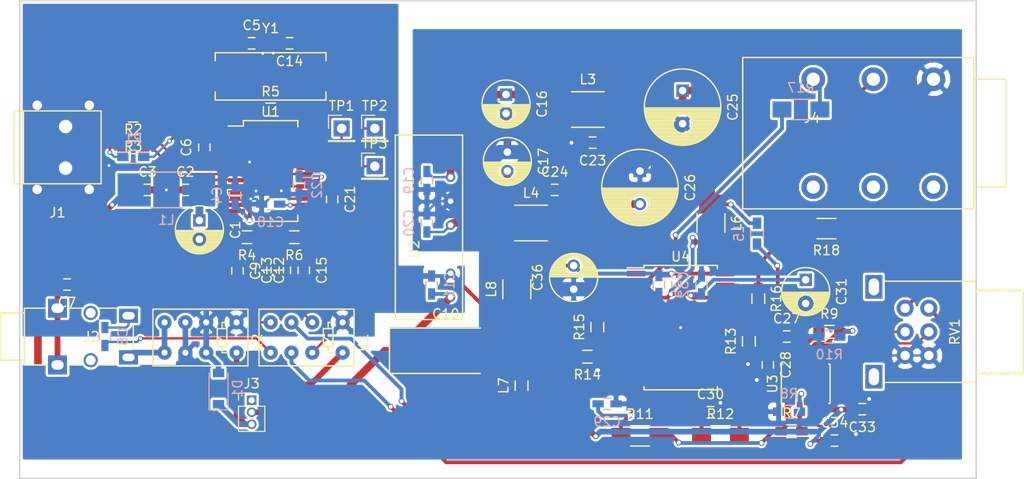
<source format=kicad_pcb>
(kicad_pcb (version 4) (host pcbnew 4.0.6)

  (general
    (links 162)
    (no_connects 0)
    (area 10.724999 12.924999 119.275001 63.575001)
    (thickness 1.6)
    (drawings 5)
    (tracks 627)
    (zones 0)
    (modules 77)
    (nets 64)
  )

  (page A4)
  (layers
    (0 F.Cu signal)
    (31 B.Cu signal)
    (32 B.Adhes user)
    (33 F.Adhes user)
    (34 B.Paste user)
    (35 F.Paste user)
    (36 B.SilkS user)
    (37 F.SilkS user)
    (38 B.Mask user)
    (39 F.Mask user)
    (40 Dwgs.User user)
    (41 Cmts.User user)
    (42 Eco1.User user)
    (43 Eco2.User user)
    (44 Edge.Cuts user)
    (45 Margin user)
    (46 B.CrtYd user)
    (47 F.CrtYd user)
    (48 B.Fab user hide)
    (49 F.Fab user hide)
  )

  (setup
    (last_trace_width 0.8)
    (user_trace_width 0.2)
    (user_trace_width 0.25)
    (user_trace_width 0.6)
    (user_trace_width 0.8)
    (user_trace_width 1.5)
    (trace_clearance 0.2)
    (zone_clearance 0.3)
    (zone_45_only no)
    (trace_min 0.2)
    (segment_width 0.2)
    (edge_width 0.15)
    (via_size 0.6)
    (via_drill 0.4)
    (via_min_size 0.4)
    (via_min_drill 0.3)
    (user_via 0.5 0.3)
    (user_via 1.3 1)
    (uvia_size 0.3)
    (uvia_drill 0.1)
    (uvias_allowed no)
    (uvia_min_size 0.2)
    (uvia_min_drill 0.1)
    (pcb_text_width 0.3)
    (pcb_text_size 1.5 1.5)
    (mod_edge_width 0.15)
    (mod_text_size 1 1)
    (mod_text_width 0.15)
    (pad_size 1.524 1.524)
    (pad_drill 0.762)
    (pad_to_mask_clearance 0.2)
    (aux_axis_origin 0 0)
    (visible_elements FFFFFFFF)
    (pcbplotparams
      (layerselection 0x00030_80000001)
      (usegerberextensions false)
      (excludeedgelayer true)
      (linewidth 0.100000)
      (plotframeref false)
      (viasonmask false)
      (mode 1)
      (useauxorigin false)
      (hpglpennumber 1)
      (hpglpenspeed 20)
      (hpglpendiameter 15)
      (hpglpenoverlay 2)
      (psnegative false)
      (psa4output false)
      (plotreference true)
      (plotvalue true)
      (plotinvisibletext false)
      (padsonsilk false)
      (subtractmaskfromsilk false)
      (outputformat 1)
      (mirror false)
      (drillshape 1)
      (scaleselection 1)
      (outputdirectory ""))
  )

  (net 0 "")
  (net 1 Earth)
  (net 2 "Net-(C1-Pad1)")
  (net 3 +5V)
  (net 4 "Net-(C4-Pad2)")
  (net 5 "Net-(C5-Pad1)")
  (net 6 +3V3)
  (net 7 "Net-(C7-Pad2)")
  (net 8 "Net-(C7-Pad1)")
  (net 9 "Net-(C8-Pad2)")
  (net 10 "Net-(C8-Pad1)")
  (net 11 /LUSB)
  (net 12 "Net-(C9-Pad1)")
  (net 13 "Net-(C12-Pad1)")
  (net 14 "Net-(C13-Pad2)")
  (net 15 "Net-(C14-Pad1)")
  (net 16 /RUSB)
  (net 17 "Net-(C15-Pad1)")
  (net 18 GNDPWR)
  (net 19 "Net-(C16-Pad1)")
  (net 20 "Net-(C17-Pad2)")
  (net 21 "Net-(C18-Pad2)")
  (net 22 "Net-(C21-Pad1)")
  (net 23 "Net-(C22-Pad2)")
  (net 24 +12V)
  (net 25 -12V)
  (net 26 "Net-(C27-Pad1)")
  (net 27 "Net-(C29-Pad1)")
  (net 28 "Net-(C30-Pad1)")
  (net 29 "Net-(C31-Pad1)")
  (net 30 "Net-(C33-Pad2)")
  (net 31 "Net-(C35-Pad2)")
  (net 32 "Net-(D1-Pad1)")
  (net 33 "Net-(J1-Pad4)")
  (net 34 /D+)
  (net 35 /D-)
  (net 36 GNDA)
  (net 37 "Net-(J3-Pad1)")
  (net 38 "Net-(J4-Pad4)")
  (net 39 "Net-(J4-Pad6)")
  (net 40 "Net-(J4-Pad5)")
  (net 41 "Net-(J4-Pad2)")
  (net 42 "Net-(J4-Pad3)")
  (net 43 "Net-(K1-Pad6)")
  (net 44 "Net-(K1-Pad3)")
  (net 45 "Net-(R2-Pad2)")
  (net 46 "Net-(R3-Pad1)")
  (net 47 "Net-(R7-Pad2)")
  (net 48 "Net-(R11-Pad2)")
  (net 49 "Net-(R10-Pad2)")
  (net 50 "Net-(R12-Pad2)")
  (net 51 "Net-(R13-Pad2)")
  (net 52 "Net-(R14-Pad1)")
  (net 53 "Net-(R15-Pad2)")
  (net 54 "Net-(R16-Pad1)")
  (net 55 "Net-(RV1-Pad12)")
  (net 56 "Net-(RV1-Pad22)")
  (net 57 "Net-(TP1-Pad1)")
  (net 58 "Net-(TP2-Pad1)")
  (net 59 "Net-(TP3-Pad1)")
  (net 60 "Net-(U1-Pad27)")
  (net 61 "Net-(U1-Pad5)")
  (net 62 "Net-(U1-Pad3)")
  (net 63 "Net-(U1-Pad2)")

  (net_class Default "This is the default net class."
    (clearance 0.2)
    (trace_width 0.4)
    (via_dia 0.6)
    (via_drill 0.4)
    (uvia_dia 0.3)
    (uvia_drill 0.1)
    (add_net +12V)
    (add_net +3V3)
    (add_net +5V)
    (add_net -12V)
    (add_net /D+)
    (add_net /D-)
    (add_net /LUSB)
    (add_net /RUSB)
    (add_net Earth)
    (add_net GNDA)
    (add_net GNDPWR)
    (add_net "Net-(C1-Pad1)")
    (add_net "Net-(C12-Pad1)")
    (add_net "Net-(C13-Pad2)")
    (add_net "Net-(C14-Pad1)")
    (add_net "Net-(C15-Pad1)")
    (add_net "Net-(C16-Pad1)")
    (add_net "Net-(C17-Pad2)")
    (add_net "Net-(C18-Pad2)")
    (add_net "Net-(C21-Pad1)")
    (add_net "Net-(C22-Pad2)")
    (add_net "Net-(C27-Pad1)")
    (add_net "Net-(C29-Pad1)")
    (add_net "Net-(C30-Pad1)")
    (add_net "Net-(C31-Pad1)")
    (add_net "Net-(C33-Pad2)")
    (add_net "Net-(C35-Pad2)")
    (add_net "Net-(C4-Pad2)")
    (add_net "Net-(C5-Pad1)")
    (add_net "Net-(C7-Pad1)")
    (add_net "Net-(C7-Pad2)")
    (add_net "Net-(C8-Pad1)")
    (add_net "Net-(C8-Pad2)")
    (add_net "Net-(C9-Pad1)")
    (add_net "Net-(D1-Pad1)")
    (add_net "Net-(J1-Pad4)")
    (add_net "Net-(J3-Pad1)")
    (add_net "Net-(J4-Pad2)")
    (add_net "Net-(J4-Pad3)")
    (add_net "Net-(J4-Pad4)")
    (add_net "Net-(J4-Pad5)")
    (add_net "Net-(J4-Pad6)")
    (add_net "Net-(K1-Pad3)")
    (add_net "Net-(K1-Pad6)")
    (add_net "Net-(R10-Pad2)")
    (add_net "Net-(R11-Pad2)")
    (add_net "Net-(R12-Pad2)")
    (add_net "Net-(R13-Pad2)")
    (add_net "Net-(R14-Pad1)")
    (add_net "Net-(R15-Pad2)")
    (add_net "Net-(R16-Pad1)")
    (add_net "Net-(R2-Pad2)")
    (add_net "Net-(R3-Pad1)")
    (add_net "Net-(R7-Pad2)")
    (add_net "Net-(RV1-Pad12)")
    (add_net "Net-(RV1-Pad22)")
    (add_net "Net-(TP1-Pad1)")
    (add_net "Net-(TP2-Pad1)")
    (add_net "Net-(TP3-Pad1)")
    (add_net "Net-(U1-Pad2)")
    (add_net "Net-(U1-Pad27)")
    (add_net "Net-(U1-Pad3)")
    (add_net "Net-(U1-Pad5)")
  )

  (module Capacitors_THT:C_Radial_D5_L11_P2 (layer F.Cu) (tedit 0) (tstamp 5978A773)
    (at 31.98 36.22 270)
    (descr "Radial Electrolytic Capacitor 5mm x Length 11mm, Pitch 2mm")
    (tags "Electrolytic Capacitor")
    (path /5934B839)
    (fp_text reference C1 (at 1 -3.8 270) (layer F.SilkS)
      (effects (font (size 1 1) (thickness 0.15)))
    )
    (fp_text value 10u (at 1 3.8 270) (layer F.Fab)
      (effects (font (size 1 1) (thickness 0.15)))
    )
    (fp_circle (center 1 0) (end 1 -2.8) (layer F.CrtYd) (width 0.05))
    (fp_circle (center 1 0) (end 1 -2.5375) (layer F.SilkS) (width 0.15))
    (fp_circle (center 2 0) (end 2 -0.8) (layer F.SilkS) (width 0.15))
    (fp_line (start 3.455 -0.472) (end 3.455 0.472) (layer F.SilkS) (width 0.15))
    (fp_line (start 3.315 -0.944) (end 3.315 0.944) (layer F.SilkS) (width 0.15))
    (fp_line (start 3.175 -1.233) (end 3.175 1.233) (layer F.SilkS) (width 0.15))
    (fp_line (start 3.035 -1.452) (end 3.035 1.452) (layer F.SilkS) (width 0.15))
    (fp_line (start 2.895 -1.631) (end 2.895 1.631) (layer F.SilkS) (width 0.15))
    (fp_line (start 2.755 0.265) (end 2.755 1.78) (layer F.SilkS) (width 0.15))
    (fp_line (start 2.755 -1.78) (end 2.755 -0.265) (layer F.SilkS) (width 0.15))
    (fp_line (start 2.615 0.512) (end 2.615 1.908) (layer F.SilkS) (width 0.15))
    (fp_line (start 2.615 -1.908) (end 2.615 -0.512) (layer F.SilkS) (width 0.15))
    (fp_line (start 2.475 0.644) (end 2.475 2.019) (layer F.SilkS) (width 0.15))
    (fp_line (start 2.475 -2.019) (end 2.475 -0.644) (layer F.SilkS) (width 0.15))
    (fp_line (start 2.335 0.726) (end 2.335 2.114) (layer F.SilkS) (width 0.15))
    (fp_line (start 2.335 -2.114) (end 2.335 -0.726) (layer F.SilkS) (width 0.15))
    (fp_line (start 2.195 0.776) (end 2.195 2.196) (layer F.SilkS) (width 0.15))
    (fp_line (start 2.195 -2.196) (end 2.195 -0.776) (layer F.SilkS) (width 0.15))
    (fp_line (start 2.055 0.798) (end 2.055 2.266) (layer F.SilkS) (width 0.15))
    (fp_line (start 2.055 -2.266) (end 2.055 -0.798) (layer F.SilkS) (width 0.15))
    (fp_line (start 1.915 0.795) (end 1.915 2.327) (layer F.SilkS) (width 0.15))
    (fp_line (start 1.915 -2.327) (end 1.915 -0.795) (layer F.SilkS) (width 0.15))
    (fp_line (start 1.775 0.768) (end 1.775 2.377) (layer F.SilkS) (width 0.15))
    (fp_line (start 1.775 -2.377) (end 1.775 -0.768) (layer F.SilkS) (width 0.15))
    (fp_line (start 1.635 0.712) (end 1.635 2.418) (layer F.SilkS) (width 0.15))
    (fp_line (start 1.635 -2.418) (end 1.635 -0.712) (layer F.SilkS) (width 0.15))
    (fp_line (start 1.495 0.62) (end 1.495 2.451) (layer F.SilkS) (width 0.15))
    (fp_line (start 1.495 -2.451) (end 1.495 -0.62) (layer F.SilkS) (width 0.15))
    (fp_line (start 1.355 0.473) (end 1.355 2.475) (layer F.SilkS) (width 0.15))
    (fp_line (start 1.355 -2.475) (end 1.355 -0.473) (layer F.SilkS) (width 0.15))
    (fp_line (start 1.215 0.154) (end 1.215 2.491) (layer F.SilkS) (width 0.15))
    (fp_line (start 1.215 -2.491) (end 1.215 -0.154) (layer F.SilkS) (width 0.15))
    (fp_line (start 1.075 -2.499) (end 1.075 2.499) (layer F.SilkS) (width 0.15))
    (pad 2 thru_hole circle (at 2 0 270) (size 1.3 1.3) (drill 0.8) (layers *.Cu *.Mask)
      (net 1 Earth))
    (pad 1 thru_hole rect (at 0 0 270) (size 1.3 1.3) (drill 0.8) (layers *.Cu *.Mask)
      (net 2 "Net-(C1-Pad1)"))
    (model Capacitors_ThroughHole.3dshapes/C_Radial_D5_L11_P2.wrl
      (at (xyz 0 0 0))
      (scale (xyz 1 1 1))
      (rotate (xyz 0 0 0))
    )
  )

  (module Capacitors_SMD:C_0603_HandSoldering (layer F.Cu) (tedit 541A9B4D) (tstamp 5978A779)
    (at 30.5 33)
    (descr "Capacitor SMD 0603, hand soldering")
    (tags "capacitor 0603")
    (path /5934BF3E)
    (attr smd)
    (fp_text reference C2 (at 0 -1.9) (layer F.SilkS)
      (effects (font (size 1 1) (thickness 0.15)))
    )
    (fp_text value 100n (at 0 1.9) (layer F.Fab)
      (effects (font (size 1 1) (thickness 0.15)))
    )
    (fp_line (start 0.35 0.6) (end -0.35 0.6) (layer F.SilkS) (width 0.15))
    (fp_line (start -0.35 -0.6) (end 0.35 -0.6) (layer F.SilkS) (width 0.15))
    (fp_line (start 1.85 -0.75) (end 1.85 0.75) (layer F.CrtYd) (width 0.05))
    (fp_line (start -1.85 -0.75) (end -1.85 0.75) (layer F.CrtYd) (width 0.05))
    (fp_line (start -1.85 0.75) (end 1.85 0.75) (layer F.CrtYd) (width 0.05))
    (fp_line (start -1.85 -0.75) (end 1.85 -0.75) (layer F.CrtYd) (width 0.05))
    (fp_line (start -0.8 -0.4) (end 0.8 -0.4) (layer F.Fab) (width 0.15))
    (fp_line (start 0.8 -0.4) (end 0.8 0.4) (layer F.Fab) (width 0.15))
    (fp_line (start 0.8 0.4) (end -0.8 0.4) (layer F.Fab) (width 0.15))
    (fp_line (start -0.8 0.4) (end -0.8 -0.4) (layer F.Fab) (width 0.15))
    (pad 2 smd rect (at 0.95 0) (size 1.2 0.75) (layers F.Cu F.Paste F.Mask)
      (net 2 "Net-(C1-Pad1)"))
    (pad 1 smd rect (at -0.95 0) (size 1.2 0.75) (layers F.Cu F.Paste F.Mask)
      (net 1 Earth))
    (model Capacitors_SMD.3dshapes/C_0603_HandSoldering.wrl
      (at (xyz 0 0 0))
      (scale (xyz 1 1 1))
      (rotate (xyz 0 0 0))
    )
  )

  (module Capacitors_SMD:C_0603_HandSoldering (layer F.Cu) (tedit 541A9B4D) (tstamp 5978A77F)
    (at 26.5 33)
    (descr "Capacitor SMD 0603, hand soldering")
    (tags "capacitor 0603")
    (path /59305590)
    (attr smd)
    (fp_text reference C3 (at 0 -1.9) (layer F.SilkS)
      (effects (font (size 1 1) (thickness 0.15)))
    )
    (fp_text value 200n (at 0 1.9) (layer F.Fab)
      (effects (font (size 1 1) (thickness 0.15)))
    )
    (fp_line (start 0.35 0.6) (end -0.35 0.6) (layer F.SilkS) (width 0.15))
    (fp_line (start -0.35 -0.6) (end 0.35 -0.6) (layer F.SilkS) (width 0.15))
    (fp_line (start 1.85 -0.75) (end 1.85 0.75) (layer F.CrtYd) (width 0.05))
    (fp_line (start -1.85 -0.75) (end -1.85 0.75) (layer F.CrtYd) (width 0.05))
    (fp_line (start -1.85 0.75) (end 1.85 0.75) (layer F.CrtYd) (width 0.05))
    (fp_line (start -1.85 -0.75) (end 1.85 -0.75) (layer F.CrtYd) (width 0.05))
    (fp_line (start -0.8 -0.4) (end 0.8 -0.4) (layer F.Fab) (width 0.15))
    (fp_line (start 0.8 -0.4) (end 0.8 0.4) (layer F.Fab) (width 0.15))
    (fp_line (start 0.8 0.4) (end -0.8 0.4) (layer F.Fab) (width 0.15))
    (fp_line (start -0.8 0.4) (end -0.8 -0.4) (layer F.Fab) (width 0.15))
    (pad 2 smd rect (at 0.95 0) (size 1.2 0.75) (layers F.Cu F.Paste F.Mask)
      (net 1 Earth))
    (pad 1 smd rect (at -0.95 0) (size 1.2 0.75) (layers F.Cu F.Paste F.Mask)
      (net 3 +5V))
    (model Capacitors_SMD.3dshapes/C_0603_HandSoldering.wrl
      (at (xyz 0 0 0))
      (scale (xyz 1 1 1))
      (rotate (xyz 0 0 0))
    )
  )

  (module Capacitors_SMD:C_0603_HandSoldering (layer B.Cu) (tedit 541A9B4D) (tstamp 5978A785)
    (at 35.75 33.59 270)
    (descr "Capacitor SMD 0603, hand soldering")
    (tags "capacitor 0603")
    (path /5934A4BD)
    (attr smd)
    (fp_text reference C4 (at 0 1.9 270) (layer B.SilkS)
      (effects (font (size 1 1) (thickness 0.15)) (justify mirror))
    )
    (fp_text value 1u (at 0 -1.9 270) (layer B.Fab)
      (effects (font (size 1 1) (thickness 0.15)) (justify mirror))
    )
    (fp_line (start 0.35 -0.6) (end -0.35 -0.6) (layer B.SilkS) (width 0.15))
    (fp_line (start -0.35 0.6) (end 0.35 0.6) (layer B.SilkS) (width 0.15))
    (fp_line (start 1.85 0.75) (end 1.85 -0.75) (layer B.CrtYd) (width 0.05))
    (fp_line (start -1.85 0.75) (end -1.85 -0.75) (layer B.CrtYd) (width 0.05))
    (fp_line (start -1.85 -0.75) (end 1.85 -0.75) (layer B.CrtYd) (width 0.05))
    (fp_line (start -1.85 0.75) (end 1.85 0.75) (layer B.CrtYd) (width 0.05))
    (fp_line (start -0.8 0.4) (end 0.8 0.4) (layer B.Fab) (width 0.15))
    (fp_line (start 0.8 0.4) (end 0.8 -0.4) (layer B.Fab) (width 0.15))
    (fp_line (start 0.8 -0.4) (end -0.8 -0.4) (layer B.Fab) (width 0.15))
    (fp_line (start -0.8 -0.4) (end -0.8 0.4) (layer B.Fab) (width 0.15))
    (pad 2 smd rect (at 0.95 0 270) (size 1.2 0.75) (layers B.Cu B.Paste B.Mask)
      (net 4 "Net-(C4-Pad2)"))
    (pad 1 smd rect (at -0.95 0 270) (size 1.2 0.75) (layers B.Cu B.Paste B.Mask)
      (net 1 Earth))
    (model Capacitors_SMD.3dshapes/C_0603_HandSoldering.wrl
      (at (xyz 0 0 0))
      (scale (xyz 1 1 1))
      (rotate (xyz 0 0 0))
    )
  )

  (module Capacitors_SMD:C_0603_HandSoldering (layer F.Cu) (tedit 541A9B4D) (tstamp 5978A78B)
    (at 37.5 17.5)
    (descr "Capacitor SMD 0603, hand soldering")
    (tags "capacitor 0603")
    (path /59348C90)
    (attr smd)
    (fp_text reference C5 (at 0 -1.9) (layer F.SilkS)
      (effects (font (size 1 1) (thickness 0.15)))
    )
    (fp_text value 27p (at 0 1.9) (layer F.Fab)
      (effects (font (size 1 1) (thickness 0.15)))
    )
    (fp_line (start 0.35 0.6) (end -0.35 0.6) (layer F.SilkS) (width 0.15))
    (fp_line (start -0.35 -0.6) (end 0.35 -0.6) (layer F.SilkS) (width 0.15))
    (fp_line (start 1.85 -0.75) (end 1.85 0.75) (layer F.CrtYd) (width 0.05))
    (fp_line (start -1.85 -0.75) (end -1.85 0.75) (layer F.CrtYd) (width 0.05))
    (fp_line (start -1.85 0.75) (end 1.85 0.75) (layer F.CrtYd) (width 0.05))
    (fp_line (start -1.85 -0.75) (end 1.85 -0.75) (layer F.CrtYd) (width 0.05))
    (fp_line (start -0.8 -0.4) (end 0.8 -0.4) (layer F.Fab) (width 0.15))
    (fp_line (start 0.8 -0.4) (end 0.8 0.4) (layer F.Fab) (width 0.15))
    (fp_line (start 0.8 0.4) (end -0.8 0.4) (layer F.Fab) (width 0.15))
    (fp_line (start -0.8 0.4) (end -0.8 -0.4) (layer F.Fab) (width 0.15))
    (pad 2 smd rect (at 0.95 0) (size 1.2 0.75) (layers F.Cu F.Paste F.Mask)
      (net 1 Earth))
    (pad 1 smd rect (at -0.95 0) (size 1.2 0.75) (layers F.Cu F.Paste F.Mask)
      (net 5 "Net-(C5-Pad1)"))
    (model Capacitors_SMD.3dshapes/C_0603_HandSoldering.wrl
      (at (xyz 0 0 0))
      (scale (xyz 1 1 1))
      (rotate (xyz 0 0 0))
    )
  )

  (module Capacitors_SMD:C_0603_HandSoldering (layer F.Cu) (tedit 541A9B4D) (tstamp 5978A791)
    (at 32.5 28.5 90)
    (descr "Capacitor SMD 0603, hand soldering")
    (tags "capacitor 0603")
    (path /5934D473)
    (attr smd)
    (fp_text reference C6 (at 0 -1.9 90) (layer F.SilkS)
      (effects (font (size 1 1) (thickness 0.15)))
    )
    (fp_text value 200n (at 0 1.9 90) (layer F.Fab)
      (effects (font (size 1 1) (thickness 0.15)))
    )
    (fp_line (start 0.35 0.6) (end -0.35 0.6) (layer F.SilkS) (width 0.15))
    (fp_line (start -0.35 -0.6) (end 0.35 -0.6) (layer F.SilkS) (width 0.15))
    (fp_line (start 1.85 -0.75) (end 1.85 0.75) (layer F.CrtYd) (width 0.05))
    (fp_line (start -1.85 -0.75) (end -1.85 0.75) (layer F.CrtYd) (width 0.05))
    (fp_line (start -1.85 0.75) (end 1.85 0.75) (layer F.CrtYd) (width 0.05))
    (fp_line (start -1.85 -0.75) (end 1.85 -0.75) (layer F.CrtYd) (width 0.05))
    (fp_line (start -0.8 -0.4) (end 0.8 -0.4) (layer F.Fab) (width 0.15))
    (fp_line (start 0.8 -0.4) (end 0.8 0.4) (layer F.Fab) (width 0.15))
    (fp_line (start 0.8 0.4) (end -0.8 0.4) (layer F.Fab) (width 0.15))
    (fp_line (start -0.8 0.4) (end -0.8 -0.4) (layer F.Fab) (width 0.15))
    (pad 2 smd rect (at 0.95 0 90) (size 1.2 0.75) (layers F.Cu F.Paste F.Mask)
      (net 6 +3V3))
    (pad 1 smd rect (at -0.95 0 90) (size 1.2 0.75) (layers F.Cu F.Paste F.Mask)
      (net 1 Earth))
    (model Capacitors_SMD.3dshapes/C_0603_HandSoldering.wrl
      (at (xyz 0 0 0))
      (scale (xyz 1 1 1))
      (rotate (xyz 0 0 0))
    )
  )

  (module Capacitors_SMD:C_0603_HandSoldering (layer F.Cu) (tedit 541A9B4D) (tstamp 5978A797)
    (at 18 43 180)
    (descr "Capacitor SMD 0603, hand soldering")
    (tags "capacitor 0603")
    (path /5935AC3B)
    (attr smd)
    (fp_text reference C7 (at 0 -1.9 180) (layer F.SilkS)
      (effects (font (size 1 1) (thickness 0.15)))
    )
    (fp_text value 1u (at 0 1.9 180) (layer F.Fab)
      (effects (font (size 1 1) (thickness 0.15)))
    )
    (fp_line (start 0.35 0.6) (end -0.35 0.6) (layer F.SilkS) (width 0.15))
    (fp_line (start -0.35 -0.6) (end 0.35 -0.6) (layer F.SilkS) (width 0.15))
    (fp_line (start 1.85 -0.75) (end 1.85 0.75) (layer F.CrtYd) (width 0.05))
    (fp_line (start -1.85 -0.75) (end -1.85 0.75) (layer F.CrtYd) (width 0.05))
    (fp_line (start -1.85 0.75) (end 1.85 0.75) (layer F.CrtYd) (width 0.05))
    (fp_line (start -1.85 -0.75) (end 1.85 -0.75) (layer F.CrtYd) (width 0.05))
    (fp_line (start -0.8 -0.4) (end 0.8 -0.4) (layer F.Fab) (width 0.15))
    (fp_line (start 0.8 -0.4) (end 0.8 0.4) (layer F.Fab) (width 0.15))
    (fp_line (start 0.8 0.4) (end -0.8 0.4) (layer F.Fab) (width 0.15))
    (fp_line (start -0.8 0.4) (end -0.8 -0.4) (layer F.Fab) (width 0.15))
    (pad 2 smd rect (at 0.95 0 180) (size 1.2 0.75) (layers F.Cu F.Paste F.Mask)
      (net 7 "Net-(C7-Pad2)"))
    (pad 1 smd rect (at -0.95 0 180) (size 1.2 0.75) (layers F.Cu F.Paste F.Mask)
      (net 8 "Net-(C7-Pad1)"))
    (model Capacitors_SMD.3dshapes/C_0603_HandSoldering.wrl
      (at (xyz 0 0 0))
      (scale (xyz 1 1 1))
      (rotate (xyz 0 0 0))
    )
  )

  (module Capacitors_SMD:C_0603_HandSoldering (layer B.Cu) (tedit 541A9B4D) (tstamp 5978A79D)
    (at 22 48.5 90)
    (descr "Capacitor SMD 0603, hand soldering")
    (tags "capacitor 0603")
    (path /5935A9B7)
    (attr smd)
    (fp_text reference C8 (at 0 1.9 90) (layer B.SilkS)
      (effects (font (size 1 1) (thickness 0.15)) (justify mirror))
    )
    (fp_text value 1u (at 0 -1.9 90) (layer B.Fab)
      (effects (font (size 1 1) (thickness 0.15)) (justify mirror))
    )
    (fp_line (start 0.35 -0.6) (end -0.35 -0.6) (layer B.SilkS) (width 0.15))
    (fp_line (start -0.35 0.6) (end 0.35 0.6) (layer B.SilkS) (width 0.15))
    (fp_line (start 1.85 0.75) (end 1.85 -0.75) (layer B.CrtYd) (width 0.05))
    (fp_line (start -1.85 0.75) (end -1.85 -0.75) (layer B.CrtYd) (width 0.05))
    (fp_line (start -1.85 -0.75) (end 1.85 -0.75) (layer B.CrtYd) (width 0.05))
    (fp_line (start -1.85 0.75) (end 1.85 0.75) (layer B.CrtYd) (width 0.05))
    (fp_line (start -0.8 0.4) (end 0.8 0.4) (layer B.Fab) (width 0.15))
    (fp_line (start 0.8 0.4) (end 0.8 -0.4) (layer B.Fab) (width 0.15))
    (fp_line (start 0.8 -0.4) (end -0.8 -0.4) (layer B.Fab) (width 0.15))
    (fp_line (start -0.8 -0.4) (end -0.8 0.4) (layer B.Fab) (width 0.15))
    (pad 2 smd rect (at 0.95 0 90) (size 1.2 0.75) (layers B.Cu B.Paste B.Mask)
      (net 9 "Net-(C8-Pad2)"))
    (pad 1 smd rect (at -0.95 0 90) (size 1.2 0.75) (layers B.Cu B.Paste B.Mask)
      (net 10 "Net-(C8-Pad1)"))
    (model Capacitors_SMD.3dshapes/C_0603_HandSoldering.wrl
      (at (xyz 0 0 0))
      (scale (xyz 1 1 1))
      (rotate (xyz 0 0 0))
    )
  )

  (module Capacitors_SMD:C_0603_HandSoldering (layer F.Cu) (tedit 541A9B4D) (tstamp 5978A7A3)
    (at 36 41.55 270)
    (descr "Capacitor SMD 0603, hand soldering")
    (tags "capacitor 0603")
    (path /593501B5)
    (attr smd)
    (fp_text reference C9 (at 0 -1.9 270) (layer F.SilkS)
      (effects (font (size 1 1) (thickness 0.15)))
    )
    (fp_text value 1u (at 0 1.9 270) (layer F.Fab)
      (effects (font (size 1 1) (thickness 0.15)))
    )
    (fp_line (start 0.35 0.6) (end -0.35 0.6) (layer F.SilkS) (width 0.15))
    (fp_line (start -0.35 -0.6) (end 0.35 -0.6) (layer F.SilkS) (width 0.15))
    (fp_line (start 1.85 -0.75) (end 1.85 0.75) (layer F.CrtYd) (width 0.05))
    (fp_line (start -1.85 -0.75) (end -1.85 0.75) (layer F.CrtYd) (width 0.05))
    (fp_line (start -1.85 0.75) (end 1.85 0.75) (layer F.CrtYd) (width 0.05))
    (fp_line (start -1.85 -0.75) (end 1.85 -0.75) (layer F.CrtYd) (width 0.05))
    (fp_line (start -0.8 -0.4) (end 0.8 -0.4) (layer F.Fab) (width 0.15))
    (fp_line (start 0.8 -0.4) (end 0.8 0.4) (layer F.Fab) (width 0.15))
    (fp_line (start 0.8 0.4) (end -0.8 0.4) (layer F.Fab) (width 0.15))
    (fp_line (start -0.8 0.4) (end -0.8 -0.4) (layer F.Fab) (width 0.15))
    (pad 2 smd rect (at 0.95 0 270) (size 1.2 0.75) (layers F.Cu F.Paste F.Mask)
      (net 11 /LUSB))
    (pad 1 smd rect (at -0.95 0 270) (size 1.2 0.75) (layers F.Cu F.Paste F.Mask)
      (net 12 "Net-(C9-Pad1)"))
    (model Capacitors_SMD.3dshapes/C_0603_HandSoldering.wrl
      (at (xyz 0 0 0))
      (scale (xyz 1 1 1))
      (rotate (xyz 0 0 0))
    )
  )

  (module Capacitors_Tantalum_SMD:Tantalum_Case-D_EIA-7343-31_Hand (layer F.Cu) (tedit 57B6E980) (tstamp 5978A7A9)
    (at 58 50)
    (descr "Tantalum capacitor, Case D, EIA 7343-31, 7.3x4.3x2.8mm, Hand soldering footprint")
    (tags "capacitor tantalum smd")
    (path /593055F7)
    (attr smd)
    (fp_text reference C10 (at 0 -3.9) (layer F.SilkS)
      (effects (font (size 1 1) (thickness 0.15)))
    )
    (fp_text value 100u (at 0 3.9) (layer F.Fab)
      (effects (font (size 1 1) (thickness 0.15)))
    )
    (fp_line (start -5.95 -2.4) (end -5.95 2.4) (layer F.SilkS) (width 0.15))
    (fp_line (start -5.95 2.4) (end 3.65 2.4) (layer F.SilkS) (width 0.15))
    (fp_line (start -5.95 -2.4) (end 3.65 -2.4) (layer F.SilkS) (width 0.15))
    (fp_line (start -2.555 -2.15) (end -2.555 2.15) (layer F.Fab) (width 0.15))
    (fp_line (start -2.92 -2.15) (end -2.92 2.15) (layer F.Fab) (width 0.15))
    (fp_line (start 3.65 -2.15) (end -3.65 -2.15) (layer F.Fab) (width 0.15))
    (fp_line (start 3.65 2.15) (end 3.65 -2.15) (layer F.Fab) (width 0.15))
    (fp_line (start -3.65 2.15) (end 3.65 2.15) (layer F.Fab) (width 0.15))
    (fp_line (start -3.65 -2.15) (end -3.65 2.15) (layer F.Fab) (width 0.15))
    (fp_line (start 6.05 -2.5) (end -6.05 -2.5) (layer F.CrtYd) (width 0.05))
    (fp_line (start 6.05 2.5) (end 6.05 -2.5) (layer F.CrtYd) (width 0.05))
    (fp_line (start -6.05 2.5) (end 6.05 2.5) (layer F.CrtYd) (width 0.05))
    (fp_line (start -6.05 -2.5) (end -6.05 2.5) (layer F.CrtYd) (width 0.05))
    (pad 2 smd rect (at 3.775 0) (size 3.75 2.7) (layers F.Cu F.Paste F.Mask)
      (net 1 Earth))
    (pad 1 smd rect (at -3.775 0) (size 3.75 2.7) (layers F.Cu F.Paste F.Mask)
      (net 3 +5V))
    (model Capacitors_Tantalum_SMD.3dshapes/Tantalum_Case-D_EIA-7343-31.wrl
      (at (xyz 0 0 0))
      (scale (xyz 1 1 1))
      (rotate (xyz 0 0 0))
    )
  )

  (module Capacitors_SMD:C_0603_HandSoldering (layer B.Cu) (tedit 541A9B4D) (tstamp 5978A7AF)
    (at 56.5 43.05 90)
    (descr "Capacitor SMD 0603, hand soldering")
    (tags "capacitor 0603")
    (path /5930565F)
    (attr smd)
    (fp_text reference C11 (at 0 1.9 90) (layer B.SilkS)
      (effects (font (size 1 1) (thickness 0.15)) (justify mirror))
    )
    (fp_text value 100n (at 0 -1.9 90) (layer B.Fab)
      (effects (font (size 1 1) (thickness 0.15)) (justify mirror))
    )
    (fp_line (start 0.35 -0.6) (end -0.35 -0.6) (layer B.SilkS) (width 0.15))
    (fp_line (start -0.35 0.6) (end 0.35 0.6) (layer B.SilkS) (width 0.15))
    (fp_line (start 1.85 0.75) (end 1.85 -0.75) (layer B.CrtYd) (width 0.05))
    (fp_line (start -1.85 0.75) (end -1.85 -0.75) (layer B.CrtYd) (width 0.05))
    (fp_line (start -1.85 -0.75) (end 1.85 -0.75) (layer B.CrtYd) (width 0.05))
    (fp_line (start -1.85 0.75) (end 1.85 0.75) (layer B.CrtYd) (width 0.05))
    (fp_line (start -0.8 0.4) (end 0.8 0.4) (layer B.Fab) (width 0.15))
    (fp_line (start 0.8 0.4) (end 0.8 -0.4) (layer B.Fab) (width 0.15))
    (fp_line (start 0.8 -0.4) (end -0.8 -0.4) (layer B.Fab) (width 0.15))
    (fp_line (start -0.8 -0.4) (end -0.8 0.4) (layer B.Fab) (width 0.15))
    (pad 2 smd rect (at 0.95 0 90) (size 1.2 0.75) (layers B.Cu B.Paste B.Mask)
      (net 1 Earth))
    (pad 1 smd rect (at -0.95 0 90) (size 1.2 0.75) (layers B.Cu B.Paste B.Mask)
      (net 3 +5V))
    (model Capacitors_SMD.3dshapes/C_0603_HandSoldering.wrl
      (at (xyz 0 0 0))
      (scale (xyz 1 1 1))
      (rotate (xyz 0 0 0))
    )
  )

  (module Capacitors_SMD:C_0603_HandSoldering (layer F.Cu) (tedit 541A9B4D) (tstamp 5978A7B5)
    (at 38.5 41.5 270)
    (descr "Capacitor SMD 0603, hand soldering")
    (tags "capacitor 0603")
    (path /5934FA03)
    (attr smd)
    (fp_text reference C12 (at 0 -1.9 270) (layer F.SilkS)
      (effects (font (size 1 1) (thickness 0.15)))
    )
    (fp_text value 22n (at 0 1.9 270) (layer F.Fab)
      (effects (font (size 1 1) (thickness 0.15)))
    )
    (fp_line (start 0.35 0.6) (end -0.35 0.6) (layer F.SilkS) (width 0.15))
    (fp_line (start -0.35 -0.6) (end 0.35 -0.6) (layer F.SilkS) (width 0.15))
    (fp_line (start 1.85 -0.75) (end 1.85 0.75) (layer F.CrtYd) (width 0.05))
    (fp_line (start -1.85 -0.75) (end -1.85 0.75) (layer F.CrtYd) (width 0.05))
    (fp_line (start -1.85 0.75) (end 1.85 0.75) (layer F.CrtYd) (width 0.05))
    (fp_line (start -1.85 -0.75) (end 1.85 -0.75) (layer F.CrtYd) (width 0.05))
    (fp_line (start -0.8 -0.4) (end 0.8 -0.4) (layer F.Fab) (width 0.15))
    (fp_line (start 0.8 -0.4) (end 0.8 0.4) (layer F.Fab) (width 0.15))
    (fp_line (start 0.8 0.4) (end -0.8 0.4) (layer F.Fab) (width 0.15))
    (fp_line (start -0.8 0.4) (end -0.8 -0.4) (layer F.Fab) (width 0.15))
    (pad 2 smd rect (at 0.95 0 270) (size 1.2 0.75) (layers F.Cu F.Paste F.Mask)
      (net 1 Earth))
    (pad 1 smd rect (at -0.95 0 270) (size 1.2 0.75) (layers F.Cu F.Paste F.Mask)
      (net 13 "Net-(C12-Pad1)"))
    (model Capacitors_SMD.3dshapes/C_0603_HandSoldering.wrl
      (at (xyz 0 0 0))
      (scale (xyz 1 1 1))
      (rotate (xyz 0 0 0))
    )
  )

  (module Capacitors_SMD:C_0603_HandSoldering (layer F.Cu) (tedit 541A9B4D) (tstamp 5978A7BB)
    (at 41 41.5 90)
    (descr "Capacitor SMD 0603, hand soldering")
    (tags "capacitor 0603")
    (path /5934F029)
    (attr smd)
    (fp_text reference C13 (at 0 -1.9 90) (layer F.SilkS)
      (effects (font (size 1 1) (thickness 0.15)))
    )
    (fp_text value 22n (at 0 1.9 90) (layer F.Fab)
      (effects (font (size 1 1) (thickness 0.15)))
    )
    (fp_line (start 0.35 0.6) (end -0.35 0.6) (layer F.SilkS) (width 0.15))
    (fp_line (start -0.35 -0.6) (end 0.35 -0.6) (layer F.SilkS) (width 0.15))
    (fp_line (start 1.85 -0.75) (end 1.85 0.75) (layer F.CrtYd) (width 0.05))
    (fp_line (start -1.85 -0.75) (end -1.85 0.75) (layer F.CrtYd) (width 0.05))
    (fp_line (start -1.85 0.75) (end 1.85 0.75) (layer F.CrtYd) (width 0.05))
    (fp_line (start -1.85 -0.75) (end 1.85 -0.75) (layer F.CrtYd) (width 0.05))
    (fp_line (start -0.8 -0.4) (end 0.8 -0.4) (layer F.Fab) (width 0.15))
    (fp_line (start 0.8 -0.4) (end 0.8 0.4) (layer F.Fab) (width 0.15))
    (fp_line (start 0.8 0.4) (end -0.8 0.4) (layer F.Fab) (width 0.15))
    (fp_line (start -0.8 0.4) (end -0.8 -0.4) (layer F.Fab) (width 0.15))
    (pad 2 smd rect (at 0.95 0 90) (size 1.2 0.75) (layers F.Cu F.Paste F.Mask)
      (net 14 "Net-(C13-Pad2)"))
    (pad 1 smd rect (at -0.95 0 90) (size 1.2 0.75) (layers F.Cu F.Paste F.Mask)
      (net 1 Earth))
    (model Capacitors_SMD.3dshapes/C_0603_HandSoldering.wrl
      (at (xyz 0 0 0))
      (scale (xyz 1 1 1))
      (rotate (xyz 0 0 0))
    )
  )

  (module Capacitors_SMD:C_0603_HandSoldering (layer F.Cu) (tedit 541A9B4D) (tstamp 5978A7C1)
    (at 41.5 17.5 180)
    (descr "Capacitor SMD 0603, hand soldering")
    (tags "capacitor 0603")
    (path /59348F37)
    (attr smd)
    (fp_text reference C14 (at 0 -1.9 180) (layer F.SilkS)
      (effects (font (size 1 1) (thickness 0.15)))
    )
    (fp_text value 27p (at 0 1.9 180) (layer F.Fab)
      (effects (font (size 1 1) (thickness 0.15)))
    )
    (fp_line (start 0.35 0.6) (end -0.35 0.6) (layer F.SilkS) (width 0.15))
    (fp_line (start -0.35 -0.6) (end 0.35 -0.6) (layer F.SilkS) (width 0.15))
    (fp_line (start 1.85 -0.75) (end 1.85 0.75) (layer F.CrtYd) (width 0.05))
    (fp_line (start -1.85 -0.75) (end -1.85 0.75) (layer F.CrtYd) (width 0.05))
    (fp_line (start -1.85 0.75) (end 1.85 0.75) (layer F.CrtYd) (width 0.05))
    (fp_line (start -1.85 -0.75) (end 1.85 -0.75) (layer F.CrtYd) (width 0.05))
    (fp_line (start -0.8 -0.4) (end 0.8 -0.4) (layer F.Fab) (width 0.15))
    (fp_line (start 0.8 -0.4) (end 0.8 0.4) (layer F.Fab) (width 0.15))
    (fp_line (start 0.8 0.4) (end -0.8 0.4) (layer F.Fab) (width 0.15))
    (fp_line (start -0.8 0.4) (end -0.8 -0.4) (layer F.Fab) (width 0.15))
    (pad 2 smd rect (at 0.95 0 180) (size 1.2 0.75) (layers F.Cu F.Paste F.Mask)
      (net 1 Earth))
    (pad 1 smd rect (at -0.95 0 180) (size 1.2 0.75) (layers F.Cu F.Paste F.Mask)
      (net 15 "Net-(C14-Pad1)"))
    (model Capacitors_SMD.3dshapes/C_0603_HandSoldering.wrl
      (at (xyz 0 0 0))
      (scale (xyz 1 1 1))
      (rotate (xyz 0 0 0))
    )
  )

  (module Capacitors_SMD:C_0603_HandSoldering (layer F.Cu) (tedit 541A9B4D) (tstamp 5978A7C7)
    (at 43 41.5 270)
    (descr "Capacitor SMD 0603, hand soldering")
    (tags "capacitor 0603")
    (path /5934F52B)
    (attr smd)
    (fp_text reference C15 (at 0 -1.9 270) (layer F.SilkS)
      (effects (font (size 1 1) (thickness 0.15)))
    )
    (fp_text value 1u (at 0 1.9 270) (layer F.Fab)
      (effects (font (size 1 1) (thickness 0.15)))
    )
    (fp_line (start 0.35 0.6) (end -0.35 0.6) (layer F.SilkS) (width 0.15))
    (fp_line (start -0.35 -0.6) (end 0.35 -0.6) (layer F.SilkS) (width 0.15))
    (fp_line (start 1.85 -0.75) (end 1.85 0.75) (layer F.CrtYd) (width 0.05))
    (fp_line (start -1.85 -0.75) (end -1.85 0.75) (layer F.CrtYd) (width 0.05))
    (fp_line (start -1.85 0.75) (end 1.85 0.75) (layer F.CrtYd) (width 0.05))
    (fp_line (start -1.85 -0.75) (end 1.85 -0.75) (layer F.CrtYd) (width 0.05))
    (fp_line (start -0.8 -0.4) (end 0.8 -0.4) (layer F.Fab) (width 0.15))
    (fp_line (start 0.8 -0.4) (end 0.8 0.4) (layer F.Fab) (width 0.15))
    (fp_line (start 0.8 0.4) (end -0.8 0.4) (layer F.Fab) (width 0.15))
    (fp_line (start -0.8 0.4) (end -0.8 -0.4) (layer F.Fab) (width 0.15))
    (pad 2 smd rect (at 0.95 0 270) (size 1.2 0.75) (layers F.Cu F.Paste F.Mask)
      (net 16 /RUSB))
    (pad 1 smd rect (at -0.95 0 270) (size 1.2 0.75) (layers F.Cu F.Paste F.Mask)
      (net 17 "Net-(C15-Pad1)"))
    (model Capacitors_SMD.3dshapes/C_0603_HandSoldering.wrl
      (at (xyz 0 0 0))
      (scale (xyz 1 1 1))
      (rotate (xyz 0 0 0))
    )
  )

  (module Capacitors_THT:C_Radial_D5_L11_P2 (layer F.Cu) (tedit 0) (tstamp 5978A7CD)
    (at 64.36 22.92 270)
    (descr "Radial Electrolytic Capacitor 5mm x Length 11mm, Pitch 2mm")
    (tags "Electrolytic Capacitor")
    (path /59305A96)
    (fp_text reference C16 (at 1 -3.8 270) (layer F.SilkS)
      (effects (font (size 1 1) (thickness 0.15)))
    )
    (fp_text value 10u (at 1 3.8 270) (layer F.Fab)
      (effects (font (size 1 1) (thickness 0.15)))
    )
    (fp_circle (center 1 0) (end 1 -2.8) (layer F.CrtYd) (width 0.05))
    (fp_circle (center 1 0) (end 1 -2.5375) (layer F.SilkS) (width 0.15))
    (fp_circle (center 2 0) (end 2 -0.8) (layer F.SilkS) (width 0.15))
    (fp_line (start 3.455 -0.472) (end 3.455 0.472) (layer F.SilkS) (width 0.15))
    (fp_line (start 3.315 -0.944) (end 3.315 0.944) (layer F.SilkS) (width 0.15))
    (fp_line (start 3.175 -1.233) (end 3.175 1.233) (layer F.SilkS) (width 0.15))
    (fp_line (start 3.035 -1.452) (end 3.035 1.452) (layer F.SilkS) (width 0.15))
    (fp_line (start 2.895 -1.631) (end 2.895 1.631) (layer F.SilkS) (width 0.15))
    (fp_line (start 2.755 0.265) (end 2.755 1.78) (layer F.SilkS) (width 0.15))
    (fp_line (start 2.755 -1.78) (end 2.755 -0.265) (layer F.SilkS) (width 0.15))
    (fp_line (start 2.615 0.512) (end 2.615 1.908) (layer F.SilkS) (width 0.15))
    (fp_line (start 2.615 -1.908) (end 2.615 -0.512) (layer F.SilkS) (width 0.15))
    (fp_line (start 2.475 0.644) (end 2.475 2.019) (layer F.SilkS) (width 0.15))
    (fp_line (start 2.475 -2.019) (end 2.475 -0.644) (layer F.SilkS) (width 0.15))
    (fp_line (start 2.335 0.726) (end 2.335 2.114) (layer F.SilkS) (width 0.15))
    (fp_line (start 2.335 -2.114) (end 2.335 -0.726) (layer F.SilkS) (width 0.15))
    (fp_line (start 2.195 0.776) (end 2.195 2.196) (layer F.SilkS) (width 0.15))
    (fp_line (start 2.195 -2.196) (end 2.195 -0.776) (layer F.SilkS) (width 0.15))
    (fp_line (start 2.055 0.798) (end 2.055 2.266) (layer F.SilkS) (width 0.15))
    (fp_line (start 2.055 -2.266) (end 2.055 -0.798) (layer F.SilkS) (width 0.15))
    (fp_line (start 1.915 0.795) (end 1.915 2.327) (layer F.SilkS) (width 0.15))
    (fp_line (start 1.915 -2.327) (end 1.915 -0.795) (layer F.SilkS) (width 0.15))
    (fp_line (start 1.775 0.768) (end 1.775 2.377) (layer F.SilkS) (width 0.15))
    (fp_line (start 1.775 -2.377) (end 1.775 -0.768) (layer F.SilkS) (width 0.15))
    (fp_line (start 1.635 0.712) (end 1.635 2.418) (layer F.SilkS) (width 0.15))
    (fp_line (start 1.635 -2.418) (end 1.635 -0.712) (layer F.SilkS) (width 0.15))
    (fp_line (start 1.495 0.62) (end 1.495 2.451) (layer F.SilkS) (width 0.15))
    (fp_line (start 1.495 -2.451) (end 1.495 -0.62) (layer F.SilkS) (width 0.15))
    (fp_line (start 1.355 0.473) (end 1.355 2.475) (layer F.SilkS) (width 0.15))
    (fp_line (start 1.355 -2.475) (end 1.355 -0.473) (layer F.SilkS) (width 0.15))
    (fp_line (start 1.215 0.154) (end 1.215 2.491) (layer F.SilkS) (width 0.15))
    (fp_line (start 1.215 -2.491) (end 1.215 -0.154) (layer F.SilkS) (width 0.15))
    (fp_line (start 1.075 -2.499) (end 1.075 2.499) (layer F.SilkS) (width 0.15))
    (pad 2 thru_hole circle (at 2 0 270) (size 1.3 1.3) (drill 0.8) (layers *.Cu *.Mask)
      (net 18 GNDPWR))
    (pad 1 thru_hole rect (at 0 0 270) (size 1.3 1.3) (drill 0.8) (layers *.Cu *.Mask)
      (net 19 "Net-(C16-Pad1)"))
    (model Capacitors_ThroughHole.3dshapes/C_Radial_D5_L11_P2.wrl
      (at (xyz 0 0 0))
      (scale (xyz 1 1 1))
      (rotate (xyz 0 0 0))
    )
  )

  (module Capacitors_THT:C_Radial_D5_L11_P2 (layer F.Cu) (tedit 0) (tstamp 5978A7D3)
    (at 64.5 29 270)
    (descr "Radial Electrolytic Capacitor 5mm x Length 11mm, Pitch 2mm")
    (tags "Electrolytic Capacitor")
    (path /59305B29)
    (fp_text reference C17 (at 1 -3.8 270) (layer F.SilkS)
      (effects (font (size 1 1) (thickness 0.15)))
    )
    (fp_text value 10u (at 1 3.8 270) (layer F.Fab)
      (effects (font (size 1 1) (thickness 0.15)))
    )
    (fp_circle (center 1 0) (end 1 -2.8) (layer F.CrtYd) (width 0.05))
    (fp_circle (center 1 0) (end 1 -2.5375) (layer F.SilkS) (width 0.15))
    (fp_circle (center 2 0) (end 2 -0.8) (layer F.SilkS) (width 0.15))
    (fp_line (start 3.455 -0.472) (end 3.455 0.472) (layer F.SilkS) (width 0.15))
    (fp_line (start 3.315 -0.944) (end 3.315 0.944) (layer F.SilkS) (width 0.15))
    (fp_line (start 3.175 -1.233) (end 3.175 1.233) (layer F.SilkS) (width 0.15))
    (fp_line (start 3.035 -1.452) (end 3.035 1.452) (layer F.SilkS) (width 0.15))
    (fp_line (start 2.895 -1.631) (end 2.895 1.631) (layer F.SilkS) (width 0.15))
    (fp_line (start 2.755 0.265) (end 2.755 1.78) (layer F.SilkS) (width 0.15))
    (fp_line (start 2.755 -1.78) (end 2.755 -0.265) (layer F.SilkS) (width 0.15))
    (fp_line (start 2.615 0.512) (end 2.615 1.908) (layer F.SilkS) (width 0.15))
    (fp_line (start 2.615 -1.908) (end 2.615 -0.512) (layer F.SilkS) (width 0.15))
    (fp_line (start 2.475 0.644) (end 2.475 2.019) (layer F.SilkS) (width 0.15))
    (fp_line (start 2.475 -2.019) (end 2.475 -0.644) (layer F.SilkS) (width 0.15))
    (fp_line (start 2.335 0.726) (end 2.335 2.114) (layer F.SilkS) (width 0.15))
    (fp_line (start 2.335 -2.114) (end 2.335 -0.726) (layer F.SilkS) (width 0.15))
    (fp_line (start 2.195 0.776) (end 2.195 2.196) (layer F.SilkS) (width 0.15))
    (fp_line (start 2.195 -2.196) (end 2.195 -0.776) (layer F.SilkS) (width 0.15))
    (fp_line (start 2.055 0.798) (end 2.055 2.266) (layer F.SilkS) (width 0.15))
    (fp_line (start 2.055 -2.266) (end 2.055 -0.798) (layer F.SilkS) (width 0.15))
    (fp_line (start 1.915 0.795) (end 1.915 2.327) (layer F.SilkS) (width 0.15))
    (fp_line (start 1.915 -2.327) (end 1.915 -0.795) (layer F.SilkS) (width 0.15))
    (fp_line (start 1.775 0.768) (end 1.775 2.377) (layer F.SilkS) (width 0.15))
    (fp_line (start 1.775 -2.377) (end 1.775 -0.768) (layer F.SilkS) (width 0.15))
    (fp_line (start 1.635 0.712) (end 1.635 2.418) (layer F.SilkS) (width 0.15))
    (fp_line (start 1.635 -2.418) (end 1.635 -0.712) (layer F.SilkS) (width 0.15))
    (fp_line (start 1.495 0.62) (end 1.495 2.451) (layer F.SilkS) (width 0.15))
    (fp_line (start 1.495 -2.451) (end 1.495 -0.62) (layer F.SilkS) (width 0.15))
    (fp_line (start 1.355 0.473) (end 1.355 2.475) (layer F.SilkS) (width 0.15))
    (fp_line (start 1.355 -2.475) (end 1.355 -0.473) (layer F.SilkS) (width 0.15))
    (fp_line (start 1.215 0.154) (end 1.215 2.491) (layer F.SilkS) (width 0.15))
    (fp_line (start 1.215 -2.491) (end 1.215 -0.154) (layer F.SilkS) (width 0.15))
    (fp_line (start 1.075 -2.499) (end 1.075 2.499) (layer F.SilkS) (width 0.15))
    (pad 2 thru_hole circle (at 2 0 270) (size 1.3 1.3) (drill 0.8) (layers *.Cu *.Mask)
      (net 20 "Net-(C17-Pad2)"))
    (pad 1 thru_hole rect (at 0 0 270) (size 1.3 1.3) (drill 0.8) (layers *.Cu *.Mask)
      (net 18 GNDPWR))
    (model Capacitors_ThroughHole.3dshapes/C_Radial_D5_L11_P2.wrl
      (at (xyz 0 0 0))
      (scale (xyz 1 1 1))
      (rotate (xyz 0 0 0))
    )
  )

  (module Capacitors_SMD:C_0603_HandSoldering (layer B.Cu) (tedit 541A9B4D) (tstamp 5978A7D9)
    (at 39.5 34.5)
    (descr "Capacitor SMD 0603, hand soldering")
    (tags "capacitor 0603")
    (path /5934A59B)
    (attr smd)
    (fp_text reference C18 (at 0 1.9) (layer B.SilkS)
      (effects (font (size 1 1) (thickness 0.15)) (justify mirror))
    )
    (fp_text value 1u (at 0 -1.9) (layer B.Fab)
      (effects (font (size 1 1) (thickness 0.15)) (justify mirror))
    )
    (fp_line (start 0.35 -0.6) (end -0.35 -0.6) (layer B.SilkS) (width 0.15))
    (fp_line (start -0.35 0.6) (end 0.35 0.6) (layer B.SilkS) (width 0.15))
    (fp_line (start 1.85 0.75) (end 1.85 -0.75) (layer B.CrtYd) (width 0.05))
    (fp_line (start -1.85 0.75) (end -1.85 -0.75) (layer B.CrtYd) (width 0.05))
    (fp_line (start -1.85 -0.75) (end 1.85 -0.75) (layer B.CrtYd) (width 0.05))
    (fp_line (start -1.85 0.75) (end 1.85 0.75) (layer B.CrtYd) (width 0.05))
    (fp_line (start -0.8 0.4) (end 0.8 0.4) (layer B.Fab) (width 0.15))
    (fp_line (start 0.8 0.4) (end 0.8 -0.4) (layer B.Fab) (width 0.15))
    (fp_line (start 0.8 -0.4) (end -0.8 -0.4) (layer B.Fab) (width 0.15))
    (fp_line (start -0.8 -0.4) (end -0.8 0.4) (layer B.Fab) (width 0.15))
    (pad 2 smd rect (at 0.95 0) (size 1.2 0.75) (layers B.Cu B.Paste B.Mask)
      (net 21 "Net-(C18-Pad2)"))
    (pad 1 smd rect (at -0.95 0) (size 1.2 0.75) (layers B.Cu B.Paste B.Mask)
      (net 1 Earth))
    (model Capacitors_SMD.3dshapes/C_0603_HandSoldering.wrl
      (at (xyz 0 0 0))
      (scale (xyz 1 1 1))
      (rotate (xyz 0 0 0))
    )
  )

  (module Capacitors_SMD:C_0603_HandSoldering (layer B.Cu) (tedit 541A9B4D) (tstamp 5978A7DF)
    (at 56 32 270)
    (descr "Capacitor SMD 0603, hand soldering")
    (tags "capacitor 0603")
    (path /59305CF8)
    (attr smd)
    (fp_text reference C19 (at 0 1.9 270) (layer B.SilkS)
      (effects (font (size 1 1) (thickness 0.15)) (justify mirror))
    )
    (fp_text value 100n (at 0 -1.9 270) (layer B.Fab)
      (effects (font (size 1 1) (thickness 0.15)) (justify mirror))
    )
    (fp_line (start 0.35 -0.6) (end -0.35 -0.6) (layer B.SilkS) (width 0.15))
    (fp_line (start -0.35 0.6) (end 0.35 0.6) (layer B.SilkS) (width 0.15))
    (fp_line (start 1.85 0.75) (end 1.85 -0.75) (layer B.CrtYd) (width 0.05))
    (fp_line (start -1.85 0.75) (end -1.85 -0.75) (layer B.CrtYd) (width 0.05))
    (fp_line (start -1.85 -0.75) (end 1.85 -0.75) (layer B.CrtYd) (width 0.05))
    (fp_line (start -1.85 0.75) (end 1.85 0.75) (layer B.CrtYd) (width 0.05))
    (fp_line (start -0.8 0.4) (end 0.8 0.4) (layer B.Fab) (width 0.15))
    (fp_line (start 0.8 0.4) (end 0.8 -0.4) (layer B.Fab) (width 0.15))
    (fp_line (start 0.8 -0.4) (end -0.8 -0.4) (layer B.Fab) (width 0.15))
    (fp_line (start -0.8 -0.4) (end -0.8 0.4) (layer B.Fab) (width 0.15))
    (pad 2 smd rect (at 0.95 0 270) (size 1.2 0.75) (layers B.Cu B.Paste B.Mask)
      (net 18 GNDPWR))
    (pad 1 smd rect (at -0.95 0 270) (size 1.2 0.75) (layers B.Cu B.Paste B.Mask)
      (net 19 "Net-(C16-Pad1)"))
    (model Capacitors_SMD.3dshapes/C_0603_HandSoldering.wrl
      (at (xyz 0 0 0))
      (scale (xyz 1 1 1))
      (rotate (xyz 0 0 0))
    )
  )

  (module Capacitors_SMD:C_0603_HandSoldering (layer B.Cu) (tedit 541A9B4D) (tstamp 5978A7E5)
    (at 56 36.5 270)
    (descr "Capacitor SMD 0603, hand soldering")
    (tags "capacitor 0603")
    (path /59305D6F)
    (attr smd)
    (fp_text reference C20 (at 0 1.9 270) (layer B.SilkS)
      (effects (font (size 1 1) (thickness 0.15)) (justify mirror))
    )
    (fp_text value 100n (at 0 -1.9 270) (layer B.Fab)
      (effects (font (size 1 1) (thickness 0.15)) (justify mirror))
    )
    (fp_line (start 0.35 -0.6) (end -0.35 -0.6) (layer B.SilkS) (width 0.15))
    (fp_line (start -0.35 0.6) (end 0.35 0.6) (layer B.SilkS) (width 0.15))
    (fp_line (start 1.85 0.75) (end 1.85 -0.75) (layer B.CrtYd) (width 0.05))
    (fp_line (start -1.85 0.75) (end -1.85 -0.75) (layer B.CrtYd) (width 0.05))
    (fp_line (start -1.85 -0.75) (end 1.85 -0.75) (layer B.CrtYd) (width 0.05))
    (fp_line (start -1.85 0.75) (end 1.85 0.75) (layer B.CrtYd) (width 0.05))
    (fp_line (start -0.8 0.4) (end 0.8 0.4) (layer B.Fab) (width 0.15))
    (fp_line (start 0.8 0.4) (end 0.8 -0.4) (layer B.Fab) (width 0.15))
    (fp_line (start 0.8 -0.4) (end -0.8 -0.4) (layer B.Fab) (width 0.15))
    (fp_line (start -0.8 -0.4) (end -0.8 0.4) (layer B.Fab) (width 0.15))
    (pad 2 smd rect (at 0.95 0 270) (size 1.2 0.75) (layers B.Cu B.Paste B.Mask)
      (net 20 "Net-(C17-Pad2)"))
    (pad 1 smd rect (at -0.95 0 270) (size 1.2 0.75) (layers B.Cu B.Paste B.Mask)
      (net 18 GNDPWR))
    (model Capacitors_SMD.3dshapes/C_0603_HandSoldering.wrl
      (at (xyz 0 0 0))
      (scale (xyz 1 1 1))
      (rotate (xyz 0 0 0))
    )
  )

  (module Capacitors_SMD:C_0603_HandSoldering (layer F.Cu) (tedit 541A9B4D) (tstamp 5978A7EB)
    (at 46 34 270)
    (descr "Capacitor SMD 0603, hand soldering")
    (tags "capacitor 0603")
    (path /5934A14D)
    (attr smd)
    (fp_text reference C21 (at 0 -1.9 270) (layer F.SilkS)
      (effects (font (size 1 1) (thickness 0.15)))
    )
    (fp_text value 1u (at 0 1.9 270) (layer F.Fab)
      (effects (font (size 1 1) (thickness 0.15)))
    )
    (fp_line (start 0.35 0.6) (end -0.35 0.6) (layer F.SilkS) (width 0.15))
    (fp_line (start -0.35 -0.6) (end 0.35 -0.6) (layer F.SilkS) (width 0.15))
    (fp_line (start 1.85 -0.75) (end 1.85 0.75) (layer F.CrtYd) (width 0.05))
    (fp_line (start -1.85 -0.75) (end -1.85 0.75) (layer F.CrtYd) (width 0.05))
    (fp_line (start -1.85 0.75) (end 1.85 0.75) (layer F.CrtYd) (width 0.05))
    (fp_line (start -1.85 -0.75) (end 1.85 -0.75) (layer F.CrtYd) (width 0.05))
    (fp_line (start -0.8 -0.4) (end 0.8 -0.4) (layer F.Fab) (width 0.15))
    (fp_line (start 0.8 -0.4) (end 0.8 0.4) (layer F.Fab) (width 0.15))
    (fp_line (start 0.8 0.4) (end -0.8 0.4) (layer F.Fab) (width 0.15))
    (fp_line (start -0.8 0.4) (end -0.8 -0.4) (layer F.Fab) (width 0.15))
    (pad 2 smd rect (at 0.95 0 270) (size 1.2 0.75) (layers F.Cu F.Paste F.Mask)
      (net 1 Earth))
    (pad 1 smd rect (at -0.95 0 270) (size 1.2 0.75) (layers F.Cu F.Paste F.Mask)
      (net 22 "Net-(C21-Pad1)"))
    (model Capacitors_SMD.3dshapes/C_0603_HandSoldering.wrl
      (at (xyz 0 0 0))
      (scale (xyz 1 1 1))
      (rotate (xyz 0 0 0))
    )
  )

  (module Capacitors_SMD:C_0603_HandSoldering (layer B.Cu) (tedit 541A9B4D) (tstamp 5978A7F1)
    (at 42.5 32.5 90)
    (descr "Capacitor SMD 0603, hand soldering")
    (tags "capacitor 0603")
    (path /59349E35)
    (attr smd)
    (fp_text reference C22 (at 0 1.9 90) (layer B.SilkS)
      (effects (font (size 1 1) (thickness 0.15)) (justify mirror))
    )
    (fp_text value 1u (at 0 -1.9 90) (layer B.Fab)
      (effects (font (size 1 1) (thickness 0.15)) (justify mirror))
    )
    (fp_line (start 0.35 -0.6) (end -0.35 -0.6) (layer B.SilkS) (width 0.15))
    (fp_line (start -0.35 0.6) (end 0.35 0.6) (layer B.SilkS) (width 0.15))
    (fp_line (start 1.85 0.75) (end 1.85 -0.75) (layer B.CrtYd) (width 0.05))
    (fp_line (start -1.85 0.75) (end -1.85 -0.75) (layer B.CrtYd) (width 0.05))
    (fp_line (start -1.85 -0.75) (end 1.85 -0.75) (layer B.CrtYd) (width 0.05))
    (fp_line (start -1.85 0.75) (end 1.85 0.75) (layer B.CrtYd) (width 0.05))
    (fp_line (start -0.8 0.4) (end 0.8 0.4) (layer B.Fab) (width 0.15))
    (fp_line (start 0.8 0.4) (end 0.8 -0.4) (layer B.Fab) (width 0.15))
    (fp_line (start 0.8 -0.4) (end -0.8 -0.4) (layer B.Fab) (width 0.15))
    (fp_line (start -0.8 -0.4) (end -0.8 0.4) (layer B.Fab) (width 0.15))
    (pad 2 smd rect (at 0.95 0 90) (size 1.2 0.75) (layers B.Cu B.Paste B.Mask)
      (net 23 "Net-(C22-Pad2)"))
    (pad 1 smd rect (at -0.95 0 90) (size 1.2 0.75) (layers B.Cu B.Paste B.Mask)
      (net 1 Earth))
    (model Capacitors_SMD.3dshapes/C_0603_HandSoldering.wrl
      (at (xyz 0 0 0))
      (scale (xyz 1 1 1))
      (rotate (xyz 0 0 0))
    )
  )

  (module Capacitors_SMD:C_0603_HandSoldering (layer F.Cu) (tedit 541A9B4D) (tstamp 5978A7F7)
    (at 73.5 28 180)
    (descr "Capacitor SMD 0603, hand soldering")
    (tags "capacitor 0603")
    (path /59306354)
    (attr smd)
    (fp_text reference C23 (at 0 -1.9 180) (layer F.SilkS)
      (effects (font (size 1 1) (thickness 0.15)))
    )
    (fp_text value 100n (at 0 1.9 180) (layer F.Fab)
      (effects (font (size 1 1) (thickness 0.15)))
    )
    (fp_line (start 0.35 0.6) (end -0.35 0.6) (layer F.SilkS) (width 0.15))
    (fp_line (start -0.35 -0.6) (end 0.35 -0.6) (layer F.SilkS) (width 0.15))
    (fp_line (start 1.85 -0.75) (end 1.85 0.75) (layer F.CrtYd) (width 0.05))
    (fp_line (start -1.85 -0.75) (end -1.85 0.75) (layer F.CrtYd) (width 0.05))
    (fp_line (start -1.85 0.75) (end 1.85 0.75) (layer F.CrtYd) (width 0.05))
    (fp_line (start -1.85 -0.75) (end 1.85 -0.75) (layer F.CrtYd) (width 0.05))
    (fp_line (start -0.8 -0.4) (end 0.8 -0.4) (layer F.Fab) (width 0.15))
    (fp_line (start 0.8 -0.4) (end 0.8 0.4) (layer F.Fab) (width 0.15))
    (fp_line (start 0.8 0.4) (end -0.8 0.4) (layer F.Fab) (width 0.15))
    (fp_line (start -0.8 0.4) (end -0.8 -0.4) (layer F.Fab) (width 0.15))
    (pad 2 smd rect (at 0.95 0 180) (size 1.2 0.75) (layers F.Cu F.Paste F.Mask)
      (net 18 GNDPWR))
    (pad 1 smd rect (at -0.95 0 180) (size 1.2 0.75) (layers F.Cu F.Paste F.Mask)
      (net 24 +12V))
    (model Capacitors_SMD.3dshapes/C_0603_HandSoldering.wrl
      (at (xyz 0 0 0))
      (scale (xyz 1 1 1))
      (rotate (xyz 0 0 0))
    )
  )

  (module Capacitors_SMD:C_0603_HandSoldering (layer F.Cu) (tedit 541A9B4D) (tstamp 5978A7FD)
    (at 69.5 33)
    (descr "Capacitor SMD 0603, hand soldering")
    (tags "capacitor 0603")
    (path /59306303)
    (attr smd)
    (fp_text reference C24 (at 0 -1.9) (layer F.SilkS)
      (effects (font (size 1 1) (thickness 0.15)))
    )
    (fp_text value 100n (at 0 1.9) (layer F.Fab)
      (effects (font (size 1 1) (thickness 0.15)))
    )
    (fp_line (start 0.35 0.6) (end -0.35 0.6) (layer F.SilkS) (width 0.15))
    (fp_line (start -0.35 -0.6) (end 0.35 -0.6) (layer F.SilkS) (width 0.15))
    (fp_line (start 1.85 -0.75) (end 1.85 0.75) (layer F.CrtYd) (width 0.05))
    (fp_line (start -1.85 -0.75) (end -1.85 0.75) (layer F.CrtYd) (width 0.05))
    (fp_line (start -1.85 0.75) (end 1.85 0.75) (layer F.CrtYd) (width 0.05))
    (fp_line (start -1.85 -0.75) (end 1.85 -0.75) (layer F.CrtYd) (width 0.05))
    (fp_line (start -0.8 -0.4) (end 0.8 -0.4) (layer F.Fab) (width 0.15))
    (fp_line (start 0.8 -0.4) (end 0.8 0.4) (layer F.Fab) (width 0.15))
    (fp_line (start 0.8 0.4) (end -0.8 0.4) (layer F.Fab) (width 0.15))
    (fp_line (start -0.8 0.4) (end -0.8 -0.4) (layer F.Fab) (width 0.15))
    (pad 2 smd rect (at 0.95 0) (size 1.2 0.75) (layers F.Cu F.Paste F.Mask)
      (net 25 -12V))
    (pad 1 smd rect (at -0.95 0) (size 1.2 0.75) (layers F.Cu F.Paste F.Mask)
      (net 18 GNDPWR))
    (model Capacitors_SMD.3dshapes/C_0603_HandSoldering.wrl
      (at (xyz 0 0 0))
      (scale (xyz 1 1 1))
      (rotate (xyz 0 0 0))
    )
  )

  (module Capacitors_THT:C_Radial_D8_L11.5_P3.5 (layer F.Cu) (tedit 0) (tstamp 5978A803)
    (at 83 22.5 270)
    (descr "Radial Electrolytic Capacitor Diameter 8mm x Length 11.5mm, Pitch 3.5mm")
    (tags "Electrolytic Capacitor")
    (path /593064DB)
    (fp_text reference C25 (at 1.75 -5.3 270) (layer F.SilkS)
      (effects (font (size 1 1) (thickness 0.15)))
    )
    (fp_text value 100u (at 1.75 5.3 270) (layer F.Fab)
      (effects (font (size 1 1) (thickness 0.15)))
    )
    (fp_circle (center 1.75 0) (end 1.75 -4.3) (layer F.CrtYd) (width 0.05))
    (fp_circle (center 1.75 0) (end 1.75 -4.0375) (layer F.SilkS) (width 0.15))
    (fp_circle (center 3.5 0) (end 3.5 -1) (layer F.SilkS) (width 0.15))
    (fp_line (start 5.745 -0.2) (end 5.745 0.2) (layer F.SilkS) (width 0.15))
    (fp_line (start 5.605 -1.067) (end 5.605 1.067) (layer F.SilkS) (width 0.15))
    (fp_line (start 5.465 -1.483) (end 5.465 1.483) (layer F.SilkS) (width 0.15))
    (fp_line (start 5.325 -1.794) (end 5.325 1.794) (layer F.SilkS) (width 0.15))
    (fp_line (start 5.185 -2.05) (end 5.185 2.05) (layer F.SilkS) (width 0.15))
    (fp_line (start 5.045 -2.268) (end 5.045 2.268) (layer F.SilkS) (width 0.15))
    (fp_line (start 4.905 -2.459) (end 4.905 2.459) (layer F.SilkS) (width 0.15))
    (fp_line (start 4.765 -2.629) (end 4.765 2.629) (layer F.SilkS) (width 0.15))
    (fp_line (start 4.625 -2.781) (end 4.625 2.781) (layer F.SilkS) (width 0.15))
    (fp_line (start 4.485 0.173) (end 4.485 2.919) (layer F.SilkS) (width 0.15))
    (fp_line (start 4.485 -2.919) (end 4.485 -0.173) (layer F.SilkS) (width 0.15))
    (fp_line (start 4.345 0.535) (end 4.345 3.044) (layer F.SilkS) (width 0.15))
    (fp_line (start 4.345 -3.044) (end 4.345 -0.535) (layer F.SilkS) (width 0.15))
    (fp_line (start 4.205 0.709) (end 4.205 3.158) (layer F.SilkS) (width 0.15))
    (fp_line (start 4.205 -3.158) (end 4.205 -0.709) (layer F.SilkS) (width 0.15))
    (fp_line (start 4.065 0.825) (end 4.065 3.262) (layer F.SilkS) (width 0.15))
    (fp_line (start 4.065 -3.262) (end 4.065 -0.825) (layer F.SilkS) (width 0.15))
    (fp_line (start 3.925 0.905) (end 3.925 3.357) (layer F.SilkS) (width 0.15))
    (fp_line (start 3.925 -3.357) (end 3.925 -0.905) (layer F.SilkS) (width 0.15))
    (fp_line (start 3.785 0.959) (end 3.785 3.444) (layer F.SilkS) (width 0.15))
    (fp_line (start 3.785 -3.444) (end 3.785 -0.959) (layer F.SilkS) (width 0.15))
    (fp_line (start 3.645 0.989) (end 3.645 3.523) (layer F.SilkS) (width 0.15))
    (fp_line (start 3.645 -3.523) (end 3.645 -0.989) (layer F.SilkS) (width 0.15))
    (fp_line (start 3.505 1) (end 3.505 3.594) (layer F.SilkS) (width 0.15))
    (fp_line (start 3.505 -3.594) (end 3.505 -1) (layer F.SilkS) (width 0.15))
    (fp_line (start 3.365 0.991) (end 3.365 3.659) (layer F.SilkS) (width 0.15))
    (fp_line (start 3.365 -3.659) (end 3.365 -0.991) (layer F.SilkS) (width 0.15))
    (fp_line (start 3.225 0.961) (end 3.225 3.718) (layer F.SilkS) (width 0.15))
    (fp_line (start 3.225 -3.718) (end 3.225 -0.961) (layer F.SilkS) (width 0.15))
    (fp_line (start 3.085 0.91) (end 3.085 3.771) (layer F.SilkS) (width 0.15))
    (fp_line (start 3.085 -3.771) (end 3.085 -0.91) (layer F.SilkS) (width 0.15))
    (fp_line (start 2.945 0.832) (end 2.945 3.817) (layer F.SilkS) (width 0.15))
    (fp_line (start 2.945 -3.817) (end 2.945 -0.832) (layer F.SilkS) (width 0.15))
    (fp_line (start 2.805 0.719) (end 2.805 3.858) (layer F.SilkS) (width 0.15))
    (fp_line (start 2.805 -3.858) (end 2.805 -0.719) (layer F.SilkS) (width 0.15))
    (fp_line (start 2.665 0.55) (end 2.665 3.894) (layer F.SilkS) (width 0.15))
    (fp_line (start 2.665 -3.894) (end 2.665 -0.55) (layer F.SilkS) (width 0.15))
    (fp_line (start 2.525 0.222) (end 2.525 3.924) (layer F.SilkS) (width 0.15))
    (fp_line (start 2.525 -3.924) (end 2.525 -0.222) (layer F.SilkS) (width 0.15))
    (fp_line (start 2.385 -3.949) (end 2.385 3.949) (layer F.SilkS) (width 0.15))
    (fp_line (start 2.245 -3.969) (end 2.245 3.969) (layer F.SilkS) (width 0.15))
    (fp_line (start 2.105 -3.984) (end 2.105 3.984) (layer F.SilkS) (width 0.15))
    (fp_line (start 1.965 -3.994) (end 1.965 3.994) (layer F.SilkS) (width 0.15))
    (fp_line (start 1.825 -3.999) (end 1.825 3.999) (layer F.SilkS) (width 0.15))
    (pad 1 thru_hole rect (at 0 0 270) (size 1.3 1.3) (drill 0.8) (layers *.Cu *.Mask)
      (net 24 +12V))
    (pad 2 thru_hole circle (at 3.5 0 270) (size 1.3 1.3) (drill 0.8) (layers *.Cu *.Mask)
      (net 18 GNDPWR))
    (model Capacitors_ThroughHole.3dshapes/C_Radial_D8_L11.5_P3.5.wrl
      (at (xyz 0 0 0))
      (scale (xyz 1 1 1))
      (rotate (xyz 0 0 0))
    )
  )

  (module Capacitors_THT:C_Radial_D8_L11.5_P3.5 (layer F.Cu) (tedit 0) (tstamp 5978A809)
    (at 78.5 31 270)
    (descr "Radial Electrolytic Capacitor Diameter 8mm x Length 11.5mm, Pitch 3.5mm")
    (tags "Electrolytic Capacitor")
    (path /59306550)
    (fp_text reference C26 (at 1.75 -5.3 270) (layer F.SilkS)
      (effects (font (size 1 1) (thickness 0.15)))
    )
    (fp_text value 100u (at 1.75 5.3 270) (layer F.Fab)
      (effects (font (size 1 1) (thickness 0.15)))
    )
    (fp_circle (center 1.75 0) (end 1.75 -4.3) (layer F.CrtYd) (width 0.05))
    (fp_circle (center 1.75 0) (end 1.75 -4.0375) (layer F.SilkS) (width 0.15))
    (fp_circle (center 3.5 0) (end 3.5 -1) (layer F.SilkS) (width 0.15))
    (fp_line (start 5.745 -0.2) (end 5.745 0.2) (layer F.SilkS) (width 0.15))
    (fp_line (start 5.605 -1.067) (end 5.605 1.067) (layer F.SilkS) (width 0.15))
    (fp_line (start 5.465 -1.483) (end 5.465 1.483) (layer F.SilkS) (width 0.15))
    (fp_line (start 5.325 -1.794) (end 5.325 1.794) (layer F.SilkS) (width 0.15))
    (fp_line (start 5.185 -2.05) (end 5.185 2.05) (layer F.SilkS) (width 0.15))
    (fp_line (start 5.045 -2.268) (end 5.045 2.268) (layer F.SilkS) (width 0.15))
    (fp_line (start 4.905 -2.459) (end 4.905 2.459) (layer F.SilkS) (width 0.15))
    (fp_line (start 4.765 -2.629) (end 4.765 2.629) (layer F.SilkS) (width 0.15))
    (fp_line (start 4.625 -2.781) (end 4.625 2.781) (layer F.SilkS) (width 0.15))
    (fp_line (start 4.485 0.173) (end 4.485 2.919) (layer F.SilkS) (width 0.15))
    (fp_line (start 4.485 -2.919) (end 4.485 -0.173) (layer F.SilkS) (width 0.15))
    (fp_line (start 4.345 0.535) (end 4.345 3.044) (layer F.SilkS) (width 0.15))
    (fp_line (start 4.345 -3.044) (end 4.345 -0.535) (layer F.SilkS) (width 0.15))
    (fp_line (start 4.205 0.709) (end 4.205 3.158) (layer F.SilkS) (width 0.15))
    (fp_line (start 4.205 -3.158) (end 4.205 -0.709) (layer F.SilkS) (width 0.15))
    (fp_line (start 4.065 0.825) (end 4.065 3.262) (layer F.SilkS) (width 0.15))
    (fp_line (start 4.065 -3.262) (end 4.065 -0.825) (layer F.SilkS) (width 0.15))
    (fp_line (start 3.925 0.905) (end 3.925 3.357) (layer F.SilkS) (width 0.15))
    (fp_line (start 3.925 -3.357) (end 3.925 -0.905) (layer F.SilkS) (width 0.15))
    (fp_line (start 3.785 0.959) (end 3.785 3.444) (layer F.SilkS) (width 0.15))
    (fp_line (start 3.785 -3.444) (end 3.785 -0.959) (layer F.SilkS) (width 0.15))
    (fp_line (start 3.645 0.989) (end 3.645 3.523) (layer F.SilkS) (width 0.15))
    (fp_line (start 3.645 -3.523) (end 3.645 -0.989) (layer F.SilkS) (width 0.15))
    (fp_line (start 3.505 1) (end 3.505 3.594) (layer F.SilkS) (width 0.15))
    (fp_line (start 3.505 -3.594) (end 3.505 -1) (layer F.SilkS) (width 0.15))
    (fp_line (start 3.365 0.991) (end 3.365 3.659) (layer F.SilkS) (width 0.15))
    (fp_line (start 3.365 -3.659) (end 3.365 -0.991) (layer F.SilkS) (width 0.15))
    (fp_line (start 3.225 0.961) (end 3.225 3.718) (layer F.SilkS) (width 0.15))
    (fp_line (start 3.225 -3.718) (end 3.225 -0.961) (layer F.SilkS) (width 0.15))
    (fp_line (start 3.085 0.91) (end 3.085 3.771) (layer F.SilkS) (width 0.15))
    (fp_line (start 3.085 -3.771) (end 3.085 -0.91) (layer F.SilkS) (width 0.15))
    (fp_line (start 2.945 0.832) (end 2.945 3.817) (layer F.SilkS) (width 0.15))
    (fp_line (start 2.945 -3.817) (end 2.945 -0.832) (layer F.SilkS) (width 0.15))
    (fp_line (start 2.805 0.719) (end 2.805 3.858) (layer F.SilkS) (width 0.15))
    (fp_line (start 2.805 -3.858) (end 2.805 -0.719) (layer F.SilkS) (width 0.15))
    (fp_line (start 2.665 0.55) (end 2.665 3.894) (layer F.SilkS) (width 0.15))
    (fp_line (start 2.665 -3.894) (end 2.665 -0.55) (layer F.SilkS) (width 0.15))
    (fp_line (start 2.525 0.222) (end 2.525 3.924) (layer F.SilkS) (width 0.15))
    (fp_line (start 2.525 -3.924) (end 2.525 -0.222) (layer F.SilkS) (width 0.15))
    (fp_line (start 2.385 -3.949) (end 2.385 3.949) (layer F.SilkS) (width 0.15))
    (fp_line (start 2.245 -3.969) (end 2.245 3.969) (layer F.SilkS) (width 0.15))
    (fp_line (start 2.105 -3.984) (end 2.105 3.984) (layer F.SilkS) (width 0.15))
    (fp_line (start 1.965 -3.994) (end 1.965 3.994) (layer F.SilkS) (width 0.15))
    (fp_line (start 1.825 -3.999) (end 1.825 3.999) (layer F.SilkS) (width 0.15))
    (pad 1 thru_hole rect (at 0 0 270) (size 1.3 1.3) (drill 0.8) (layers *.Cu *.Mask)
      (net 18 GNDPWR))
    (pad 2 thru_hole circle (at 3.5 0 270) (size 1.3 1.3) (drill 0.8) (layers *.Cu *.Mask)
      (net 25 -12V))
    (model Capacitors_ThroughHole.3dshapes/C_Radial_D8_L11.5_P3.5.wrl
      (at (xyz 0 0 0))
      (scale (xyz 1 1 1))
      (rotate (xyz 0 0 0))
    )
  )

  (module Capacitors_SMD:C_0603_HandSoldering (layer F.Cu) (tedit 541A9B4D) (tstamp 5978A80F)
    (at 94 48.5)
    (descr "Capacitor SMD 0603, hand soldering")
    (tags "capacitor 0603")
    (path /59361C5D)
    (attr smd)
    (fp_text reference C27 (at 0 -1.9) (layer F.SilkS)
      (effects (font (size 1 1) (thickness 0.15)))
    )
    (fp_text value 100n (at 0 1.9) (layer F.Fab)
      (effects (font (size 1 1) (thickness 0.15)))
    )
    (fp_line (start 0.35 0.6) (end -0.35 0.6) (layer F.SilkS) (width 0.15))
    (fp_line (start -0.35 -0.6) (end 0.35 -0.6) (layer F.SilkS) (width 0.15))
    (fp_line (start 1.85 -0.75) (end 1.85 0.75) (layer F.CrtYd) (width 0.05))
    (fp_line (start -1.85 -0.75) (end -1.85 0.75) (layer F.CrtYd) (width 0.05))
    (fp_line (start -1.85 0.75) (end 1.85 0.75) (layer F.CrtYd) (width 0.05))
    (fp_line (start -1.85 -0.75) (end 1.85 -0.75) (layer F.CrtYd) (width 0.05))
    (fp_line (start -0.8 -0.4) (end 0.8 -0.4) (layer F.Fab) (width 0.15))
    (fp_line (start 0.8 -0.4) (end 0.8 0.4) (layer F.Fab) (width 0.15))
    (fp_line (start 0.8 0.4) (end -0.8 0.4) (layer F.Fab) (width 0.15))
    (fp_line (start -0.8 0.4) (end -0.8 -0.4) (layer F.Fab) (width 0.15))
    (pad 2 smd rect (at 0.95 0) (size 1.2 0.75) (layers F.Cu F.Paste F.Mask)
      (net 18 GNDPWR))
    (pad 1 smd rect (at -0.95 0) (size 1.2 0.75) (layers F.Cu F.Paste F.Mask)
      (net 26 "Net-(C27-Pad1)"))
    (model Capacitors_SMD.3dshapes/C_0603_HandSoldering.wrl
      (at (xyz 0 0 0))
      (scale (xyz 1 1 1))
      (rotate (xyz 0 0 0))
    )
  )

  (module Capacitors_SMD:C_0603_HandSoldering (layer F.Cu) (tedit 541A9B4D) (tstamp 5978A815)
    (at 92 51.5 270)
    (descr "Capacitor SMD 0603, hand soldering")
    (tags "capacitor 0603")
    (path /59361F8D)
    (attr smd)
    (fp_text reference C28 (at 0 -1.9 270) (layer F.SilkS)
      (effects (font (size 1 1) (thickness 0.15)))
    )
    (fp_text value 1u (at 0 1.9 270) (layer F.Fab)
      (effects (font (size 1 1) (thickness 0.15)))
    )
    (fp_line (start 0.35 0.6) (end -0.35 0.6) (layer F.SilkS) (width 0.15))
    (fp_line (start -0.35 -0.6) (end 0.35 -0.6) (layer F.SilkS) (width 0.15))
    (fp_line (start 1.85 -0.75) (end 1.85 0.75) (layer F.CrtYd) (width 0.05))
    (fp_line (start -1.85 -0.75) (end -1.85 0.75) (layer F.CrtYd) (width 0.05))
    (fp_line (start -1.85 0.75) (end 1.85 0.75) (layer F.CrtYd) (width 0.05))
    (fp_line (start -1.85 -0.75) (end 1.85 -0.75) (layer F.CrtYd) (width 0.05))
    (fp_line (start -0.8 -0.4) (end 0.8 -0.4) (layer F.Fab) (width 0.15))
    (fp_line (start 0.8 -0.4) (end 0.8 0.4) (layer F.Fab) (width 0.15))
    (fp_line (start 0.8 0.4) (end -0.8 0.4) (layer F.Fab) (width 0.15))
    (fp_line (start -0.8 0.4) (end -0.8 -0.4) (layer F.Fab) (width 0.15))
    (pad 2 smd rect (at 0.95 0 270) (size 1.2 0.75) (layers F.Cu F.Paste F.Mask)
      (net 18 GNDPWR))
    (pad 1 smd rect (at -0.95 0 270) (size 1.2 0.75) (layers F.Cu F.Paste F.Mask)
      (net 26 "Net-(C27-Pad1)"))
    (model Capacitors_SMD.3dshapes/C_0603_HandSoldering.wrl
      (at (xyz 0 0 0))
      (scale (xyz 1 1 1))
      (rotate (xyz 0 0 0))
    )
  )

  (module Capacitors_SMD:C_0603_HandSoldering (layer B.Cu) (tedit 541A9B4D) (tstamp 5978A81B)
    (at 75.03 55.61)
    (descr "Capacitor SMD 0603, hand soldering")
    (tags "capacitor 0603")
    (path /593775B9)
    (attr smd)
    (fp_text reference C29 (at 0 1.9) (layer B.SilkS)
      (effects (font (size 1 1) (thickness 0.15)) (justify mirror))
    )
    (fp_text value 10n (at 0 -1.9) (layer B.Fab)
      (effects (font (size 1 1) (thickness 0.15)) (justify mirror))
    )
    (fp_line (start 0.35 -0.6) (end -0.35 -0.6) (layer B.SilkS) (width 0.15))
    (fp_line (start -0.35 0.6) (end 0.35 0.6) (layer B.SilkS) (width 0.15))
    (fp_line (start 1.85 0.75) (end 1.85 -0.75) (layer B.CrtYd) (width 0.05))
    (fp_line (start -1.85 0.75) (end -1.85 -0.75) (layer B.CrtYd) (width 0.05))
    (fp_line (start -1.85 -0.75) (end 1.85 -0.75) (layer B.CrtYd) (width 0.05))
    (fp_line (start -1.85 0.75) (end 1.85 0.75) (layer B.CrtYd) (width 0.05))
    (fp_line (start -0.8 0.4) (end 0.8 0.4) (layer B.Fab) (width 0.15))
    (fp_line (start 0.8 0.4) (end 0.8 -0.4) (layer B.Fab) (width 0.15))
    (fp_line (start 0.8 -0.4) (end -0.8 -0.4) (layer B.Fab) (width 0.15))
    (fp_line (start -0.8 -0.4) (end -0.8 0.4) (layer B.Fab) (width 0.15))
    (pad 2 smd rect (at 0.95 0) (size 1.2 0.75) (layers B.Cu B.Paste B.Mask)
      (net 18 GNDPWR))
    (pad 1 smd rect (at -0.95 0) (size 1.2 0.75) (layers B.Cu B.Paste B.Mask)
      (net 27 "Net-(C29-Pad1)"))
    (model Capacitors_SMD.3dshapes/C_0603_HandSoldering.wrl
      (at (xyz 0 0 0))
      (scale (xyz 1 1 1))
      (rotate (xyz 0 0 0))
    )
  )

  (module Capacitors_SMD:C_0603_HandSoldering (layer F.Cu) (tedit 541A9B4D) (tstamp 5978A821)
    (at 85.95 56.5)
    (descr "Capacitor SMD 0603, hand soldering")
    (tags "capacitor 0603")
    (path /593773D6)
    (attr smd)
    (fp_text reference C30 (at 0 -1.9) (layer F.SilkS)
      (effects (font (size 1 1) (thickness 0.15)))
    )
    (fp_text value 10n (at 0 1.9) (layer F.Fab)
      (effects (font (size 1 1) (thickness 0.15)))
    )
    (fp_line (start 0.35 0.6) (end -0.35 0.6) (layer F.SilkS) (width 0.15))
    (fp_line (start -0.35 -0.6) (end 0.35 -0.6) (layer F.SilkS) (width 0.15))
    (fp_line (start 1.85 -0.75) (end 1.85 0.75) (layer F.CrtYd) (width 0.05))
    (fp_line (start -1.85 -0.75) (end -1.85 0.75) (layer F.CrtYd) (width 0.05))
    (fp_line (start -1.85 0.75) (end 1.85 0.75) (layer F.CrtYd) (width 0.05))
    (fp_line (start -1.85 -0.75) (end 1.85 -0.75) (layer F.CrtYd) (width 0.05))
    (fp_line (start -0.8 -0.4) (end 0.8 -0.4) (layer F.Fab) (width 0.15))
    (fp_line (start 0.8 -0.4) (end 0.8 0.4) (layer F.Fab) (width 0.15))
    (fp_line (start 0.8 0.4) (end -0.8 0.4) (layer F.Fab) (width 0.15))
    (fp_line (start -0.8 0.4) (end -0.8 -0.4) (layer F.Fab) (width 0.15))
    (pad 2 smd rect (at 0.95 0) (size 1.2 0.75) (layers F.Cu F.Paste F.Mask)
      (net 18 GNDPWR))
    (pad 1 smd rect (at -0.95 0) (size 1.2 0.75) (layers F.Cu F.Paste F.Mask)
      (net 28 "Net-(C30-Pad1)"))
    (model Capacitors_SMD.3dshapes/C_0603_HandSoldering.wrl
      (at (xyz 0 0 0))
      (scale (xyz 1 1 1))
      (rotate (xyz 0 0 0))
    )
  )

  (module Capacitors_THT:C_Radial_D5_L11_P2.5 (layer F.Cu) (tedit 0) (tstamp 5978A827)
    (at 96 42.5 270)
    (descr "Radial Electrolytic Capacitor Diameter 5mm x Length 11mm, Pitch 2.5mm")
    (tags "Electrolytic Capacitor")
    (path /5936D506)
    (fp_text reference C31 (at 1.25 -3.8 270) (layer F.SilkS)
      (effects (font (size 1 1) (thickness 0.15)))
    )
    (fp_text value 22u (at 1.25 3.8 270) (layer F.Fab)
      (effects (font (size 1 1) (thickness 0.15)))
    )
    (fp_circle (center 1.25 0) (end 1.25 -2.8) (layer F.CrtYd) (width 0.05))
    (fp_circle (center 1.25 0) (end 1.25 -2.5375) (layer F.SilkS) (width 0.15))
    (fp_circle (center 2.5 0) (end 2.5 -0.9) (layer F.SilkS) (width 0.15))
    (fp_line (start 3.705 -0.472) (end 3.705 0.472) (layer F.SilkS) (width 0.15))
    (fp_line (start 3.565 -0.944) (end 3.565 0.944) (layer F.SilkS) (width 0.15))
    (fp_line (start 3.425 -1.233) (end 3.425 1.233) (layer F.SilkS) (width 0.15))
    (fp_line (start 3.285 0.44) (end 3.285 1.452) (layer F.SilkS) (width 0.15))
    (fp_line (start 3.285 -1.452) (end 3.285 -0.44) (layer F.SilkS) (width 0.15))
    (fp_line (start 3.145 0.628) (end 3.145 1.631) (layer F.SilkS) (width 0.15))
    (fp_line (start 3.145 -1.631) (end 3.145 -0.628) (layer F.SilkS) (width 0.15))
    (fp_line (start 3.005 0.745) (end 3.005 1.78) (layer F.SilkS) (width 0.15))
    (fp_line (start 3.005 -1.78) (end 3.005 -0.745) (layer F.SilkS) (width 0.15))
    (fp_line (start 2.865 0.823) (end 2.865 1.908) (layer F.SilkS) (width 0.15))
    (fp_line (start 2.865 -1.908) (end 2.865 -0.823) (layer F.SilkS) (width 0.15))
    (fp_line (start 2.725 0.871) (end 2.725 2.019) (layer F.SilkS) (width 0.15))
    (fp_line (start 2.725 -2.019) (end 2.725 -0.871) (layer F.SilkS) (width 0.15))
    (fp_line (start 2.585 0.896) (end 2.585 2.114) (layer F.SilkS) (width 0.15))
    (fp_line (start 2.585 -2.114) (end 2.585 -0.896) (layer F.SilkS) (width 0.15))
    (fp_line (start 2.445 0.898) (end 2.445 2.196) (layer F.SilkS) (width 0.15))
    (fp_line (start 2.445 -2.196) (end 2.445 -0.898) (layer F.SilkS) (width 0.15))
    (fp_line (start 2.305 0.879) (end 2.305 2.266) (layer F.SilkS) (width 0.15))
    (fp_line (start 2.305 -2.266) (end 2.305 -0.879) (layer F.SilkS) (width 0.15))
    (fp_line (start 2.165 0.835) (end 2.165 2.327) (layer F.SilkS) (width 0.15))
    (fp_line (start 2.165 -2.327) (end 2.165 -0.835) (layer F.SilkS) (width 0.15))
    (fp_line (start 2.025 0.764) (end 2.025 2.377) (layer F.SilkS) (width 0.15))
    (fp_line (start 2.025 -2.377) (end 2.025 -0.764) (layer F.SilkS) (width 0.15))
    (fp_line (start 1.885 0.657) (end 1.885 2.418) (layer F.SilkS) (width 0.15))
    (fp_line (start 1.885 -2.418) (end 1.885 -0.657) (layer F.SilkS) (width 0.15))
    (fp_line (start 1.745 0.49) (end 1.745 2.451) (layer F.SilkS) (width 0.15))
    (fp_line (start 1.745 -2.451) (end 1.745 -0.49) (layer F.SilkS) (width 0.15))
    (fp_line (start 1.605 0.095) (end 1.605 2.475) (layer F.SilkS) (width 0.15))
    (fp_line (start 1.605 -2.475) (end 1.605 -0.095) (layer F.SilkS) (width 0.15))
    (fp_line (start 1.465 -2.491) (end 1.465 2.491) (layer F.SilkS) (width 0.15))
    (fp_line (start 1.325 -2.499) (end 1.325 2.499) (layer F.SilkS) (width 0.15))
    (pad 2 thru_hole circle (at 2.5 0 270) (size 1.3 1.3) (drill 0.8) (layers *.Cu *.Mask)
      (net 18 GNDPWR))
    (pad 1 thru_hole rect (at 0 0 270) (size 1.3 1.3) (drill 0.8) (layers *.Cu *.Mask)
      (net 29 "Net-(C31-Pad1)"))
    (model Capacitors_ThroughHole.3dshapes/C_Radial_D5_L11_P2.5.wrl
      (at (xyz 0.049213 0 0))
      (scale (xyz 1 1 1))
      (rotate (xyz 0 0 90))
    )
  )

  (module Capacitors_SMD:C_0603_HandSoldering (layer B.Cu) (tedit 541A9B4D) (tstamp 5978A82D)
    (at 85 43.05 270)
    (descr "Capacitor SMD 0603, hand soldering")
    (tags "capacitor 0603")
    (path /5936ED37)
    (attr smd)
    (fp_text reference C32 (at 0 1.9 270) (layer B.SilkS)
      (effects (font (size 1 1) (thickness 0.15)) (justify mirror))
    )
    (fp_text value 100n (at 0 -1.9 270) (layer B.Fab)
      (effects (font (size 1 1) (thickness 0.15)) (justify mirror))
    )
    (fp_line (start 0.35 -0.6) (end -0.35 -0.6) (layer B.SilkS) (width 0.15))
    (fp_line (start -0.35 0.6) (end 0.35 0.6) (layer B.SilkS) (width 0.15))
    (fp_line (start 1.85 0.75) (end 1.85 -0.75) (layer B.CrtYd) (width 0.05))
    (fp_line (start -1.85 0.75) (end -1.85 -0.75) (layer B.CrtYd) (width 0.05))
    (fp_line (start -1.85 -0.75) (end 1.85 -0.75) (layer B.CrtYd) (width 0.05))
    (fp_line (start -1.85 0.75) (end 1.85 0.75) (layer B.CrtYd) (width 0.05))
    (fp_line (start -0.8 0.4) (end 0.8 0.4) (layer B.Fab) (width 0.15))
    (fp_line (start 0.8 0.4) (end 0.8 -0.4) (layer B.Fab) (width 0.15))
    (fp_line (start 0.8 -0.4) (end -0.8 -0.4) (layer B.Fab) (width 0.15))
    (fp_line (start -0.8 -0.4) (end -0.8 0.4) (layer B.Fab) (width 0.15))
    (pad 2 smd rect (at 0.95 0 270) (size 1.2 0.75) (layers B.Cu B.Paste B.Mask)
      (net 29 "Net-(C31-Pad1)"))
    (pad 1 smd rect (at -0.95 0 270) (size 1.2 0.75) (layers B.Cu B.Paste B.Mask)
      (net 18 GNDPWR))
    (model Capacitors_SMD.3dshapes/C_0603_HandSoldering.wrl
      (at (xyz 0 0 0))
      (scale (xyz 1 1 1))
      (rotate (xyz 0 0 0))
    )
  )

  (module Capacitors_SMD:C_0603_HandSoldering (layer F.Cu) (tedit 541A9B4D) (tstamp 5978A833)
    (at 101.97 56.18 180)
    (descr "Capacitor SMD 0603, hand soldering")
    (tags "capacitor 0603")
    (path /593620C9)
    (attr smd)
    (fp_text reference C33 (at 0 -1.9 180) (layer F.SilkS)
      (effects (font (size 1 1) (thickness 0.15)))
    )
    (fp_text value 1u (at 0 1.9 180) (layer F.Fab)
      (effects (font (size 1 1) (thickness 0.15)))
    )
    (fp_line (start 0.35 0.6) (end -0.35 0.6) (layer F.SilkS) (width 0.15))
    (fp_line (start -0.35 -0.6) (end 0.35 -0.6) (layer F.SilkS) (width 0.15))
    (fp_line (start 1.85 -0.75) (end 1.85 0.75) (layer F.CrtYd) (width 0.05))
    (fp_line (start -1.85 -0.75) (end -1.85 0.75) (layer F.CrtYd) (width 0.05))
    (fp_line (start -1.85 0.75) (end 1.85 0.75) (layer F.CrtYd) (width 0.05))
    (fp_line (start -1.85 -0.75) (end 1.85 -0.75) (layer F.CrtYd) (width 0.05))
    (fp_line (start -0.8 -0.4) (end 0.8 -0.4) (layer F.Fab) (width 0.15))
    (fp_line (start 0.8 -0.4) (end 0.8 0.4) (layer F.Fab) (width 0.15))
    (fp_line (start 0.8 0.4) (end -0.8 0.4) (layer F.Fab) (width 0.15))
    (fp_line (start -0.8 0.4) (end -0.8 -0.4) (layer F.Fab) (width 0.15))
    (pad 2 smd rect (at 0.95 0 180) (size 1.2 0.75) (layers F.Cu F.Paste F.Mask)
      (net 30 "Net-(C33-Pad2)"))
    (pad 1 smd rect (at -0.95 0 180) (size 1.2 0.75) (layers F.Cu F.Paste F.Mask)
      (net 18 GNDPWR))
    (model Capacitors_SMD.3dshapes/C_0603_HandSoldering.wrl
      (at (xyz 0 0 0))
      (scale (xyz 1 1 1))
      (rotate (xyz 0 0 0))
    )
  )

  (module Capacitors_SMD:C_0603_HandSoldering (layer F.Cu) (tedit 541A9B4D) (tstamp 5978A839)
    (at 99.05 59.5)
    (descr "Capacitor SMD 0603, hand soldering")
    (tags "capacitor 0603")
    (path /59361D2F)
    (attr smd)
    (fp_text reference C34 (at 0 -1.9) (layer F.SilkS)
      (effects (font (size 1 1) (thickness 0.15)))
    )
    (fp_text value 100n (at 0 1.9) (layer F.Fab)
      (effects (font (size 1 1) (thickness 0.15)))
    )
    (fp_line (start 0.35 0.6) (end -0.35 0.6) (layer F.SilkS) (width 0.15))
    (fp_line (start -0.35 -0.6) (end 0.35 -0.6) (layer F.SilkS) (width 0.15))
    (fp_line (start 1.85 -0.75) (end 1.85 0.75) (layer F.CrtYd) (width 0.05))
    (fp_line (start -1.85 -0.75) (end -1.85 0.75) (layer F.CrtYd) (width 0.05))
    (fp_line (start -1.85 0.75) (end 1.85 0.75) (layer F.CrtYd) (width 0.05))
    (fp_line (start -1.85 -0.75) (end 1.85 -0.75) (layer F.CrtYd) (width 0.05))
    (fp_line (start -0.8 -0.4) (end 0.8 -0.4) (layer F.Fab) (width 0.15))
    (fp_line (start 0.8 -0.4) (end 0.8 0.4) (layer F.Fab) (width 0.15))
    (fp_line (start 0.8 0.4) (end -0.8 0.4) (layer F.Fab) (width 0.15))
    (fp_line (start -0.8 0.4) (end -0.8 -0.4) (layer F.Fab) (width 0.15))
    (pad 2 smd rect (at 0.95 0) (size 1.2 0.75) (layers F.Cu F.Paste F.Mask)
      (net 18 GNDPWR))
    (pad 1 smd rect (at -0.95 0) (size 1.2 0.75) (layers F.Cu F.Paste F.Mask)
      (net 30 "Net-(C33-Pad2)"))
    (model Capacitors_SMD.3dshapes/C_0603_HandSoldering.wrl
      (at (xyz 0 0 0))
      (scale (xyz 1 1 1))
      (rotate (xyz 0 0 0))
    )
  )

  (module Capacitors_SMD:C_0603_HandSoldering (layer B.Cu) (tedit 541A9B4D) (tstamp 5978A83F)
    (at 80.5 43 90)
    (descr "Capacitor SMD 0603, hand soldering")
    (tags "capacitor 0603")
    (path /5936EFE5)
    (attr smd)
    (fp_text reference C35 (at 0 1.9 90) (layer B.SilkS)
      (effects (font (size 1 1) (thickness 0.15)) (justify mirror))
    )
    (fp_text value 100n (at 0 -1.9 90) (layer B.Fab)
      (effects (font (size 1 1) (thickness 0.15)) (justify mirror))
    )
    (fp_line (start 0.35 -0.6) (end -0.35 -0.6) (layer B.SilkS) (width 0.15))
    (fp_line (start -0.35 0.6) (end 0.35 0.6) (layer B.SilkS) (width 0.15))
    (fp_line (start 1.85 0.75) (end 1.85 -0.75) (layer B.CrtYd) (width 0.05))
    (fp_line (start -1.85 0.75) (end -1.85 -0.75) (layer B.CrtYd) (width 0.05))
    (fp_line (start -1.85 -0.75) (end 1.85 -0.75) (layer B.CrtYd) (width 0.05))
    (fp_line (start -1.85 0.75) (end 1.85 0.75) (layer B.CrtYd) (width 0.05))
    (fp_line (start -0.8 0.4) (end 0.8 0.4) (layer B.Fab) (width 0.15))
    (fp_line (start 0.8 0.4) (end 0.8 -0.4) (layer B.Fab) (width 0.15))
    (fp_line (start 0.8 -0.4) (end -0.8 -0.4) (layer B.Fab) (width 0.15))
    (fp_line (start -0.8 -0.4) (end -0.8 0.4) (layer B.Fab) (width 0.15))
    (pad 2 smd rect (at 0.95 0 90) (size 1.2 0.75) (layers B.Cu B.Paste B.Mask)
      (net 31 "Net-(C35-Pad2)"))
    (pad 1 smd rect (at -0.95 0 90) (size 1.2 0.75) (layers B.Cu B.Paste B.Mask)
      (net 18 GNDPWR))
    (model Capacitors_SMD.3dshapes/C_0603_HandSoldering.wrl
      (at (xyz 0 0 0))
      (scale (xyz 1 1 1))
      (rotate (xyz 0 0 0))
    )
  )

  (module Capacitors_THT:C_Radial_D5_L11_P2.5 (layer F.Cu) (tedit 0) (tstamp 5978A845)
    (at 71.5 43.5 90)
    (descr "Radial Electrolytic Capacitor Diameter 5mm x Length 11mm, Pitch 2.5mm")
    (tags "Electrolytic Capacitor")
    (path /5936E4FB)
    (fp_text reference C36 (at 1.25 -3.8 90) (layer F.SilkS)
      (effects (font (size 1 1) (thickness 0.15)))
    )
    (fp_text value 22u (at 1.25 3.8 90) (layer F.Fab)
      (effects (font (size 1 1) (thickness 0.15)))
    )
    (fp_circle (center 1.25 0) (end 1.25 -2.8) (layer F.CrtYd) (width 0.05))
    (fp_circle (center 1.25 0) (end 1.25 -2.5375) (layer F.SilkS) (width 0.15))
    (fp_circle (center 2.5 0) (end 2.5 -0.9) (layer F.SilkS) (width 0.15))
    (fp_line (start 3.705 -0.472) (end 3.705 0.472) (layer F.SilkS) (width 0.15))
    (fp_line (start 3.565 -0.944) (end 3.565 0.944) (layer F.SilkS) (width 0.15))
    (fp_line (start 3.425 -1.233) (end 3.425 1.233) (layer F.SilkS) (width 0.15))
    (fp_line (start 3.285 0.44) (end 3.285 1.452) (layer F.SilkS) (width 0.15))
    (fp_line (start 3.285 -1.452) (end 3.285 -0.44) (layer F.SilkS) (width 0.15))
    (fp_line (start 3.145 0.628) (end 3.145 1.631) (layer F.SilkS) (width 0.15))
    (fp_line (start 3.145 -1.631) (end 3.145 -0.628) (layer F.SilkS) (width 0.15))
    (fp_line (start 3.005 0.745) (end 3.005 1.78) (layer F.SilkS) (width 0.15))
    (fp_line (start 3.005 -1.78) (end 3.005 -0.745) (layer F.SilkS) (width 0.15))
    (fp_line (start 2.865 0.823) (end 2.865 1.908) (layer F.SilkS) (width 0.15))
    (fp_line (start 2.865 -1.908) (end 2.865 -0.823) (layer F.SilkS) (width 0.15))
    (fp_line (start 2.725 0.871) (end 2.725 2.019) (layer F.SilkS) (width 0.15))
    (fp_line (start 2.725 -2.019) (end 2.725 -0.871) (layer F.SilkS) (width 0.15))
    (fp_line (start 2.585 0.896) (end 2.585 2.114) (layer F.SilkS) (width 0.15))
    (fp_line (start 2.585 -2.114) (end 2.585 -0.896) (layer F.SilkS) (width 0.15))
    (fp_line (start 2.445 0.898) (end 2.445 2.196) (layer F.SilkS) (width 0.15))
    (fp_line (start 2.445 -2.196) (end 2.445 -0.898) (layer F.SilkS) (width 0.15))
    (fp_line (start 2.305 0.879) (end 2.305 2.266) (layer F.SilkS) (width 0.15))
    (fp_line (start 2.305 -2.266) (end 2.305 -0.879) (layer F.SilkS) (width 0.15))
    (fp_line (start 2.165 0.835) (end 2.165 2.327) (layer F.SilkS) (width 0.15))
    (fp_line (start 2.165 -2.327) (end 2.165 -0.835) (layer F.SilkS) (width 0.15))
    (fp_line (start 2.025 0.764) (end 2.025 2.377) (layer F.SilkS) (width 0.15))
    (fp_line (start 2.025 -2.377) (end 2.025 -0.764) (layer F.SilkS) (width 0.15))
    (fp_line (start 1.885 0.657) (end 1.885 2.418) (layer F.SilkS) (width 0.15))
    (fp_line (start 1.885 -2.418) (end 1.885 -0.657) (layer F.SilkS) (width 0.15))
    (fp_line (start 1.745 0.49) (end 1.745 2.451) (layer F.SilkS) (width 0.15))
    (fp_line (start 1.745 -2.451) (end 1.745 -0.49) (layer F.SilkS) (width 0.15))
    (fp_line (start 1.605 0.095) (end 1.605 2.475) (layer F.SilkS) (width 0.15))
    (fp_line (start 1.605 -2.475) (end 1.605 -0.095) (layer F.SilkS) (width 0.15))
    (fp_line (start 1.465 -2.491) (end 1.465 2.491) (layer F.SilkS) (width 0.15))
    (fp_line (start 1.325 -2.499) (end 1.325 2.499) (layer F.SilkS) (width 0.15))
    (pad 2 thru_hole circle (at 2.5 0 90) (size 1.3 1.3) (drill 0.8) (layers *.Cu *.Mask)
      (net 31 "Net-(C35-Pad2)"))
    (pad 1 thru_hole rect (at 0 0 90) (size 1.3 1.3) (drill 0.8) (layers *.Cu *.Mask)
      (net 18 GNDPWR))
    (model Capacitors_ThroughHole.3dshapes/C_Radial_D5_L11_P2.5.wrl
      (at (xyz 0.049213 0 0))
      (scale (xyz 1 1 1))
      (rotate (xyz 0 0 90))
    )
  )

  (module Diodes_SMD:SOD-123 (layer B.Cu) (tedit 58645DC7) (tstamp 5978A84B)
    (at 34 54 90)
    (descr SOD-123)
    (tags SOD-123)
    (path /5935E5FB)
    (attr smd)
    (fp_text reference D1 (at 0 2 90) (layer B.SilkS)
      (effects (font (size 1 1) (thickness 0.15)) (justify mirror))
    )
    (fp_text value SK15-DIO (at 0 -2.1 90) (layer B.Fab)
      (effects (font (size 1 1) (thickness 0.15)) (justify mirror))
    )
    (fp_line (start -2.25 1) (end 1.65 1) (layer B.SilkS) (width 0.12))
    (fp_line (start -2.25 -1) (end 1.65 -1) (layer B.SilkS) (width 0.12))
    (fp_line (start -2.35 1.15) (end -2.35 -1.15) (layer B.CrtYd) (width 0.05))
    (fp_line (start 2.35 -1.15) (end -2.35 -1.15) (layer B.CrtYd) (width 0.05))
    (fp_line (start 2.35 1.15) (end 2.35 -1.15) (layer B.CrtYd) (width 0.05))
    (fp_line (start -2.35 1.15) (end 2.35 1.15) (layer B.CrtYd) (width 0.05))
    (fp_line (start -1.4 0.9) (end 1.4 0.9) (layer B.Fab) (width 0.1))
    (fp_line (start 1.4 0.9) (end 1.4 -0.9) (layer B.Fab) (width 0.1))
    (fp_line (start 1.4 -0.9) (end -1.4 -0.9) (layer B.Fab) (width 0.1))
    (fp_line (start -1.4 -0.9) (end -1.4 0.9) (layer B.Fab) (width 0.1))
    (fp_line (start -0.75 0) (end -0.35 0) (layer B.Fab) (width 0.1))
    (fp_line (start -0.35 0) (end -0.35 0.55) (layer B.Fab) (width 0.1))
    (fp_line (start -0.35 0) (end -0.35 -0.55) (layer B.Fab) (width 0.1))
    (fp_line (start -0.35 0) (end 0.25 0.4) (layer B.Fab) (width 0.1))
    (fp_line (start 0.25 0.4) (end 0.25 -0.4) (layer B.Fab) (width 0.1))
    (fp_line (start 0.25 -0.4) (end -0.35 0) (layer B.Fab) (width 0.1))
    (fp_line (start 0.25 0) (end 0.75 0) (layer B.Fab) (width 0.1))
    (fp_line (start -2.25 1) (end -2.25 -1) (layer B.SilkS) (width 0.12))
    (pad 2 smd rect (at 1.65 0 90) (size 0.9 1.2) (layers B.Cu B.Paste B.Mask)
      (net 1 Earth))
    (pad 1 smd rect (at -1.65 0 90) (size 0.9 1.2) (layers B.Cu B.Paste B.Mask)
      (net 32 "Net-(D1-Pad1)"))
    (model ${KISYS3DMOD}/Diodes_SMD.3dshapes/SOD-123.wrl
      (at (xyz 0 0 0))
      (scale (xyz 1 1 1))
      (rotate (xyz 0 0 0))
    )
  )

  (module Connectors:USB_Mini-B (layer F.Cu) (tedit 5543E571) (tstamp 5978A85A)
    (at 17 28.5)
    (descr "USB Mini-B 5-pin SMD connector")
    (tags "USB USB_B USB_Mini connector")
    (path /5976A1B4)
    (attr smd)
    (fp_text reference J1 (at 0 6.90118) (layer F.SilkS)
      (effects (font (size 1 1) (thickness 0.15)))
    )
    (fp_text value USB_OTG (at 0 -7.0993) (layer F.Fab)
      (effects (font (size 1 1) (thickness 0.15)))
    )
    (fp_line (start 4.59994 -3.85064) (end -4.59994 -3.85064) (layer F.SilkS) (width 0.15))
    (fp_line (start 4.59994 3.85064) (end 4.59994 -3.85064) (layer F.SilkS) (width 0.15))
    (fp_line (start -4.59994 3.85064) (end 4.59994 3.85064) (layer F.SilkS) (width 0.15))
    (fp_line (start -4.59994 -3.85064) (end -4.59994 3.85064) (layer F.SilkS) (width 0.15))
    (fp_line (start -3.59918 -3.85064) (end -3.59918 3.85064) (layer F.SilkS) (width 0.15))
    (fp_line (start -4.85 5.7) (end -4.85 -5.7) (layer F.CrtYd) (width 0.05))
    (fp_line (start 4.85 5.7) (end -4.85 5.7) (layer F.CrtYd) (width 0.05))
    (fp_line (start 4.85 -5.7) (end 4.85 5.7) (layer F.CrtYd) (width 0.05))
    (fp_line (start -4.85 -5.7) (end 4.85 -5.7) (layer F.CrtYd) (width 0.05))
    (pad "" np_thru_hole circle (at 0.8509 2.19964) (size 0.89916 0.89916) (drill 0.89916) (layers *.Cu *.Mask))
    (pad "" np_thru_hole circle (at 0.8509 -2.19964) (size 0.89916 0.89916) (drill 0.89916) (layers *.Cu *.Mask))
    (pad 6 smd rect (at -2.14884 4.45008) (size 2.49936 1.99898) (layers F.Cu F.Paste F.Mask)
      (net 1 Earth))
    (pad 6 smd rect (at 3.35026 4.45008) (size 2.49936 1.99898) (layers F.Cu F.Paste F.Mask)
      (net 1 Earth))
    (pad 6 smd rect (at -2.14884 -4.45008) (size 2.49936 1.99898) (layers F.Cu F.Paste F.Mask)
      (net 1 Earth))
    (pad 6 smd rect (at 3.35026 -4.45008) (size 2.49936 1.99898) (layers F.Cu F.Paste F.Mask)
      (net 1 Earth))
    (pad 5 smd rect (at 3.44932 1.6002) (size 2.30124 0.50038) (layers F.Cu F.Paste F.Mask)
      (net 1 Earth))
    (pad 4 smd rect (at 3.44932 0.8001) (size 2.30124 0.50038) (layers F.Cu F.Paste F.Mask)
      (net 33 "Net-(J1-Pad4)"))
    (pad 3 smd rect (at 3.44932 0) (size 2.30124 0.50038) (layers F.Cu F.Paste F.Mask)
      (net 34 /D+))
    (pad 2 smd rect (at 3.44932 -0.8001) (size 2.30124 0.50038) (layers F.Cu F.Paste F.Mask)
      (net 35 /D-))
    (pad 1 smd rect (at 3.44932 -1.6002) (size 2.30124 0.50038) (layers F.Cu F.Paste F.Mask)
      (net 3 +5V))
  )

  (module tht:Lumberg-1503 (layer F.Cu) (tedit 597893CB) (tstamp 5978A873)
    (at 20.75 48.5 180)
    (path /59763E9A)
    (fp_text reference J2 (at 0.18 -0.01 180) (layer F.SilkS)
      (effects (font (size 1 1) (thickness 0.15)))
    )
    (fp_text value Jack_3.5mm_3pin (at 0 4.75 180) (layer F.Fab)
      (effects (font (size 1 1) (thickness 0.15)))
    )
    (fp_line (start 9.75 2.5) (end 9.75 0) (layer F.SilkS) (width 0.15))
    (fp_line (start -0.75 3) (end -2.5 3) (layer F.SilkS) (width 0.15))
    (fp_line (start -0.75 3) (end -0.5 3) (layer F.SilkS) (width 0.15))
    (fp_line (start 2.5 3) (end 1 3) (layer F.SilkS) (width 0.15))
    (fp_line (start 1 -3) (end 2.5 -3) (layer F.SilkS) (width 0.15))
    (fp_line (start -0.5 -3) (end -2.5 -3) (layer F.SilkS) (width 0.15))
    (fp_line (start -4.25 0.25) (end -4.25 1.25) (layer F.SilkS) (width 0.15))
    (fp_line (start -4.25 0.25) (end -4.25 -1.25) (layer F.SilkS) (width 0.15))
    (fp_line (start 7.25 -3) (end 5 -3) (layer F.SilkS) (width 0.15))
    (fp_line (start 7.25 0.75) (end 7.25 -3) (layer F.SilkS) (width 0.15))
    (fp_line (start 7.25 3) (end 5 3) (layer F.SilkS) (width 0.15))
    (fp_line (start 7.25 3) (end 7.25 0.75) (layer F.SilkS) (width 0.15))
    (fp_line (start 7.25 2.5) (end 9.75 2.5) (layer F.SilkS) (width 0.15))
    (fp_line (start 9.75 0) (end 9.75 -2.5) (layer F.SilkS) (width 0.15))
    (fp_line (start 9.75 -2.5) (end 7.25 -2.5) (layer F.SilkS) (width 0.15))
    (pad 2 thru_hole rect (at 3.75 -3 180) (size 2 2) (drill oval 1.3 1) (layers *.Cu *.Mask)
      (net 7 "Net-(C7-Pad2)"))
    (pad 2 thru_hole rect (at 3.75 3 180) (size 2 2) (drill oval 1.3 1) (layers *.Cu *.Mask)
      (net 7 "Net-(C7-Pad2)"))
    (pad 1 thru_hole rect (at -3.75 -2.2 180) (size 2 1.5) (drill oval 1.3 0.8) (layers *.Cu *.Mask)
      (net 36 GNDA))
    (pad 3 thru_hole rect (at -3.75 2.2 180) (size 2 1.5) (drill oval 1.3 0.8) (layers *.Cu *.Mask)
      (net 9 "Net-(C8-Pad2)"))
    (pad "" np_thru_hole circle (at 0.25 -2.5 180) (size 1.5 1.5) (drill 1.05) (layers *.Cu *.Mask))
    (pad "" np_thru_hole circle (at 0.25 2.5 180) (size 1.5 1.5) (drill 1.05) (layers *.Cu *.Mask))
  )

  (module tht:AMPHENOL-ACJS-HHDR (layer F.Cu) (tedit 59397A20) (tstamp 5978A88B)
    (at 103.15 27)
    (path /593770B0)
    (fp_text reference J4 (at -6.5 -1.6) (layer F.SilkS)
      (effects (font (size 1 1) (thickness 0.15)))
    )
    (fp_text value JACK_TRS_6PINS (at -0.5 1.5) (layer F.Fab)
      (effects (font (size 1 1) (thickness 0.15)))
    )
    (fp_line (start -13.8 -8) (end 10.6 -8) (layer F.SilkS) (width 0.15))
    (fp_line (start -13.8 8) (end -13.8 -8) (layer F.SilkS) (width 0.15))
    (fp_line (start 10.6 8) (end -13.8 8) (layer F.SilkS) (width 0.15))
    (fp_line (start 14 -5.7) (end 14 5.7) (layer F.SilkS) (width 0.15))
    (fp_line (start 10.6 5.7) (end 14 5.7) (layer F.SilkS) (width 0.15))
    (fp_line (start 10.6 -8) (end 10.6 8) (layer F.SilkS) (width 0.15))
    (fp_line (start 10.6 -5.7) (end 14 -5.7) (layer F.SilkS) (width 0.15))
    (pad 4 thru_hole circle (at 6.35 5.7) (size 2.5 2.5) (drill 1.4) (layers *.Cu *.Mask)
      (net 38 "Net-(J4-Pad4)"))
    (pad 6 thru_hole circle (at 0 5.7) (size 2.5 2.5) (drill 1.4) (layers *.Cu *.Mask)
      (net 39 "Net-(J4-Pad6)"))
    (pad 5 thru_hole circle (at -6.35 5.7) (size 2.5 2.5) (drill 1.4) (layers *.Cu *.Mask)
      (net 40 "Net-(J4-Pad5)"))
    (pad 2 thru_hole circle (at -6.35 -5.7) (size 2.5 2.5) (drill 1.4) (layers *.Cu *.Mask)
      (net 41 "Net-(J4-Pad2)"))
    (pad 3 thru_hole circle (at 0 -5.7) (size 2.5 2.5) (drill 1.4) (layers *.Cu *.Mask)
      (net 42 "Net-(J4-Pad3)"))
    (pad 1 thru_hole circle (at 6.35 -5.7) (size 2.5 2.5) (drill 1.4) (layers *.Cu *.Mask)
      (net 18 GNDPWR))
  )

  (module "Relays_THT:Relay_DPDT_IM0(3,6,7)NS" (layer F.Cu) (tedit 55FAC2CB) (tstamp 5978A897)
    (at 47.1 47 270)
    (descr "IM Signal Relay, DPDT, IM0(3,6,7)NS, narrow footprint")
    (tags "Relay DPDT IM-relay")
    (path /59346B99)
    (fp_text reference K1 (at 2.15 -2.2 270) (layer F.SilkS)
      (effects (font (size 1 1) (thickness 0.15)))
    )
    (fp_text value Relais-2 (at 1.95 10.25 270) (layer F.Fab)
      (effects (font (size 1 1) (thickness 0.15)))
    )
    (fp_line (start 4.597 -1.2065) (end -1.372 -1.2065) (layer F.SilkS) (width 0.15))
    (fp_line (start -1.4 -1.2) (end -1.4 8.8) (layer F.SilkS) (width 0.15))
    (fp_line (start 4.597 8.8265) (end -1.372 8.8265) (layer F.SilkS) (width 0.15))
    (fp_line (start 4.6 -1.2) (end 4.6 8.8) (layer F.SilkS) (width 0.15))
    (fp_line (start -1.65 -1.45) (end 4.85 -1.45) (layer F.CrtYd) (width 0.05))
    (fp_line (start -1.65 9.05) (end -1.65 -1.45) (layer F.CrtYd) (width 0.05))
    (fp_line (start 4.85 9.05) (end -1.65 9.05) (layer F.CrtYd) (width 0.05))
    (fp_line (start 4.85 -1.45) (end 4.85 9.05) (layer F.CrtYd) (width 0.05))
    (fp_line (start 2.565 1.016) (end 2.565 2.032) (layer F.SilkS) (width 0.15))
    (fp_line (start 0.66 2.032) (end 2.565 2.032) (layer F.SilkS) (width 0.15))
    (fp_line (start 0.66 1.016) (end 0.66 2.032) (layer F.SilkS) (width 0.15))
    (fp_line (start 2.565 1.016) (end 0.66 1.016) (layer F.SilkS) (width 0.15))
    (fp_line (start 3.2 1.524) (end 2.565 1.524) (layer F.SilkS) (width 0.15))
    (fp_line (start 3.2 0.889) (end 3.2 1.524) (layer F.SilkS) (width 0.15))
    (fp_line (start 0 1.524) (end 0.66 1.524) (layer F.SilkS) (width 0.15))
    (fp_line (start 0 0.889) (end 0 1.524) (layer F.SilkS) (width 0.15))
    (fp_line (start 2.184 1.016) (end 1.549 2.032) (layer F.SilkS) (width 0.15))
    (pad 5 thru_hole circle (at 3.2 7.6 180) (size 1.5 1.5) (drill 0.65) (layers *.Cu *.Mask)
      (net 10 "Net-(C8-Pad1)"))
    (pad 6 thru_hole circle (at 3.2 5.4 180) (size 1.5 1.5) (drill 0.65) (layers *.Cu *.Mask)
      (net 43 "Net-(K1-Pad6)"))
    (pad 7 thru_hole circle (at 3.2 3.2 180) (size 1.5 1.5) (drill 0.65) (layers *.Cu *.Mask)
      (net 16 /RUSB))
    (pad 4 thru_hole circle (at 0 7.6 180) (size 1.5 1.5) (drill 0.65) (layers *.Cu *.Mask)
      (net 8 "Net-(C7-Pad1)"))
    (pad 3 thru_hole circle (at 0 5.4 180) (size 1.5 1.5) (drill 0.65) (layers *.Cu *.Mask)
      (net 44 "Net-(K1-Pad3)"))
    (pad 2 thru_hole circle (at 0 3.2 180) (size 1.5 1.5) (drill 0.65) (layers *.Cu *.Mask)
      (net 11 /LUSB))
    (pad 1 thru_hole circle (at 0 0 180) (size 1.5 1.5) (drill 0.65) (layers *.Cu *.Mask)
      (net 1 Earth))
    (pad 8 thru_hole circle (at 3.2 0 180) (size 1.5 1.5) (drill 0.65) (layers *.Cu *.Mask)
      (net 32 "Net-(D1-Pad1)"))
    (model "Relays_ThroughHole.3dshapes/Relay_DPDT_IM0(3,6,7)NS.wrl"
      (at (xyz 0.0625 -0.15 -0.128))
      (scale (xyz 0.39 0.39 0.39))
      (rotate (xyz 180 0 90))
    )
  )

  (module "Relays_THT:Relay_DPDT_IM0(3,6,7)NS" (layer F.Cu) (tedit 55FAC2CB) (tstamp 5978A8A3)
    (at 35.9 47 270)
    (descr "IM Signal Relay, DPDT, IM0(3,6,7)NS, narrow footprint")
    (tags "Relay DPDT IM-relay")
    (path /5934743F)
    (fp_text reference K2 (at 2.15 -2.2 270) (layer F.SilkS)
      (effects (font (size 1 1) (thickness 0.15)))
    )
    (fp_text value Relais-2 (at 1.95 10.25 270) (layer F.Fab)
      (effects (font (size 1 1) (thickness 0.15)))
    )
    (fp_line (start 4.597 -1.2065) (end -1.372 -1.2065) (layer F.SilkS) (width 0.15))
    (fp_line (start -1.4 -1.2) (end -1.4 8.8) (layer F.SilkS) (width 0.15))
    (fp_line (start 4.597 8.8265) (end -1.372 8.8265) (layer F.SilkS) (width 0.15))
    (fp_line (start 4.6 -1.2) (end 4.6 8.8) (layer F.SilkS) (width 0.15))
    (fp_line (start -1.65 -1.45) (end 4.85 -1.45) (layer F.CrtYd) (width 0.05))
    (fp_line (start -1.65 9.05) (end -1.65 -1.45) (layer F.CrtYd) (width 0.05))
    (fp_line (start 4.85 9.05) (end -1.65 9.05) (layer F.CrtYd) (width 0.05))
    (fp_line (start 4.85 -1.45) (end 4.85 9.05) (layer F.CrtYd) (width 0.05))
    (fp_line (start 2.565 1.016) (end 2.565 2.032) (layer F.SilkS) (width 0.15))
    (fp_line (start 0.66 2.032) (end 2.565 2.032) (layer F.SilkS) (width 0.15))
    (fp_line (start 0.66 1.016) (end 0.66 2.032) (layer F.SilkS) (width 0.15))
    (fp_line (start 2.565 1.016) (end 0.66 1.016) (layer F.SilkS) (width 0.15))
    (fp_line (start 3.2 1.524) (end 2.565 1.524) (layer F.SilkS) (width 0.15))
    (fp_line (start 3.2 0.889) (end 3.2 1.524) (layer F.SilkS) (width 0.15))
    (fp_line (start 0 1.524) (end 0.66 1.524) (layer F.SilkS) (width 0.15))
    (fp_line (start 0 0.889) (end 0 1.524) (layer F.SilkS) (width 0.15))
    (fp_line (start 2.184 1.016) (end 1.549 2.032) (layer F.SilkS) (width 0.15))
    (pad 5 thru_hole circle (at 3.2 7.6 180) (size 1.5 1.5) (drill 0.65) (layers *.Cu *.Mask)
      (net 36 GNDA))
    (pad 6 thru_hole circle (at 3.2 5.4 180) (size 1.5 1.5) (drill 0.65) (layers *.Cu *.Mask)
      (net 18 GNDPWR))
    (pad 7 thru_hole circle (at 3.2 3.2 180) (size 1.5 1.5) (drill 0.65) (layers *.Cu *.Mask)
      (net 1 Earth))
    (pad 4 thru_hole circle (at 0 7.6 180) (size 1.5 1.5) (drill 0.65) (layers *.Cu *.Mask)
      (net 36 GNDA))
    (pad 3 thru_hole circle (at 0 5.4 180) (size 1.5 1.5) (drill 0.65) (layers *.Cu *.Mask)
      (net 18 GNDPWR))
    (pad 2 thru_hole circle (at 0 3.2 180) (size 1.5 1.5) (drill 0.65) (layers *.Cu *.Mask)
      (net 1 Earth))
    (pad 1 thru_hole circle (at 0 0 180) (size 1.5 1.5) (drill 0.65) (layers *.Cu *.Mask)
      (net 1 Earth))
    (pad 8 thru_hole circle (at 3.2 0 180) (size 1.5 1.5) (drill 0.65) (layers *.Cu *.Mask)
      (net 32 "Net-(D1-Pad1)"))
    (model "Relays_ThroughHole.3dshapes/Relay_DPDT_IM0(3,6,7)NS.wrl"
      (at (xyz 0.0625 -0.15 -0.128))
      (scale (xyz 0.39 0.39 0.39))
      (rotate (xyz 180 0 90))
    )
  )

  (module Resistors_SMD:R_1812_HandSoldering (layer B.Cu) (tedit 58307D36) (tstamp 5978A8A9)
    (at 28.5 33)
    (descr "Resistor SMD 1812, hand soldering, Panasonic (see ERJ12)")
    (tags "resistor 1812")
    (path /5934B57E)
    (attr smd)
    (fp_text reference L1 (at 0 3.175) (layer B.SilkS)
      (effects (font (size 1 1) (thickness 0.15)) (justify mirror))
    )
    (fp_text value 47u (at 0 -3.175) (layer B.Fab)
      (effects (font (size 1 1) (thickness 0.15)) (justify mirror))
    )
    (fp_line (start -1.7272 1.8796) (end 1.7272 1.8796) (layer B.SilkS) (width 0.15))
    (fp_line (start -1.7272 -1.8796) (end 1.7272 -1.8796) (layer B.SilkS) (width 0.15))
    (fp_line (start -5.4356 -2.2352) (end -5.4356 2.2352) (layer B.CrtYd) (width 0.05))
    (fp_line (start 5.4356 -2.2352) (end -5.4356 -2.2352) (layer B.CrtYd) (width 0.05))
    (fp_line (start 5.4356 2.2352) (end 5.4356 -2.2352) (layer B.CrtYd) (width 0.05))
    (fp_line (start -5.4356 2.2352) (end 5.4356 2.2352) (layer B.CrtYd) (width 0.05))
    (fp_line (start -2.25 1.6) (end 2.25 1.6) (layer B.Fab) (width 0.1))
    (fp_line (start 2.25 1.6) (end 2.25 -1.6) (layer B.Fab) (width 0.1))
    (fp_line (start 2.25 -1.6) (end -2.25 -1.6) (layer B.Fab) (width 0.1))
    (fp_line (start -2.25 -1.6) (end -2.25 1.6) (layer B.Fab) (width 0.1))
    (pad 2 smd rect (at 3.4036 0) (size 3.5 3.5) (layers B.Cu B.Paste B.Mask)
      (net 2 "Net-(C1-Pad1)"))
    (pad 1 smd rect (at -3.4036 0) (size 3.5 3.5) (layers B.Cu B.Paste B.Mask)
      (net 3 +5V))
  )

  (module Resistors_SMD:R_1812_HandSoldering (layer F.Cu) (tedit 58307D36) (tstamp 5978A8B5)
    (at 73 24.5)
    (descr "Resistor SMD 1812, hand soldering, Panasonic (see ERJ12)")
    (tags "resistor 1812")
    (path /593060EE)
    (attr smd)
    (fp_text reference L3 (at 0 -3.175) (layer F.SilkS)
      (effects (font (size 1 1) (thickness 0.15)))
    )
    (fp_text value 120u (at 0 3.175) (layer F.Fab)
      (effects (font (size 1 1) (thickness 0.15)))
    )
    (fp_line (start -1.7272 -1.8796) (end 1.7272 -1.8796) (layer F.SilkS) (width 0.15))
    (fp_line (start -1.7272 1.8796) (end 1.7272 1.8796) (layer F.SilkS) (width 0.15))
    (fp_line (start -5.4356 2.2352) (end -5.4356 -2.2352) (layer F.CrtYd) (width 0.05))
    (fp_line (start 5.4356 2.2352) (end -5.4356 2.2352) (layer F.CrtYd) (width 0.05))
    (fp_line (start 5.4356 -2.2352) (end 5.4356 2.2352) (layer F.CrtYd) (width 0.05))
    (fp_line (start -5.4356 -2.2352) (end 5.4356 -2.2352) (layer F.CrtYd) (width 0.05))
    (fp_line (start -2.25 -1.6) (end 2.25 -1.6) (layer F.Fab) (width 0.1))
    (fp_line (start 2.25 -1.6) (end 2.25 1.6) (layer F.Fab) (width 0.1))
    (fp_line (start 2.25 1.6) (end -2.25 1.6) (layer F.Fab) (width 0.1))
    (fp_line (start -2.25 1.6) (end -2.25 -1.6) (layer F.Fab) (width 0.1))
    (pad 2 smd rect (at 3.4036 0) (size 3.5 3.5) (layers F.Cu F.Paste F.Mask)
      (net 24 +12V))
    (pad 1 smd rect (at -3.4036 0) (size 3.5 3.5) (layers F.Cu F.Paste F.Mask)
      (net 19 "Net-(C16-Pad1)"))
  )

  (module Resistors_SMD:R_1812_HandSoldering (layer F.Cu) (tedit 58307D36) (tstamp 5978A8BB)
    (at 67 36.5)
    (descr "Resistor SMD 1812, hand soldering, Panasonic (see ERJ12)")
    (tags "resistor 1812")
    (path /59305E94)
    (attr smd)
    (fp_text reference L4 (at 0 -3.175) (layer F.SilkS)
      (effects (font (size 1 1) (thickness 0.15)))
    )
    (fp_text value 120u (at 0 3.175) (layer F.Fab)
      (effects (font (size 1 1) (thickness 0.15)))
    )
    (fp_line (start -1.7272 -1.8796) (end 1.7272 -1.8796) (layer F.SilkS) (width 0.15))
    (fp_line (start -1.7272 1.8796) (end 1.7272 1.8796) (layer F.SilkS) (width 0.15))
    (fp_line (start -5.4356 2.2352) (end -5.4356 -2.2352) (layer F.CrtYd) (width 0.05))
    (fp_line (start 5.4356 2.2352) (end -5.4356 2.2352) (layer F.CrtYd) (width 0.05))
    (fp_line (start 5.4356 -2.2352) (end 5.4356 2.2352) (layer F.CrtYd) (width 0.05))
    (fp_line (start -5.4356 -2.2352) (end 5.4356 -2.2352) (layer F.CrtYd) (width 0.05))
    (fp_line (start -2.25 -1.6) (end 2.25 -1.6) (layer F.Fab) (width 0.1))
    (fp_line (start 2.25 -1.6) (end 2.25 1.6) (layer F.Fab) (width 0.1))
    (fp_line (start 2.25 1.6) (end -2.25 1.6) (layer F.Fab) (width 0.1))
    (fp_line (start -2.25 1.6) (end -2.25 -1.6) (layer F.Fab) (width 0.1))
    (pad 2 smd rect (at 3.4036 0) (size 3.5 3.5) (layers F.Cu F.Paste F.Mask)
      (net 25 -12V))
    (pad 1 smd rect (at -3.4036 0) (size 3.5 3.5) (layers F.Cu F.Paste F.Mask)
      (net 20 "Net-(C17-Pad2)"))
  )

  (module Resistors_SMD:R_0603_HandSoldering (layer B.Cu) (tedit 58307AEF) (tstamp 5978A8C1)
    (at 90.86 37.62 270)
    (descr "Resistor SMD 0603, hand soldering")
    (tags "resistor 0603")
    (path /59360759)
    (attr smd)
    (fp_text reference L5 (at 0 1.9 270) (layer B.SilkS)
      (effects (font (size 1 1) (thickness 0.15)) (justify mirror))
    )
    (fp_text value 10u (at 0 -1.9 270) (layer B.Fab)
      (effects (font (size 1 1) (thickness 0.15)) (justify mirror))
    )
    (fp_line (start -0.5 0.675) (end 0.5 0.675) (layer B.SilkS) (width 0.15))
    (fp_line (start 0.5 -0.675) (end -0.5 -0.675) (layer B.SilkS) (width 0.15))
    (fp_line (start 2 0.8) (end 2 -0.8) (layer B.CrtYd) (width 0.05))
    (fp_line (start -2 0.8) (end -2 -0.8) (layer B.CrtYd) (width 0.05))
    (fp_line (start -2 -0.8) (end 2 -0.8) (layer B.CrtYd) (width 0.05))
    (fp_line (start -2 0.8) (end 2 0.8) (layer B.CrtYd) (width 0.05))
    (fp_line (start -0.8 0.4) (end 0.8 0.4) (layer B.Fab) (width 0.1))
    (fp_line (start 0.8 0.4) (end 0.8 -0.4) (layer B.Fab) (width 0.1))
    (fp_line (start 0.8 -0.4) (end -0.8 -0.4) (layer B.Fab) (width 0.1))
    (fp_line (start -0.8 -0.4) (end -0.8 0.4) (layer B.Fab) (width 0.1))
    (pad 2 smd rect (at 1.1 0 270) (size 1.2 0.9) (layers B.Cu B.Paste B.Mask)
      (net 26 "Net-(C27-Pad1)"))
    (pad 1 smd rect (at -1.1 0 270) (size 1.2 0.9) (layers B.Cu B.Paste B.Mask)
      (net 24 +12V))
    (model Resistors_SMD.3dshapes/R_0603_HandSoldering.wrl
      (at (xyz 0 0 0))
      (scale (xyz 1 1 1))
      (rotate (xyz 0 0 0))
    )
  )

  (module Resistors_SMD:R_1210_HandSoldering (layer F.Cu) (tedit 58307C8D) (tstamp 5978A8C7)
    (at 86 36.5 270)
    (descr "Resistor SMD 1210, hand soldering")
    (tags "resistor 1210")
    (path /5936CC12)
    (attr smd)
    (fp_text reference L6 (at 0 -2.7 270) (layer F.SilkS)
      (effects (font (size 1 1) (thickness 0.15)))
    )
    (fp_text value 1u (at 0 2.7 270) (layer F.Fab)
      (effects (font (size 1 1) (thickness 0.15)))
    )
    (fp_line (start -1 -1.475) (end 1 -1.475) (layer F.SilkS) (width 0.15))
    (fp_line (start 1 1.475) (end -1 1.475) (layer F.SilkS) (width 0.15))
    (fp_line (start 3.3 -1.6) (end 3.3 1.6) (layer F.CrtYd) (width 0.05))
    (fp_line (start -3.3 -1.6) (end -3.3 1.6) (layer F.CrtYd) (width 0.05))
    (fp_line (start -3.3 1.6) (end 3.3 1.6) (layer F.CrtYd) (width 0.05))
    (fp_line (start -3.3 -1.6) (end 3.3 -1.6) (layer F.CrtYd) (width 0.05))
    (fp_line (start -1.6 -1.25) (end 1.6 -1.25) (layer F.Fab) (width 0.1))
    (fp_line (start 1.6 -1.25) (end 1.6 1.25) (layer F.Fab) (width 0.1))
    (fp_line (start 1.6 1.25) (end -1.6 1.25) (layer F.Fab) (width 0.1))
    (fp_line (start -1.6 1.25) (end -1.6 -1.25) (layer F.Fab) (width 0.1))
    (pad 2 smd rect (at 2 0 270) (size 2 2.5) (layers F.Cu F.Paste F.Mask)
      (net 29 "Net-(C31-Pad1)"))
    (pad 1 smd rect (at -2 0 270) (size 2 2.5) (layers F.Cu F.Paste F.Mask)
      (net 24 +12V))
    (model Resistors_SMD.3dshapes/R_1210_HandSoldering.wrl
      (at (xyz 0 0 0))
      (scale (xyz 1 1 1))
      (rotate (xyz 0 0 0))
    )
  )

  (module Resistors_SMD:R_0603_HandSoldering (layer F.Cu) (tedit 58307AEF) (tstamp 5978A8CD)
    (at 66 53.69 90)
    (descr "Resistor SMD 0603, hand soldering")
    (tags "resistor 0603")
    (path /59360894)
    (attr smd)
    (fp_text reference L7 (at 0 -1.9 90) (layer F.SilkS)
      (effects (font (size 1 1) (thickness 0.15)))
    )
    (fp_text value 10u (at 0 1.9 90) (layer F.Fab)
      (effects (font (size 1 1) (thickness 0.15)))
    )
    (fp_line (start -0.5 -0.675) (end 0.5 -0.675) (layer F.SilkS) (width 0.15))
    (fp_line (start 0.5 0.675) (end -0.5 0.675) (layer F.SilkS) (width 0.15))
    (fp_line (start 2 -0.8) (end 2 0.8) (layer F.CrtYd) (width 0.05))
    (fp_line (start -2 -0.8) (end -2 0.8) (layer F.CrtYd) (width 0.05))
    (fp_line (start -2 0.8) (end 2 0.8) (layer F.CrtYd) (width 0.05))
    (fp_line (start -2 -0.8) (end 2 -0.8) (layer F.CrtYd) (width 0.05))
    (fp_line (start -0.8 -0.4) (end 0.8 -0.4) (layer F.Fab) (width 0.1))
    (fp_line (start 0.8 -0.4) (end 0.8 0.4) (layer F.Fab) (width 0.1))
    (fp_line (start 0.8 0.4) (end -0.8 0.4) (layer F.Fab) (width 0.1))
    (fp_line (start -0.8 0.4) (end -0.8 -0.4) (layer F.Fab) (width 0.1))
    (pad 2 smd rect (at 1.1 0 90) (size 1.2 0.9) (layers F.Cu F.Paste F.Mask)
      (net 25 -12V))
    (pad 1 smd rect (at -1.1 0 90) (size 1.2 0.9) (layers F.Cu F.Paste F.Mask)
      (net 30 "Net-(C33-Pad2)"))
    (model Resistors_SMD.3dshapes/R_0603_HandSoldering.wrl
      (at (xyz 0 0 0))
      (scale (xyz 1 1 1))
      (rotate (xyz 0 0 0))
    )
  )

  (module Resistors_SMD:R_1210_HandSoldering (layer F.Cu) (tedit 58307C8D) (tstamp 5978A8D3)
    (at 65.5 43.5 90)
    (descr "Resistor SMD 1210, hand soldering")
    (tags "resistor 1210")
    (path /5936CF7D)
    (attr smd)
    (fp_text reference L8 (at 0 -2.7 90) (layer F.SilkS)
      (effects (font (size 1 1) (thickness 0.15)))
    )
    (fp_text value 1u (at 0 2.7 90) (layer F.Fab)
      (effects (font (size 1 1) (thickness 0.15)))
    )
    (fp_line (start -1 -1.475) (end 1 -1.475) (layer F.SilkS) (width 0.15))
    (fp_line (start 1 1.475) (end -1 1.475) (layer F.SilkS) (width 0.15))
    (fp_line (start 3.3 -1.6) (end 3.3 1.6) (layer F.CrtYd) (width 0.05))
    (fp_line (start -3.3 -1.6) (end -3.3 1.6) (layer F.CrtYd) (width 0.05))
    (fp_line (start -3.3 1.6) (end 3.3 1.6) (layer F.CrtYd) (width 0.05))
    (fp_line (start -3.3 -1.6) (end 3.3 -1.6) (layer F.CrtYd) (width 0.05))
    (fp_line (start -1.6 -1.25) (end 1.6 -1.25) (layer F.Fab) (width 0.1))
    (fp_line (start 1.6 -1.25) (end 1.6 1.25) (layer F.Fab) (width 0.1))
    (fp_line (start 1.6 1.25) (end -1.6 1.25) (layer F.Fab) (width 0.1))
    (fp_line (start -1.6 1.25) (end -1.6 -1.25) (layer F.Fab) (width 0.1))
    (pad 2 smd rect (at 2 0 90) (size 2 2.5) (layers F.Cu F.Paste F.Mask)
      (net 25 -12V))
    (pad 1 smd rect (at -2 0 90) (size 2 2.5) (layers F.Cu F.Paste F.Mask)
      (net 31 "Net-(C35-Pad2)"))
    (model Resistors_SMD.3dshapes/R_1210_HandSoldering.wrl
      (at (xyz 0 0 0))
      (scale (xyz 1 1 1))
      (rotate (xyz 0 0 0))
    )
  )

  (module Resistors_SMD:R_0603_HandSoldering (layer B.Cu) (tedit 58307AEF) (tstamp 5978A8D9)
    (at 25 29.5 180)
    (descr "Resistor SMD 0603, hand soldering")
    (tags "resistor 0603")
    (path /5934E5F3)
    (attr smd)
    (fp_text reference R1 (at 0 1.9 180) (layer B.SilkS)
      (effects (font (size 1 1) (thickness 0.15)) (justify mirror))
    )
    (fp_text value 1k5 (at 0 -1.9 180) (layer B.Fab)
      (effects (font (size 1 1) (thickness 0.15)) (justify mirror))
    )
    (fp_line (start -0.5 0.675) (end 0.5 0.675) (layer B.SilkS) (width 0.15))
    (fp_line (start 0.5 -0.675) (end -0.5 -0.675) (layer B.SilkS) (width 0.15))
    (fp_line (start 2 0.8) (end 2 -0.8) (layer B.CrtYd) (width 0.05))
    (fp_line (start -2 0.8) (end -2 -0.8) (layer B.CrtYd) (width 0.05))
    (fp_line (start -2 -0.8) (end 2 -0.8) (layer B.CrtYd) (width 0.05))
    (fp_line (start -2 0.8) (end 2 0.8) (layer B.CrtYd) (width 0.05))
    (fp_line (start -0.8 0.4) (end 0.8 0.4) (layer B.Fab) (width 0.1))
    (fp_line (start 0.8 0.4) (end 0.8 -0.4) (layer B.Fab) (width 0.1))
    (fp_line (start 0.8 -0.4) (end -0.8 -0.4) (layer B.Fab) (width 0.1))
    (fp_line (start -0.8 -0.4) (end -0.8 0.4) (layer B.Fab) (width 0.1))
    (pad 2 smd rect (at 1.1 0 180) (size 1.2 0.9) (layers B.Cu B.Paste B.Mask)
      (net 34 /D+))
    (pad 1 smd rect (at -1.1 0 180) (size 1.2 0.9) (layers B.Cu B.Paste B.Mask)
      (net 6 +3V3))
    (model Resistors_SMD.3dshapes/R_0603_HandSoldering.wrl
      (at (xyz 0 0 0))
      (scale (xyz 1 1 1))
      (rotate (xyz 0 0 0))
    )
  )

  (module Resistors_SMD:R_0603_HandSoldering (layer F.Cu) (tedit 58307AEF) (tstamp 5978A8DF)
    (at 25 28.5)
    (descr "Resistor SMD 0603, hand soldering")
    (tags "resistor 0603")
    (path /5934E1D2)
    (attr smd)
    (fp_text reference R2 (at 0 -1.9) (layer F.SilkS)
      (effects (font (size 1 1) (thickness 0.15)))
    )
    (fp_text value 22 (at 0 1.9) (layer F.Fab)
      (effects (font (size 1 1) (thickness 0.15)))
    )
    (fp_line (start -0.5 -0.675) (end 0.5 -0.675) (layer F.SilkS) (width 0.15))
    (fp_line (start 0.5 0.675) (end -0.5 0.675) (layer F.SilkS) (width 0.15))
    (fp_line (start 2 -0.8) (end 2 0.8) (layer F.CrtYd) (width 0.05))
    (fp_line (start -2 -0.8) (end -2 0.8) (layer F.CrtYd) (width 0.05))
    (fp_line (start -2 0.8) (end 2 0.8) (layer F.CrtYd) (width 0.05))
    (fp_line (start -2 -0.8) (end 2 -0.8) (layer F.CrtYd) (width 0.05))
    (fp_line (start -0.8 -0.4) (end 0.8 -0.4) (layer F.Fab) (width 0.1))
    (fp_line (start 0.8 -0.4) (end 0.8 0.4) (layer F.Fab) (width 0.1))
    (fp_line (start 0.8 0.4) (end -0.8 0.4) (layer F.Fab) (width 0.1))
    (fp_line (start -0.8 0.4) (end -0.8 -0.4) (layer F.Fab) (width 0.1))
    (pad 2 smd rect (at 1.1 0) (size 1.2 0.9) (layers F.Cu F.Paste F.Mask)
      (net 45 "Net-(R2-Pad2)"))
    (pad 1 smd rect (at -1.1 0) (size 1.2 0.9) (layers F.Cu F.Paste F.Mask)
      (net 34 /D+))
    (model Resistors_SMD.3dshapes/R_0603_HandSoldering.wrl
      (at (xyz 0 0 0))
      (scale (xyz 1 1 1))
      (rotate (xyz 0 0 0))
    )
  )

  (module Resistors_SMD:R_0603_HandSoldering (layer F.Cu) (tedit 58307AEF) (tstamp 5978A8E5)
    (at 25 26.5 180)
    (descr "Resistor SMD 0603, hand soldering")
    (tags "resistor 0603")
    (path /5934E099)
    (attr smd)
    (fp_text reference R3 (at 0 -1.9 180) (layer F.SilkS)
      (effects (font (size 1 1) (thickness 0.15)))
    )
    (fp_text value 22 (at 0 1.9 180) (layer F.Fab)
      (effects (font (size 1 1) (thickness 0.15)))
    )
    (fp_line (start -0.5 -0.675) (end 0.5 -0.675) (layer F.SilkS) (width 0.15))
    (fp_line (start 0.5 0.675) (end -0.5 0.675) (layer F.SilkS) (width 0.15))
    (fp_line (start 2 -0.8) (end 2 0.8) (layer F.CrtYd) (width 0.05))
    (fp_line (start -2 -0.8) (end -2 0.8) (layer F.CrtYd) (width 0.05))
    (fp_line (start -2 0.8) (end 2 0.8) (layer F.CrtYd) (width 0.05))
    (fp_line (start -2 -0.8) (end 2 -0.8) (layer F.CrtYd) (width 0.05))
    (fp_line (start -0.8 -0.4) (end 0.8 -0.4) (layer F.Fab) (width 0.1))
    (fp_line (start 0.8 -0.4) (end 0.8 0.4) (layer F.Fab) (width 0.1))
    (fp_line (start 0.8 0.4) (end -0.8 0.4) (layer F.Fab) (width 0.1))
    (fp_line (start -0.8 0.4) (end -0.8 -0.4) (layer F.Fab) (width 0.1))
    (pad 2 smd rect (at 1.1 0 180) (size 1.2 0.9) (layers F.Cu F.Paste F.Mask)
      (net 35 /D-))
    (pad 1 smd rect (at -1.1 0 180) (size 1.2 0.9) (layers F.Cu F.Paste F.Mask)
      (net 46 "Net-(R3-Pad1)"))
    (model Resistors_SMD.3dshapes/R_0603_HandSoldering.wrl
      (at (xyz 0 0 0))
      (scale (xyz 1 1 1))
      (rotate (xyz 0 0 0))
    )
  )

  (module Resistors_SMD:R_0603_HandSoldering (layer F.Cu) (tedit 58307AEF) (tstamp 5978A8EB)
    (at 37 38 180)
    (descr "Resistor SMD 0603, hand soldering")
    (tags "resistor 0603")
    (path /5934FAAF)
    (attr smd)
    (fp_text reference R4 (at 0 -1.9 180) (layer F.SilkS)
      (effects (font (size 1 1) (thickness 0.15)))
    )
    (fp_text value 16 (at 0 1.9 180) (layer F.Fab)
      (effects (font (size 1 1) (thickness 0.15)))
    )
    (fp_line (start -0.5 -0.675) (end 0.5 -0.675) (layer F.SilkS) (width 0.15))
    (fp_line (start 0.5 0.675) (end -0.5 0.675) (layer F.SilkS) (width 0.15))
    (fp_line (start 2 -0.8) (end 2 0.8) (layer F.CrtYd) (width 0.05))
    (fp_line (start -2 -0.8) (end -2 0.8) (layer F.CrtYd) (width 0.05))
    (fp_line (start -2 0.8) (end 2 0.8) (layer F.CrtYd) (width 0.05))
    (fp_line (start -2 -0.8) (end 2 -0.8) (layer F.CrtYd) (width 0.05))
    (fp_line (start -0.8 -0.4) (end 0.8 -0.4) (layer F.Fab) (width 0.1))
    (fp_line (start 0.8 -0.4) (end 0.8 0.4) (layer F.Fab) (width 0.1))
    (fp_line (start 0.8 0.4) (end -0.8 0.4) (layer F.Fab) (width 0.1))
    (fp_line (start -0.8 0.4) (end -0.8 -0.4) (layer F.Fab) (width 0.1))
    (pad 2 smd rect (at 1.1 0 180) (size 1.2 0.9) (layers F.Cu F.Paste F.Mask)
      (net 12 "Net-(C9-Pad1)"))
    (pad 1 smd rect (at -1.1 0 180) (size 1.2 0.9) (layers F.Cu F.Paste F.Mask)
      (net 13 "Net-(C12-Pad1)"))
    (model Resistors_SMD.3dshapes/R_0603_HandSoldering.wrl
      (at (xyz 0 0 0))
      (scale (xyz 1 1 1))
      (rotate (xyz 0 0 0))
    )
  )

  (module Resistors_SMD:R_0603_HandSoldering (layer F.Cu) (tedit 58307AEF) (tstamp 5978A8F1)
    (at 39.5 24.5)
    (descr "Resistor SMD 0603, hand soldering")
    (tags "resistor 0603")
    (path /593487DE)
    (attr smd)
    (fp_text reference R5 (at 0 -1.9) (layer F.SilkS)
      (effects (font (size 1 1) (thickness 0.15)))
    )
    (fp_text value 1M (at 0 1.9) (layer F.Fab)
      (effects (font (size 1 1) (thickness 0.15)))
    )
    (fp_line (start -0.5 -0.675) (end 0.5 -0.675) (layer F.SilkS) (width 0.15))
    (fp_line (start 0.5 0.675) (end -0.5 0.675) (layer F.SilkS) (width 0.15))
    (fp_line (start 2 -0.8) (end 2 0.8) (layer F.CrtYd) (width 0.05))
    (fp_line (start -2 -0.8) (end -2 0.8) (layer F.CrtYd) (width 0.05))
    (fp_line (start -2 0.8) (end 2 0.8) (layer F.CrtYd) (width 0.05))
    (fp_line (start -2 -0.8) (end 2 -0.8) (layer F.CrtYd) (width 0.05))
    (fp_line (start -0.8 -0.4) (end 0.8 -0.4) (layer F.Fab) (width 0.1))
    (fp_line (start 0.8 -0.4) (end 0.8 0.4) (layer F.Fab) (width 0.1))
    (fp_line (start 0.8 0.4) (end -0.8 0.4) (layer F.Fab) (width 0.1))
    (fp_line (start -0.8 0.4) (end -0.8 -0.4) (layer F.Fab) (width 0.1))
    (pad 2 smd rect (at 1.1 0) (size 1.2 0.9) (layers F.Cu F.Paste F.Mask)
      (net 15 "Net-(C14-Pad1)"))
    (pad 1 smd rect (at -1.1 0) (size 1.2 0.9) (layers F.Cu F.Paste F.Mask)
      (net 5 "Net-(C5-Pad1)"))
    (model Resistors_SMD.3dshapes/R_0603_HandSoldering.wrl
      (at (xyz 0 0 0))
      (scale (xyz 1 1 1))
      (rotate (xyz 0 0 0))
    )
  )

  (module Resistors_SMD:R_0603_HandSoldering (layer F.Cu) (tedit 58307AEF) (tstamp 5978A8F7)
    (at 42 38 180)
    (descr "Resistor SMD 0603, hand soldering")
    (tags "resistor 0603")
    (path /5934ED7E)
    (attr smd)
    (fp_text reference R6 (at 0 -1.9 180) (layer F.SilkS)
      (effects (font (size 1 1) (thickness 0.15)))
    )
    (fp_text value 16 (at 0 1.9 180) (layer F.Fab)
      (effects (font (size 1 1) (thickness 0.15)))
    )
    (fp_line (start -0.5 -0.675) (end 0.5 -0.675) (layer F.SilkS) (width 0.15))
    (fp_line (start 0.5 0.675) (end -0.5 0.675) (layer F.SilkS) (width 0.15))
    (fp_line (start 2 -0.8) (end 2 0.8) (layer F.CrtYd) (width 0.05))
    (fp_line (start -2 -0.8) (end -2 0.8) (layer F.CrtYd) (width 0.05))
    (fp_line (start -2 0.8) (end 2 0.8) (layer F.CrtYd) (width 0.05))
    (fp_line (start -2 -0.8) (end 2 -0.8) (layer F.CrtYd) (width 0.05))
    (fp_line (start -0.8 -0.4) (end 0.8 -0.4) (layer F.Fab) (width 0.1))
    (fp_line (start 0.8 -0.4) (end 0.8 0.4) (layer F.Fab) (width 0.1))
    (fp_line (start 0.8 0.4) (end -0.8 0.4) (layer F.Fab) (width 0.1))
    (fp_line (start -0.8 0.4) (end -0.8 -0.4) (layer F.Fab) (width 0.1))
    (pad 2 smd rect (at 1.1 0 180) (size 1.2 0.9) (layers F.Cu F.Paste F.Mask)
      (net 14 "Net-(C13-Pad2)"))
    (pad 1 smd rect (at -1.1 0 180) (size 1.2 0.9) (layers F.Cu F.Paste F.Mask)
      (net 17 "Net-(C15-Pad1)"))
    (model Resistors_SMD.3dshapes/R_0603_HandSoldering.wrl
      (at (xyz 0 0 0))
      (scale (xyz 1 1 1))
      (rotate (xyz 0 0 0))
    )
  )

  (module Resistors_SMD:R_0603_HandSoldering (layer F.Cu) (tedit 58307AEF) (tstamp 5978A8FD)
    (at 94.5 58.5)
    (descr "Resistor SMD 0603, hand soldering")
    (tags "resistor 0603")
    (path /5938A1C1)
    (attr smd)
    (fp_text reference R7 (at 0 -1.9) (layer F.SilkS)
      (effects (font (size 1 1) (thickness 0.15)))
    )
    (fp_text value 2k (at 0 1.9) (layer F.Fab)
      (effects (font (size 1 1) (thickness 0.15)))
    )
    (fp_line (start -0.5 -0.675) (end 0.5 -0.675) (layer F.SilkS) (width 0.15))
    (fp_line (start 0.5 0.675) (end -0.5 0.675) (layer F.SilkS) (width 0.15))
    (fp_line (start 2 -0.8) (end 2 0.8) (layer F.CrtYd) (width 0.05))
    (fp_line (start -2 -0.8) (end -2 0.8) (layer F.CrtYd) (width 0.05))
    (fp_line (start -2 0.8) (end 2 0.8) (layer F.CrtYd) (width 0.05))
    (fp_line (start -2 -0.8) (end 2 -0.8) (layer F.CrtYd) (width 0.05))
    (fp_line (start -0.8 -0.4) (end 0.8 -0.4) (layer F.Fab) (width 0.1))
    (fp_line (start 0.8 -0.4) (end 0.8 0.4) (layer F.Fab) (width 0.1))
    (fp_line (start 0.8 0.4) (end -0.8 0.4) (layer F.Fab) (width 0.1))
    (fp_line (start -0.8 0.4) (end -0.8 -0.4) (layer F.Fab) (width 0.1))
    (pad 2 smd rect (at 1.1 0) (size 1.2 0.9) (layers F.Cu F.Paste F.Mask)
      (net 47 "Net-(R7-Pad2)"))
    (pad 1 smd rect (at -1.1 0) (size 1.2 0.9) (layers F.Cu F.Paste F.Mask)
      (net 48 "Net-(R11-Pad2)"))
    (model Resistors_SMD.3dshapes/R_0603_HandSoldering.wrl
      (at (xyz 0 0 0))
      (scale (xyz 1 1 1))
      (rotate (xyz 0 0 0))
    )
  )

  (module Resistors_SMD:R_0603_HandSoldering (layer B.Cu) (tedit 58307AEF) (tstamp 5978A903)
    (at 94.24 56.44 180)
    (descr "Resistor SMD 0603, hand soldering")
    (tags "resistor 0603")
    (path /5938AA58)
    (attr smd)
    (fp_text reference R8 (at 0 1.9 180) (layer B.SilkS)
      (effects (font (size 1 1) (thickness 0.15)) (justify mirror))
    )
    (fp_text value 1k (at 0 -1.9 180) (layer B.Fab)
      (effects (font (size 1 1) (thickness 0.15)) (justify mirror))
    )
    (fp_line (start -0.5 0.675) (end 0.5 0.675) (layer B.SilkS) (width 0.15))
    (fp_line (start 0.5 -0.675) (end -0.5 -0.675) (layer B.SilkS) (width 0.15))
    (fp_line (start 2 0.8) (end 2 -0.8) (layer B.CrtYd) (width 0.05))
    (fp_line (start -2 0.8) (end -2 -0.8) (layer B.CrtYd) (width 0.05))
    (fp_line (start -2 -0.8) (end 2 -0.8) (layer B.CrtYd) (width 0.05))
    (fp_line (start -2 0.8) (end 2 0.8) (layer B.CrtYd) (width 0.05))
    (fp_line (start -0.8 0.4) (end 0.8 0.4) (layer B.Fab) (width 0.1))
    (fp_line (start 0.8 0.4) (end 0.8 -0.4) (layer B.Fab) (width 0.1))
    (fp_line (start 0.8 -0.4) (end -0.8 -0.4) (layer B.Fab) (width 0.1))
    (fp_line (start -0.8 -0.4) (end -0.8 0.4) (layer B.Fab) (width 0.1))
    (pad 2 smd rect (at 1.1 0 180) (size 1.2 0.9) (layers B.Cu B.Paste B.Mask)
      (net 18 GNDPWR))
    (pad 1 smd rect (at -1.1 0 180) (size 1.2 0.9) (layers B.Cu B.Paste B.Mask)
      (net 47 "Net-(R7-Pad2)"))
    (model Resistors_SMD.3dshapes/R_0603_HandSoldering.wrl
      (at (xyz 0 0 0))
      (scale (xyz 1 1 1))
      (rotate (xyz 0 0 0))
    )
  )

  (module Resistors_SMD:R_0603_HandSoldering (layer F.Cu) (tedit 58307AEF) (tstamp 5978A909)
    (at 98.5 48)
    (descr "Resistor SMD 0603, hand soldering")
    (tags "resistor 0603")
    (path /59389142)
    (attr smd)
    (fp_text reference R9 (at 0 -1.9) (layer F.SilkS)
      (effects (font (size 1 1) (thickness 0.15)))
    )
    (fp_text value 2k (at 0 1.9) (layer F.Fab)
      (effects (font (size 1 1) (thickness 0.15)))
    )
    (fp_line (start -0.5 -0.675) (end 0.5 -0.675) (layer F.SilkS) (width 0.15))
    (fp_line (start 0.5 0.675) (end -0.5 0.675) (layer F.SilkS) (width 0.15))
    (fp_line (start 2 -0.8) (end 2 0.8) (layer F.CrtYd) (width 0.05))
    (fp_line (start -2 -0.8) (end -2 0.8) (layer F.CrtYd) (width 0.05))
    (fp_line (start -2 0.8) (end 2 0.8) (layer F.CrtYd) (width 0.05))
    (fp_line (start -2 -0.8) (end 2 -0.8) (layer F.CrtYd) (width 0.05))
    (fp_line (start -0.8 -0.4) (end 0.8 -0.4) (layer F.Fab) (width 0.1))
    (fp_line (start 0.8 -0.4) (end 0.8 0.4) (layer F.Fab) (width 0.1))
    (fp_line (start 0.8 0.4) (end -0.8 0.4) (layer F.Fab) (width 0.1))
    (fp_line (start -0.8 0.4) (end -0.8 -0.4) (layer F.Fab) (width 0.1))
    (pad 2 smd rect (at 1.1 0) (size 1.2 0.9) (layers F.Cu F.Paste F.Mask)
      (net 49 "Net-(R10-Pad2)"))
    (pad 1 smd rect (at -1.1 0) (size 1.2 0.9) (layers F.Cu F.Paste F.Mask)
      (net 50 "Net-(R12-Pad2)"))
    (model Resistors_SMD.3dshapes/R_0603_HandSoldering.wrl
      (at (xyz 0 0 0))
      (scale (xyz 1 1 1))
      (rotate (xyz 0 0 0))
    )
  )

  (module Resistors_SMD:R_0603_HandSoldering (layer B.Cu) (tedit 58307AEF) (tstamp 5978A90F)
    (at 98.5 48.5)
    (descr "Resistor SMD 0603, hand soldering")
    (tags "resistor 0603")
    (path /593893F1)
    (attr smd)
    (fp_text reference R10 (at 0 1.9) (layer B.SilkS)
      (effects (font (size 1 1) (thickness 0.15)) (justify mirror))
    )
    (fp_text value 1k (at 0 -1.9) (layer B.Fab)
      (effects (font (size 1 1) (thickness 0.15)) (justify mirror))
    )
    (fp_line (start -0.5 0.675) (end 0.5 0.675) (layer B.SilkS) (width 0.15))
    (fp_line (start 0.5 -0.675) (end -0.5 -0.675) (layer B.SilkS) (width 0.15))
    (fp_line (start 2 0.8) (end 2 -0.8) (layer B.CrtYd) (width 0.05))
    (fp_line (start -2 0.8) (end -2 -0.8) (layer B.CrtYd) (width 0.05))
    (fp_line (start -2 -0.8) (end 2 -0.8) (layer B.CrtYd) (width 0.05))
    (fp_line (start -2 0.8) (end 2 0.8) (layer B.CrtYd) (width 0.05))
    (fp_line (start -0.8 0.4) (end 0.8 0.4) (layer B.Fab) (width 0.1))
    (fp_line (start 0.8 0.4) (end 0.8 -0.4) (layer B.Fab) (width 0.1))
    (fp_line (start 0.8 -0.4) (end -0.8 -0.4) (layer B.Fab) (width 0.1))
    (fp_line (start -0.8 -0.4) (end -0.8 0.4) (layer B.Fab) (width 0.1))
    (pad 2 smd rect (at 1.1 0) (size 1.2 0.9) (layers B.Cu B.Paste B.Mask)
      (net 49 "Net-(R10-Pad2)"))
    (pad 1 smd rect (at -1.1 0) (size 1.2 0.9) (layers B.Cu B.Paste B.Mask)
      (net 18 GNDPWR))
    (model Resistors_SMD.3dshapes/R_0603_HandSoldering.wrl
      (at (xyz 0 0 0))
      (scale (xyz 1 1 1))
      (rotate (xyz 0 0 0))
    )
  )

  (module Resistors_SMD:R_1206_HandSoldering (layer F.Cu) (tedit 58307C0D) (tstamp 5978A915)
    (at 78.5 59)
    (descr "Resistor SMD 1206, hand soldering")
    (tags "resistor 1206")
    (path /5937135E)
    (attr smd)
    (fp_text reference R11 (at 0 -2.3) (layer F.SilkS)
      (effects (font (size 1 1) (thickness 0.15)))
    )
    (fp_text value 50 (at 0 2.3) (layer F.Fab)
      (effects (font (size 1 1) (thickness 0.15)))
    )
    (fp_line (start -1 -1.075) (end 1 -1.075) (layer F.SilkS) (width 0.15))
    (fp_line (start 1 1.075) (end -1 1.075) (layer F.SilkS) (width 0.15))
    (fp_line (start 3.3 -1.2) (end 3.3 1.2) (layer F.CrtYd) (width 0.05))
    (fp_line (start -3.3 -1.2) (end -3.3 1.2) (layer F.CrtYd) (width 0.05))
    (fp_line (start -3.3 1.2) (end 3.3 1.2) (layer F.CrtYd) (width 0.05))
    (fp_line (start -3.3 -1.2) (end 3.3 -1.2) (layer F.CrtYd) (width 0.05))
    (fp_line (start -1.6 -0.8) (end 1.6 -0.8) (layer F.Fab) (width 0.1))
    (fp_line (start 1.6 -0.8) (end 1.6 0.8) (layer F.Fab) (width 0.1))
    (fp_line (start 1.6 0.8) (end -1.6 0.8) (layer F.Fab) (width 0.1))
    (fp_line (start -1.6 0.8) (end -1.6 -0.8) (layer F.Fab) (width 0.1))
    (pad 2 smd rect (at 2 0) (size 2 1.7) (layers F.Cu F.Paste F.Mask)
      (net 48 "Net-(R11-Pad2)"))
    (pad 1 smd rect (at -2 0) (size 2 1.7) (layers F.Cu F.Paste F.Mask)
      (net 27 "Net-(C29-Pad1)"))
    (model Resistors_SMD.3dshapes/R_1206_HandSoldering.wrl
      (at (xyz 0 0 0))
      (scale (xyz 1 1 1))
      (rotate (xyz 0 0 0))
    )
  )

  (module Resistors_SMD:R_1206_HandSoldering (layer F.Cu) (tedit 58307C0D) (tstamp 5978A91B)
    (at 87 59)
    (descr "Resistor SMD 1206, hand soldering")
    (tags "resistor 1206")
    (path /593721CE)
    (attr smd)
    (fp_text reference R12 (at 0 -2.3) (layer F.SilkS)
      (effects (font (size 1 1) (thickness 0.15)))
    )
    (fp_text value 50 (at 0 2.3) (layer F.Fab)
      (effects (font (size 1 1) (thickness 0.15)))
    )
    (fp_line (start -1 -1.075) (end 1 -1.075) (layer F.SilkS) (width 0.15))
    (fp_line (start 1 1.075) (end -1 1.075) (layer F.SilkS) (width 0.15))
    (fp_line (start 3.3 -1.2) (end 3.3 1.2) (layer F.CrtYd) (width 0.05))
    (fp_line (start -3.3 -1.2) (end -3.3 1.2) (layer F.CrtYd) (width 0.05))
    (fp_line (start -3.3 1.2) (end 3.3 1.2) (layer F.CrtYd) (width 0.05))
    (fp_line (start -3.3 -1.2) (end 3.3 -1.2) (layer F.CrtYd) (width 0.05))
    (fp_line (start -1.6 -0.8) (end 1.6 -0.8) (layer F.Fab) (width 0.1))
    (fp_line (start 1.6 -0.8) (end 1.6 0.8) (layer F.Fab) (width 0.1))
    (fp_line (start 1.6 0.8) (end -1.6 0.8) (layer F.Fab) (width 0.1))
    (fp_line (start -1.6 0.8) (end -1.6 -0.8) (layer F.Fab) (width 0.1))
    (pad 2 smd rect (at 2 0) (size 2 1.7) (layers F.Cu F.Paste F.Mask)
      (net 50 "Net-(R12-Pad2)"))
    (pad 1 smd rect (at -2 0) (size 2 1.7) (layers F.Cu F.Paste F.Mask)
      (net 28 "Net-(C30-Pad1)"))
    (model Resistors_SMD.3dshapes/R_1206_HandSoldering.wrl
      (at (xyz 0 0 0))
      (scale (xyz 1 1 1))
      (rotate (xyz 0 0 0))
    )
  )

  (module Resistors_SMD:R_0603_HandSoldering (layer F.Cu) (tedit 58307AEF) (tstamp 5978A921)
    (at 90 49 90)
    (descr "Resistor SMD 0603, hand soldering")
    (tags "resistor 0603")
    (path /5938E18E)
    (attr smd)
    (fp_text reference R13 (at 0 -1.9 90) (layer F.SilkS)
      (effects (font (size 1 1) (thickness 0.15)))
    )
    (fp_text value 1k (at 0 1.9 90) (layer F.Fab)
      (effects (font (size 1 1) (thickness 0.15)))
    )
    (fp_line (start -0.5 -0.675) (end 0.5 -0.675) (layer F.SilkS) (width 0.15))
    (fp_line (start 0.5 0.675) (end -0.5 0.675) (layer F.SilkS) (width 0.15))
    (fp_line (start 2 -0.8) (end 2 0.8) (layer F.CrtYd) (width 0.05))
    (fp_line (start -2 -0.8) (end -2 0.8) (layer F.CrtYd) (width 0.05))
    (fp_line (start -2 0.8) (end 2 0.8) (layer F.CrtYd) (width 0.05))
    (fp_line (start -2 -0.8) (end 2 -0.8) (layer F.CrtYd) (width 0.05))
    (fp_line (start -0.8 -0.4) (end 0.8 -0.4) (layer F.Fab) (width 0.1))
    (fp_line (start 0.8 -0.4) (end 0.8 0.4) (layer F.Fab) (width 0.1))
    (fp_line (start 0.8 0.4) (end -0.8 0.4) (layer F.Fab) (width 0.1))
    (fp_line (start -0.8 0.4) (end -0.8 -0.4) (layer F.Fab) (width 0.1))
    (pad 2 smd rect (at 1.1 0 90) (size 1.2 0.9) (layers F.Cu F.Paste F.Mask)
      (net 51 "Net-(R13-Pad2)"))
    (pad 1 smd rect (at -1.1 0 90) (size 1.2 0.9) (layers F.Cu F.Paste F.Mask)
      (net 18 GNDPWR))
    (model Resistors_SMD.3dshapes/R_0603_HandSoldering.wrl
      (at (xyz 0 0 0))
      (scale (xyz 1 1 1))
      (rotate (xyz 0 0 0))
    )
  )

  (module Resistors_SMD:R_0603_HandSoldering (layer F.Cu) (tedit 58307AEF) (tstamp 5978A927)
    (at 72.95 50.63 180)
    (descr "Resistor SMD 0603, hand soldering")
    (tags "resistor 0603")
    (path /5938D7A2)
    (attr smd)
    (fp_text reference R14 (at 0 -1.9 180) (layer F.SilkS)
      (effects (font (size 1 1) (thickness 0.15)))
    )
    (fp_text value 1k (at 0 1.9 180) (layer F.Fab)
      (effects (font (size 1 1) (thickness 0.15)))
    )
    (fp_line (start -0.5 -0.675) (end 0.5 -0.675) (layer F.SilkS) (width 0.15))
    (fp_line (start 0.5 0.675) (end -0.5 0.675) (layer F.SilkS) (width 0.15))
    (fp_line (start 2 -0.8) (end 2 0.8) (layer F.CrtYd) (width 0.05))
    (fp_line (start -2 -0.8) (end -2 0.8) (layer F.CrtYd) (width 0.05))
    (fp_line (start -2 0.8) (end 2 0.8) (layer F.CrtYd) (width 0.05))
    (fp_line (start -2 -0.8) (end 2 -0.8) (layer F.CrtYd) (width 0.05))
    (fp_line (start -0.8 -0.4) (end 0.8 -0.4) (layer F.Fab) (width 0.1))
    (fp_line (start 0.8 -0.4) (end 0.8 0.4) (layer F.Fab) (width 0.1))
    (fp_line (start 0.8 0.4) (end -0.8 0.4) (layer F.Fab) (width 0.1))
    (fp_line (start -0.8 0.4) (end -0.8 -0.4) (layer F.Fab) (width 0.1))
    (pad 2 smd rect (at 1.1 0 180) (size 1.2 0.9) (layers F.Cu F.Paste F.Mask)
      (net 18 GNDPWR))
    (pad 1 smd rect (at -1.1 0 180) (size 1.2 0.9) (layers F.Cu F.Paste F.Mask)
      (net 52 "Net-(R14-Pad1)"))
    (model Resistors_SMD.3dshapes/R_0603_HandSoldering.wrl
      (at (xyz 0 0 0))
      (scale (xyz 1 1 1))
      (rotate (xyz 0 0 0))
    )
  )

  (module Resistors_SMD:R_0603_HandSoldering (layer F.Cu) (tedit 58307AEF) (tstamp 5978A92D)
    (at 74 47.5 90)
    (descr "Resistor SMD 0603, hand soldering")
    (tags "resistor 0603")
    (path /5938C14D)
    (attr smd)
    (fp_text reference R15 (at 0 -1.9 90) (layer F.SilkS)
      (effects (font (size 1 1) (thickness 0.15)))
    )
    (fp_text value 1k (at 0 1.9 90) (layer F.Fab)
      (effects (font (size 1 1) (thickness 0.15)))
    )
    (fp_line (start -0.5 -0.675) (end 0.5 -0.675) (layer F.SilkS) (width 0.15))
    (fp_line (start 0.5 0.675) (end -0.5 0.675) (layer F.SilkS) (width 0.15))
    (fp_line (start 2 -0.8) (end 2 0.8) (layer F.CrtYd) (width 0.05))
    (fp_line (start -2 -0.8) (end -2 0.8) (layer F.CrtYd) (width 0.05))
    (fp_line (start -2 0.8) (end 2 0.8) (layer F.CrtYd) (width 0.05))
    (fp_line (start -2 -0.8) (end 2 -0.8) (layer F.CrtYd) (width 0.05))
    (fp_line (start -0.8 -0.4) (end 0.8 -0.4) (layer F.Fab) (width 0.1))
    (fp_line (start 0.8 -0.4) (end 0.8 0.4) (layer F.Fab) (width 0.1))
    (fp_line (start 0.8 0.4) (end -0.8 0.4) (layer F.Fab) (width 0.1))
    (fp_line (start -0.8 0.4) (end -0.8 -0.4) (layer F.Fab) (width 0.1))
    (pad 2 smd rect (at 1.1 0 90) (size 1.2 0.9) (layers F.Cu F.Paste F.Mask)
      (net 53 "Net-(R15-Pad2)"))
    (pad 1 smd rect (at -1.1 0 90) (size 1.2 0.9) (layers F.Cu F.Paste F.Mask)
      (net 52 "Net-(R14-Pad1)"))
    (model Resistors_SMD.3dshapes/R_0603_HandSoldering.wrl
      (at (xyz 0 0 0))
      (scale (xyz 1 1 1))
      (rotate (xyz 0 0 0))
    )
  )

  (module Resistors_SMD:R_0603_HandSoldering (layer F.Cu) (tedit 58307AEF) (tstamp 5978A933)
    (at 91 44.5 270)
    (descr "Resistor SMD 0603, hand soldering")
    (tags "resistor 0603")
    (path /5938BE81)
    (attr smd)
    (fp_text reference R16 (at 0 -1.9 270) (layer F.SilkS)
      (effects (font (size 1 1) (thickness 0.15)))
    )
    (fp_text value 1k (at 0 1.9 270) (layer F.Fab)
      (effects (font (size 1 1) (thickness 0.15)))
    )
    (fp_line (start -0.5 -0.675) (end 0.5 -0.675) (layer F.SilkS) (width 0.15))
    (fp_line (start 0.5 0.675) (end -0.5 0.675) (layer F.SilkS) (width 0.15))
    (fp_line (start 2 -0.8) (end 2 0.8) (layer F.CrtYd) (width 0.05))
    (fp_line (start -2 -0.8) (end -2 0.8) (layer F.CrtYd) (width 0.05))
    (fp_line (start -2 0.8) (end 2 0.8) (layer F.CrtYd) (width 0.05))
    (fp_line (start -2 -0.8) (end 2 -0.8) (layer F.CrtYd) (width 0.05))
    (fp_line (start -0.8 -0.4) (end 0.8 -0.4) (layer F.Fab) (width 0.1))
    (fp_line (start 0.8 -0.4) (end 0.8 0.4) (layer F.Fab) (width 0.1))
    (fp_line (start 0.8 0.4) (end -0.8 0.4) (layer F.Fab) (width 0.1))
    (fp_line (start -0.8 0.4) (end -0.8 -0.4) (layer F.Fab) (width 0.1))
    (pad 2 smd rect (at 1.1 0 270) (size 1.2 0.9) (layers F.Cu F.Paste F.Mask)
      (net 51 "Net-(R13-Pad2)"))
    (pad 1 smd rect (at -1.1 0 270) (size 1.2 0.9) (layers F.Cu F.Paste F.Mask)
      (net 54 "Net-(R16-Pad1)"))
    (model Resistors_SMD.3dshapes/R_0603_HandSoldering.wrl
      (at (xyz 0 0 0))
      (scale (xyz 1 1 1))
      (rotate (xyz 0 0 0))
    )
  )

  (module Resistors_SMD:R_1206_HandSoldering (layer B.Cu) (tedit 58307C0D) (tstamp 5978A939)
    (at 95.5 24.5 180)
    (descr "Resistor SMD 1206, hand soldering")
    (tags "resistor 1206")
    (path /59377722)
    (attr smd)
    (fp_text reference R17 (at 0 2.3 180) (layer B.SilkS)
      (effects (font (size 1 1) (thickness 0.15)) (justify mirror))
    )
    (fp_text value 5 (at 0 -2.3 180) (layer B.Fab)
      (effects (font (size 1 1) (thickness 0.15)) (justify mirror))
    )
    (fp_line (start -1 1.075) (end 1 1.075) (layer B.SilkS) (width 0.15))
    (fp_line (start 1 -1.075) (end -1 -1.075) (layer B.SilkS) (width 0.15))
    (fp_line (start 3.3 1.2) (end 3.3 -1.2) (layer B.CrtYd) (width 0.05))
    (fp_line (start -3.3 1.2) (end -3.3 -1.2) (layer B.CrtYd) (width 0.05))
    (fp_line (start -3.3 -1.2) (end 3.3 -1.2) (layer B.CrtYd) (width 0.05))
    (fp_line (start -3.3 1.2) (end 3.3 1.2) (layer B.CrtYd) (width 0.05))
    (fp_line (start -1.6 0.8) (end 1.6 0.8) (layer B.Fab) (width 0.1))
    (fp_line (start 1.6 0.8) (end 1.6 -0.8) (layer B.Fab) (width 0.1))
    (fp_line (start 1.6 -0.8) (end -1.6 -0.8) (layer B.Fab) (width 0.1))
    (fp_line (start -1.6 -0.8) (end -1.6 0.8) (layer B.Fab) (width 0.1))
    (pad 2 smd rect (at 2 0 180) (size 2 1.7) (layers B.Cu B.Paste B.Mask)
      (net 53 "Net-(R15-Pad2)"))
    (pad 1 smd rect (at -2 0 180) (size 2 1.7) (layers B.Cu B.Paste B.Mask)
      (net 41 "Net-(J4-Pad2)"))
    (model Resistors_SMD.3dshapes/R_1206_HandSoldering.wrl
      (at (xyz 0 0 0))
      (scale (xyz 1 1 1))
      (rotate (xyz 0 0 0))
    )
  )

  (module Resistors_SMD:R_1206_HandSoldering (layer F.Cu) (tedit 58307C0D) (tstamp 5978A93F)
    (at 98.19 37.09 180)
    (descr "Resistor SMD 1206, hand soldering")
    (tags "resistor 1206")
    (path /59377880)
    (attr smd)
    (fp_text reference R18 (at 0 -2.3 180) (layer F.SilkS)
      (effects (font (size 1 1) (thickness 0.15)))
    )
    (fp_text value 5 (at 0 2.3 180) (layer F.Fab)
      (effects (font (size 1 1) (thickness 0.15)))
    )
    (fp_line (start -1 -1.075) (end 1 -1.075) (layer F.SilkS) (width 0.15))
    (fp_line (start 1 1.075) (end -1 1.075) (layer F.SilkS) (width 0.15))
    (fp_line (start 3.3 -1.2) (end 3.3 1.2) (layer F.CrtYd) (width 0.05))
    (fp_line (start -3.3 -1.2) (end -3.3 1.2) (layer F.CrtYd) (width 0.05))
    (fp_line (start -3.3 1.2) (end 3.3 1.2) (layer F.CrtYd) (width 0.05))
    (fp_line (start -3.3 -1.2) (end 3.3 -1.2) (layer F.CrtYd) (width 0.05))
    (fp_line (start -1.6 -0.8) (end 1.6 -0.8) (layer F.Fab) (width 0.1))
    (fp_line (start 1.6 -0.8) (end 1.6 0.8) (layer F.Fab) (width 0.1))
    (fp_line (start 1.6 0.8) (end -1.6 0.8) (layer F.Fab) (width 0.1))
    (fp_line (start -1.6 0.8) (end -1.6 -0.8) (layer F.Fab) (width 0.1))
    (pad 2 smd rect (at 2 0 180) (size 2 1.7) (layers F.Cu F.Paste F.Mask)
      (net 54 "Net-(R16-Pad1)"))
    (pad 1 smd rect (at -2 0 180) (size 2 1.7) (layers F.Cu F.Paste F.Mask)
      (net 42 "Net-(J4-Pad3)"))
    (model Resistors_SMD.3dshapes/R_1206_HandSoldering.wrl
      (at (xyz 0 0 0))
      (scale (xyz 1 1 1))
      (rotate (xyz 0 0 0))
    )
  )

  (module tht:ALPS-RK09L12B0 (layer F.Cu) (tedit 5978937F) (tstamp 5978A978)
    (at 106.5 48)
    (path /5935E896)
    (fp_text reference RV1 (at 5.25 0 90) (layer F.SilkS)
      (effects (font (size 1 1) (thickness 0.15)))
    )
    (fp_text value "ALPS 50k" (at 4.75 -6) (layer F.Fab)
      (effects (font (size 1 1) (thickness 0.15)))
    )
    (fp_line (start 7.5 -5.35) (end -2.25 -5.35) (layer F.SilkS) (width 0.15))
    (fp_line (start 12.25 4.5) (end 12.5 4.25) (layer F.SilkS) (width 0.15))
    (fp_line (start 12 4.25) (end 12.25 4.5) (layer F.SilkS) (width 0.15))
    (fp_line (start 11.75 4.5) (end 12 4.25) (layer F.SilkS) (width 0.15))
    (fp_line (start 11.5 4.25) (end 11.75 4.5) (layer F.SilkS) (width 0.15))
    (fp_line (start 11.25 4.5) (end 11.5 4.25) (layer F.SilkS) (width 0.15))
    (fp_line (start 11 4.25) (end 11.25 4.5) (layer F.SilkS) (width 0.15))
    (fp_line (start 10.75 4.5) (end 11 4.25) (layer F.SilkS) (width 0.15))
    (fp_line (start 10.5 4.25) (end 10.75 4.5) (layer F.SilkS) (width 0.15))
    (fp_line (start 10.25 4.5) (end 10.5 4.25) (layer F.SilkS) (width 0.15))
    (fp_line (start 10 4.25) (end 10.25 4.5) (layer F.SilkS) (width 0.15))
    (fp_line (start 9.75 4.5) (end 10 4.25) (layer F.SilkS) (width 0.15))
    (fp_line (start 9.5 4.25) (end 9.75 4.5) (layer F.SilkS) (width 0.15))
    (fp_line (start 9.25 4.5) (end 9.5 4.25) (layer F.SilkS) (width 0.15))
    (fp_line (start 9 4.25) (end 9.25 4.5) (layer F.SilkS) (width 0.15))
    (fp_line (start 8.75 4.5) (end 9 4.25) (layer F.SilkS) (width 0.15))
    (fp_line (start 8.5 4.25) (end 8.75 4.5) (layer F.SilkS) (width 0.15))
    (fp_line (start 8.25 4.5) (end 8.5 4.25) (layer F.SilkS) (width 0.15))
    (fp_line (start 8 4.25) (end 8.25 4.5) (layer F.SilkS) (width 0.15))
    (fp_line (start 7.75 4.5) (end 8 4.25) (layer F.SilkS) (width 0.15))
    (fp_line (start 7.5 4.25) (end 7.75 4.5) (layer F.SilkS) (width 0.15))
    (fp_line (start 7.75 -4.5) (end 7.5 -4.25) (layer F.SilkS) (width 0.15))
    (fp_line (start 12.25 -4.5) (end 12.5 -4.25) (layer F.SilkS) (width 0.15))
    (fp_line (start 12 -4.25) (end 12.25 -4.5) (layer F.SilkS) (width 0.15))
    (fp_line (start 11.75 -4.5) (end 12 -4.25) (layer F.SilkS) (width 0.15))
    (fp_line (start 11.5 -4.25) (end 11.75 -4.5) (layer F.SilkS) (width 0.15))
    (fp_line (start 11.25 -4.5) (end 11.5 -4.25) (layer F.SilkS) (width 0.15))
    (fp_line (start 11 -4.25) (end 11.25 -4.5) (layer F.SilkS) (width 0.15))
    (fp_line (start 10.75 -4.5) (end 11 -4.25) (layer F.SilkS) (width 0.15))
    (fp_line (start 10.5 -4.25) (end 10.75 -4.5) (layer F.SilkS) (width 0.15))
    (fp_line (start 10.25 -4.5) (end 10.5 -4.25) (layer F.SilkS) (width 0.15))
    (fp_line (start 10 -4.25) (end 10.25 -4.5) (layer F.SilkS) (width 0.15))
    (fp_line (start 9.75 -4.5) (end 10 -4.25) (layer F.SilkS) (width 0.15))
    (fp_line (start 9.5 -4.25) (end 9.75 -4.5) (layer F.SilkS) (width 0.15))
    (fp_line (start 9.25 -4.5) (end 9.5 -4.25) (layer F.SilkS) (width 0.15))
    (fp_line (start 9 -4.25) (end 9.25 -4.5) (layer F.SilkS) (width 0.15))
    (fp_line (start 8.75 -4.5) (end 9 -4.25) (layer F.SilkS) (width 0.15))
    (fp_line (start 8.5 -4.25) (end 8.75 -4.5) (layer F.SilkS) (width 0.15))
    (fp_line (start 8.25 -4.5) (end 8.5 -4.25) (layer F.SilkS) (width 0.15))
    (fp_line (start 8 -4.25) (end 8.25 -4.5) (layer F.SilkS) (width 0.15))
    (fp_line (start 8.25 -4.5) (end 8 -4.25) (layer F.SilkS) (width 0.15))
    (fp_line (start 7.75 -4.5) (end 8 -4.25) (layer F.SilkS) (width 0.15))
    (fp_line (start 12.5 -4.25) (end 12.5 4.25) (layer F.SilkS) (width 0.15))
    (fp_line (start 7.5 -5.35) (end 7.5 5.35) (layer F.SilkS) (width 0.15))
    (fp_line (start 7.5 5.35) (end -2.25 5.35) (layer F.SilkS) (width 0.15))
    (pad 12 thru_hole circle (at 0 0) (size 1.8 1.8) (drill 1) (layers *.Cu *.Mask)
      (net 55 "Net-(RV1-Pad12)"))
    (pad 11 thru_hole circle (at 0 2.5) (size 1.8 1.8) (drill 1) (layers *.Cu *.Mask)
      (net 18 GNDPWR))
    (pad 13 thru_hole circle (at 0 -2.5) (size 1.8 1.8) (drill 1) (layers *.Cu *.Mask)
      (net 43 "Net-(K1-Pad6)"))
    (pad 21 thru_hole circle (at 2.5 2.5) (size 1.8 1.8) (drill 1) (layers *.Cu *.Mask)
      (net 18 GNDPWR))
    (pad 22 thru_hole circle (at 2.5 0) (size 1.8 1.8) (drill 1) (layers *.Cu *.Mask)
      (net 56 "Net-(RV1-Pad22)"))
    (pad 23 thru_hole circle (at 2.5 -2.5) (size 1.8 1.8) (drill 1) (layers *.Cu *.Mask)
      (net 44 "Net-(K1-Pad3)"))
    (pad 30 thru_hole rect (at -3.3 -4.75) (size 1.8 2.5) (drill oval 1.1 1.8) (layers *.Cu *.Mask))
    (pad 30 thru_hole rect (at -3.3 4.75) (size 1.8 2.5) (drill oval 1.1 1.8) (layers *.Cu *.Mask))
  )

  (module Housings_SSOP:SSOP-28_5.3x10.2mm_Pitch0.65mm (layer F.Cu) (tedit 54130A77) (tstamp 5978A9A7)
    (at 39.5 31)
    (descr "28-Lead Plastic Shrink Small Outline (SS)-5.30 mm Body [SSOP] (see Microchip Packaging Specification 00000049BS.pdf)")
    (tags "SSOP 0.65")
    (path /59348397)
    (attr smd)
    (fp_text reference U1 (at 0 -6.25) (layer F.SilkS)
      (effects (font (size 1 1) (thickness 0.15)))
    )
    (fp_text value PCM2704 (at 0 6.25) (layer F.Fab)
      (effects (font (size 1 1) (thickness 0.15)))
    )
    (fp_line (start -2.875 -4.75) (end -4.475 -4.75) (layer F.SilkS) (width 0.15))
    (fp_line (start -2.875 5.325) (end 2.875 5.325) (layer F.SilkS) (width 0.15))
    (fp_line (start -2.875 -5.325) (end 2.875 -5.325) (layer F.SilkS) (width 0.15))
    (fp_line (start -2.875 5.325) (end -2.875 4.675) (layer F.SilkS) (width 0.15))
    (fp_line (start 2.875 5.325) (end 2.875 4.675) (layer F.SilkS) (width 0.15))
    (fp_line (start 2.875 -5.325) (end 2.875 -4.675) (layer F.SilkS) (width 0.15))
    (fp_line (start -2.875 -5.325) (end -2.875 -4.75) (layer F.SilkS) (width 0.15))
    (fp_line (start -4.75 5.5) (end 4.75 5.5) (layer F.CrtYd) (width 0.05))
    (fp_line (start -4.75 -5.5) (end 4.75 -5.5) (layer F.CrtYd) (width 0.05))
    (fp_line (start 4.75 -5.5) (end 4.75 5.5) (layer F.CrtYd) (width 0.05))
    (fp_line (start -4.75 -5.5) (end -4.75 5.5) (layer F.CrtYd) (width 0.05))
    (fp_line (start -2.65 -4.1) (end -1.65 -5.1) (layer F.Fab) (width 0.15))
    (fp_line (start -2.65 5.1) (end -2.65 -4.1) (layer F.Fab) (width 0.15))
    (fp_line (start 2.65 5.1) (end -2.65 5.1) (layer F.Fab) (width 0.15))
    (fp_line (start 2.65 -5.1) (end 2.65 5.1) (layer F.Fab) (width 0.15))
    (fp_line (start -1.65 -5.1) (end 2.65 -5.1) (layer F.Fab) (width 0.15))
    (pad 28 smd rect (at 3.6 -4.225) (size 1.75 0.45) (layers F.Cu F.Paste F.Mask)
      (net 15 "Net-(C14-Pad1)"))
    (pad 27 smd rect (at 3.6 -3.575) (size 1.75 0.45) (layers F.Cu F.Paste F.Mask)
      (net 60 "Net-(U1-Pad27)"))
    (pad 26 smd rect (at 3.6 -2.925) (size 1.75 0.45) (layers F.Cu F.Paste F.Mask)
      (net 6 +3V3))
    (pad 25 smd rect (at 3.6 -2.275) (size 1.75 0.45) (layers F.Cu F.Paste F.Mask)
      (net 6 +3V3))
    (pad 24 smd rect (at 3.6 -1.625) (size 1.75 0.45) (layers F.Cu F.Paste F.Mask)
      (net 57 "Net-(TP1-Pad1)"))
    (pad 23 smd rect (at 3.6 -0.975) (size 1.75 0.45) (layers F.Cu F.Paste F.Mask)
      (net 58 "Net-(TP2-Pad1)"))
    (pad 22 smd rect (at 3.6 -0.325) (size 1.75 0.45) (layers F.Cu F.Paste F.Mask)
      (net 59 "Net-(TP3-Pad1)"))
    (pad 21 smd rect (at 3.6 0.325) (size 1.75 0.45) (layers F.Cu F.Paste F.Mask)
      (net 6 +3V3))
    (pad 20 smd rect (at 3.6 0.975) (size 1.75 0.45) (layers F.Cu F.Paste F.Mask)
      (net 23 "Net-(C22-Pad2)"))
    (pad 19 smd rect (at 3.6 1.625) (size 1.75 0.45) (layers F.Cu F.Paste F.Mask)
      (net 1 Earth))
    (pad 18 smd rect (at 3.6 2.275) (size 1.75 0.45) (layers F.Cu F.Paste F.Mask)
      (net 22 "Net-(C21-Pad1)"))
    (pad 17 smd rect (at 3.6 2.925) (size 1.75 0.45) (layers F.Cu F.Paste F.Mask)
      (net 1 Earth))
    (pad 16 smd rect (at 3.6 3.575) (size 1.75 0.45) (layers F.Cu F.Paste F.Mask)
      (net 21 "Net-(C18-Pad2)"))
    (pad 15 smd rect (at 3.6 4.225) (size 1.75 0.45) (layers F.Cu F.Paste F.Mask)
      (net 17 "Net-(C15-Pad1)"))
    (pad 14 smd rect (at -3.6 4.225) (size 1.75 0.45) (layers F.Cu F.Paste F.Mask)
      (net 12 "Net-(C9-Pad1)"))
    (pad 13 smd rect (at -3.6 3.575) (size 1.75 0.45) (layers F.Cu F.Paste F.Mask)
      (net 4 "Net-(C4-Pad2)"))
    (pad 12 smd rect (at -3.6 2.925) (size 1.75 0.45) (layers F.Cu F.Paste F.Mask)
      (net 1 Earth))
    (pad 11 smd rect (at -3.6 2.275) (size 1.75 0.45) (layers F.Cu F.Paste F.Mask)
      (net 1 Earth))
    (pad 10 smd rect (at -3.6 1.625) (size 1.75 0.45) (layers F.Cu F.Paste F.Mask)
      (net 2 "Net-(C1-Pad1)"))
    (pad 9 smd rect (at -3.6 0.975) (size 1.75 0.45) (layers F.Cu F.Paste F.Mask)
      (net 45 "Net-(R2-Pad2)"))
    (pad 8 smd rect (at -3.6 0.325) (size 1.75 0.45) (layers F.Cu F.Paste F.Mask)
      (net 46 "Net-(R3-Pad1)"))
    (pad 7 smd rect (at -3.6 -0.325) (size 1.75 0.45) (layers F.Cu F.Paste F.Mask)
      (net 6 +3V3))
    (pad 6 smd rect (at -3.6 -0.975) (size 1.75 0.45) (layers F.Cu F.Paste F.Mask)
      (net 1 Earth))
    (pad 5 smd rect (at -3.6 -1.625) (size 1.75 0.45) (layers F.Cu F.Paste F.Mask)
      (net 61 "Net-(U1-Pad5)"))
    (pad 4 smd rect (at -3.6 -2.275) (size 1.75 0.45) (layers F.Cu F.Paste F.Mask)
      (net 6 +3V3))
    (pad 3 smd rect (at -3.6 -2.925) (size 1.75 0.45) (layers F.Cu F.Paste F.Mask)
      (net 62 "Net-(U1-Pad3)"))
    (pad 2 smd rect (at -3.6 -3.575) (size 1.75 0.45) (layers F.Cu F.Paste F.Mask)
      (net 63 "Net-(U1-Pad2)"))
    (pad 1 smd rect (at -3.6 -4.225) (size 1.75 0.45) (layers F.Cu F.Paste F.Mask)
      (net 5 "Net-(C5-Pad1)"))
    (model Housings_SSOP.3dshapes/SSOP-28_5.3x10.2mm_Pitch0.65mm.wrl
      (at (xyz 0 0 0))
      (scale (xyz 1 1 1))
      (rotate (xyz 0 0 0))
    )
  )

  (module tht:SIL7-reduced (layer F.Cu) (tedit 593895EA) (tstamp 5978A9B4)
    (at 58.5 38 90)
    (path /5930537C)
    (fp_text reference U2 (at -1.27 -3.81 90) (layer F.SilkS)
      (effects (font (size 1 1) (thickness 0.15)))
    )
    (fp_text value SIM2-XXXXD (at 3.81 -5.08 90) (layer F.Fab)
      (effects (font (size 1 1) (thickness 0.15)))
    )
    (fp_line (start 10.8 -5.83) (end 10.8 1.27) (layer F.SilkS) (width 0.15))
    (fp_line (start -8.7 -5.83) (end 10.8 -5.83) (layer F.SilkS) (width 0.15))
    (fp_line (start -8.7 1.27) (end 10.8 1.27) (layer F.SilkS) (width 0.15))
    (fp_line (start -8.7 1.27) (end -8.7 -5.83) (layer F.SilkS) (width 0.15))
    (pad 1 thru_hole circle (at -6.35 0 90) (size 1 1) (drill 0.6) (layers *.Cu *.Mask)
      (net 3 +5V))
    (pad 2 thru_hole circle (at -3.81 0 90) (size 1 1) (drill 0.6) (layers *.Cu *.Mask)
      (net 1 Earth))
    (pad 4 thru_hole circle (at 1.27 0 90) (size 1 1) (drill 0.6) (layers *.Cu *.Mask)
      (net 20 "Net-(C17-Pad2)"))
    (pad 5 thru_hole circle (at 3.81 0 90) (size 1 1) (drill 0.6) (layers *.Cu *.Mask)
      (net 18 GNDPWR))
    (pad 6 thru_hole circle (at 6.35 0 90) (size 1 1) (drill 0.6) (layers *.Cu *.Mask)
      (net 19 "Net-(C16-Pad1)"))
  )

  (module Housings_SOIC:SOIC-8_3.9x4.9mm_Pitch1.27mm (layer F.Cu) (tedit 54130A77) (tstamp 5978A9C0)
    (at 96 53.5 90)
    (descr "8-Lead Plastic Small Outline (SN) - Narrow, 3.90 mm Body [SOIC] (see Microchip Packaging Specification 00000049BS.pdf)")
    (tags "SOIC 1.27")
    (path /5935FD14)
    (attr smd)
    (fp_text reference U3 (at 0 -3.5 90) (layer F.SilkS)
      (effects (font (size 1 1) (thickness 0.15)))
    )
    (fp_text value OPA2134 (at 0 3.5 90) (layer F.Fab)
      (effects (font (size 1 1) (thickness 0.15)))
    )
    (fp_line (start -2.075 -2.525) (end -3.475 -2.525) (layer F.SilkS) (width 0.15))
    (fp_line (start -2.075 2.575) (end 2.075 2.575) (layer F.SilkS) (width 0.15))
    (fp_line (start -2.075 -2.575) (end 2.075 -2.575) (layer F.SilkS) (width 0.15))
    (fp_line (start -2.075 2.575) (end -2.075 2.43) (layer F.SilkS) (width 0.15))
    (fp_line (start 2.075 2.575) (end 2.075 2.43) (layer F.SilkS) (width 0.15))
    (fp_line (start 2.075 -2.575) (end 2.075 -2.43) (layer F.SilkS) (width 0.15))
    (fp_line (start -2.075 -2.575) (end -2.075 -2.525) (layer F.SilkS) (width 0.15))
    (fp_line (start -3.75 2.75) (end 3.75 2.75) (layer F.CrtYd) (width 0.05))
    (fp_line (start -3.75 -2.75) (end 3.75 -2.75) (layer F.CrtYd) (width 0.05))
    (fp_line (start 3.75 -2.75) (end 3.75 2.75) (layer F.CrtYd) (width 0.05))
    (fp_line (start -3.75 -2.75) (end -3.75 2.75) (layer F.CrtYd) (width 0.05))
    (fp_line (start -1.95 -1.45) (end -0.95 -2.45) (layer F.Fab) (width 0.15))
    (fp_line (start -1.95 2.45) (end -1.95 -1.45) (layer F.Fab) (width 0.15))
    (fp_line (start 1.95 2.45) (end -1.95 2.45) (layer F.Fab) (width 0.15))
    (fp_line (start 1.95 -2.45) (end 1.95 2.45) (layer F.Fab) (width 0.15))
    (fp_line (start -0.95 -2.45) (end 1.95 -2.45) (layer F.Fab) (width 0.15))
    (pad 8 smd rect (at 2.7 -1.905 90) (size 1.55 0.6) (layers F.Cu F.Paste F.Mask)
      (net 26 "Net-(C27-Pad1)"))
    (pad 7 smd rect (at 2.7 -0.635 90) (size 1.55 0.6) (layers F.Cu F.Paste F.Mask)
      (net 50 "Net-(R12-Pad2)"))
    (pad 6 smd rect (at 2.7 0.635 90) (size 1.55 0.6) (layers F.Cu F.Paste F.Mask)
      (net 49 "Net-(R10-Pad2)"))
    (pad 5 smd rect (at 2.7 1.905 90) (size 1.55 0.6) (layers F.Cu F.Paste F.Mask)
      (net 55 "Net-(RV1-Pad12)"))
    (pad 4 smd rect (at -2.7 1.905 90) (size 1.55 0.6) (layers F.Cu F.Paste F.Mask)
      (net 30 "Net-(C33-Pad2)"))
    (pad 3 smd rect (at -2.7 0.635 90) (size 1.55 0.6) (layers F.Cu F.Paste F.Mask)
      (net 56 "Net-(RV1-Pad22)"))
    (pad 2 smd rect (at -2.7 -0.635 90) (size 1.55 0.6) (layers F.Cu F.Paste F.Mask)
      (net 47 "Net-(R7-Pad2)"))
    (pad 1 smd rect (at -2.7 -1.905 90) (size 1.55 0.6) (layers F.Cu F.Paste F.Mask)
      (net 48 "Net-(R11-Pad2)"))
    (model Housings_SOIC.3dshapes/SOIC-8_3.9x4.9mm_Pitch1.27mm.wrl
      (at (xyz 0 0 0))
      (scale (xyz 1 1 1))
      (rotate (xyz 0 0 0))
    )
  )

  (module smd:SOIC-20W_ThermalPad (layer F.Cu) (tedit 59762C02) (tstamp 5978A9E9)
    (at 82.8 47.555)
    (descr "20-Lead Plastic Small Outline (SO) - Wide, 7.50 mm Body [SOIC] (see Microchip Packaging Specification 00000049BS.pdf)")
    (tags "SOIC 1.27")
    (path /5936C2F8)
    (attr smd)
    (fp_text reference U4 (at 0 -7.5) (layer F.SilkS)
      (effects (font (size 1 1) (thickness 0.15)))
    )
    (fp_text value TPA6120 (at 0 7.5) (layer F.Fab)
      (effects (font (size 1 1) (thickness 0.15)))
    )
    (fp_line (start -3.875 -6.325) (end -5.675 -6.325) (layer F.SilkS) (width 0.15))
    (fp_line (start -3.875 6.575) (end 3.875 6.575) (layer F.SilkS) (width 0.15))
    (fp_line (start -3.875 -6.575) (end 3.875 -6.575) (layer F.SilkS) (width 0.15))
    (fp_line (start -3.875 6.575) (end -3.875 6.24) (layer F.SilkS) (width 0.15))
    (fp_line (start 3.875 6.575) (end 3.875 6.24) (layer F.SilkS) (width 0.15))
    (fp_line (start 3.875 -6.575) (end 3.875 -6.24) (layer F.SilkS) (width 0.15))
    (fp_line (start -3.875 -6.575) (end -3.875 -6.325) (layer F.SilkS) (width 0.15))
    (fp_line (start -5.95 6.75) (end 5.95 6.75) (layer F.CrtYd) (width 0.05))
    (fp_line (start -5.95 -6.75) (end 5.95 -6.75) (layer F.CrtYd) (width 0.05))
    (fp_line (start 5.95 -6.75) (end 5.95 6.75) (layer F.CrtYd) (width 0.05))
    (fp_line (start -5.95 -6.75) (end -5.95 6.75) (layer F.CrtYd) (width 0.05))
    (fp_line (start -3.75 -5.4) (end -2.75 -6.4) (layer F.Fab) (width 0.15))
    (fp_line (start -3.75 6.4) (end -3.75 -5.4) (layer F.Fab) (width 0.15))
    (fp_line (start 3.75 6.4) (end -3.75 6.4) (layer F.Fab) (width 0.15))
    (fp_line (start 3.75 -6.4) (end 3.75 6.4) (layer F.Fab) (width 0.15))
    (fp_line (start -2.75 -6.4) (end 3.75 -6.4) (layer F.Fab) (width 0.15))
    (pad 20 smd rect (at 4.7 -5.715) (size 1.95 0.6) (layers F.Cu F.Paste F.Mask)
      (net 31 "Net-(C35-Pad2)"))
    (pad 19 smd rect (at 4.7 -4.445) (size 1.95 0.6) (layers F.Cu F.Paste F.Mask)
      (net 54 "Net-(R16-Pad1)"))
    (pad 18 smd rect (at 4.7 -3.175) (size 1.95 0.6) (layers F.Cu F.Paste F.Mask)
      (net 29 "Net-(C31-Pad1)"))
    (pad 17 smd rect (at 4.7 -1.905) (size 1.95 0.6) (layers F.Cu F.Paste F.Mask)
      (net 28 "Net-(C30-Pad1)"))
    (pad 16 smd rect (at 4.7 -0.635) (size 1.95 0.6) (layers F.Cu F.Paste F.Mask)
      (net 51 "Net-(R13-Pad2)"))
    (pad 15 smd rect (at 4.7 0.635) (size 1.95 0.6) (layers F.Cu F.Paste F.Mask))
    (pad 14 smd rect (at 4.7 1.905) (size 1.95 0.6) (layers F.Cu F.Paste F.Mask))
    (pad 13 smd rect (at 4.7 3.175) (size 1.95 0.6) (layers F.Cu F.Paste F.Mask))
    (pad 12 smd rect (at 4.7 4.445) (size 1.95 0.6) (layers F.Cu F.Paste F.Mask))
    (pad 11 smd rect (at 4.7 5.715) (size 1.95 0.6) (layers F.Cu F.Paste F.Mask))
    (pad 10 smd rect (at -4.7 5.715) (size 1.95 0.6) (layers F.Cu F.Paste F.Mask))
    (pad 9 smd rect (at -4.7 4.445) (size 1.95 0.6) (layers F.Cu F.Paste F.Mask))
    (pad 8 smd rect (at -4.7 3.175) (size 1.95 0.6) (layers F.Cu F.Paste F.Mask))
    (pad 7 smd rect (at -4.7 1.905) (size 1.95 0.6) (layers F.Cu F.Paste F.Mask))
    (pad 6 smd rect (at -4.7 0.635) (size 1.95 0.6) (layers F.Cu F.Paste F.Mask))
    (pad 5 smd rect (at -4.7 -0.635) (size 1.95 0.6) (layers F.Cu F.Paste F.Mask)
      (net 52 "Net-(R14-Pad1)"))
    (pad 4 smd rect (at -4.7 -1.905) (size 1.95 0.6) (layers F.Cu F.Paste F.Mask)
      (net 27 "Net-(C29-Pad1)"))
    (pad 3 smd rect (at -4.7 -3.175) (size 1.95 0.6) (layers F.Cu F.Paste F.Mask)
      (net 29 "Net-(C31-Pad1)"))
    (pad 2 smd rect (at -4.7 -4.445) (size 1.95 0.6) (layers F.Cu F.Paste F.Mask)
      (net 53 "Net-(R15-Pad2)"))
    (pad 1 smd rect (at -4.7 -5.715) (size 1.95 0.6) (layers F.Cu F.Paste F.Mask)
      (net 31 "Net-(C35-Pad2)"))
    (pad 21 smd rect (at 0 0) (size 3 4) (layers F.Cu F.Paste F.Mask)
      (net 18 GNDPWR))
    (model Housings_SOIC.3dshapes/SOIC-20_7.5x12.8mm_Pitch1.27mm.wrl
      (at (xyz 0 0 0))
      (scale (xyz 1 1 1))
      (rotate (xyz 0 0 0))
    )
  )

  (module Crystals:Crystal_HC49-SD_SMD (layer F.Cu) (tedit 0) (tstamp 5978A9EF)
    (at 39.5 21)
    (descr "Crystal Quarz HC49-SD SMD")
    (tags "Crystal Quarz HC49-SD SMD")
    (path /59348602)
    (attr smd)
    (fp_text reference Y1 (at 0 -5.08) (layer F.SilkS)
      (effects (font (size 1 1) (thickness 0.15)))
    )
    (fp_text value 12MHz (at 2.54 5.08) (layer F.Fab)
      (effects (font (size 1 1) (thickness 0.15)))
    )
    (fp_line (start -5.84962 -2.49936) (end -5.84962 -1.651) (layer F.SilkS) (width 0.15))
    (fp_line (start -5.84962 2.49936) (end -5.84962 1.651) (layer F.SilkS) (width 0.15))
    (fp_line (start 5.84962 -2.49936) (end 5.84962 -1.651) (layer F.SilkS) (width 0.15))
    (fp_line (start 5.84962 2.49936) (end 5.84962 1.651) (layer F.SilkS) (width 0.15))
    (fp_line (start 5.84962 -2.49936) (end -5.84962 -2.49936) (layer F.SilkS) (width 0.15))
    (fp_line (start -5.84962 2.49936) (end 5.84962 2.49936) (layer F.SilkS) (width 0.15))
    (fp_circle (center 0 0) (end 0.14986 0.0508) (layer F.Adhes) (width 0.381))
    (fp_circle (center 0 0) (end 0.50038 0) (layer F.Adhes) (width 0.381))
    (fp_circle (center 0 0) (end 0.8509 0) (layer F.Adhes) (width 0.381))
    (pad 2 smd rect (at 4.84886 0) (size 5.6007 2.10058) (layers F.Cu F.Paste F.Mask)
      (net 15 "Net-(C14-Pad1)"))
    (pad 1 smd rect (at -4.84886 0) (size 5.6007 2.10058) (layers F.Cu F.Paste F.Mask)
      (net 5 "Net-(C5-Pad1)"))
  )

  (module Pin_Headers:Pin_Header_Straight_1x03_Pitch1.27mm (layer F.Cu) (tedit 5862ED59) (tstamp 5978B3EF)
    (at 37.5 55.23)
    (descr "Through hole straight pin header, 1x03, 1.27mm pitch, single row")
    (tags "Through hole pin header THT 1x03 1.27mm single row")
    (path /5935D2F8)
    (fp_text reference J3 (at 0 -1.755) (layer F.SilkS)
      (effects (font (size 1 1) (thickness 0.15)))
    )
    (fp_text value CONN_01X03 (at 0 4.295) (layer F.Fab)
      (effects (font (size 1 1) (thickness 0.15)))
    )
    (fp_line (start 1.6 -0.9) (end -1.6 -0.9) (layer F.CrtYd) (width 0.05))
    (fp_line (start 1.6 3.5) (end 1.6 -0.9) (layer F.CrtYd) (width 0.05))
    (fp_line (start -1.6 3.5) (end 1.6 3.5) (layer F.CrtYd) (width 0.05))
    (fp_line (start -1.6 -0.9) (end -1.6 3.5) (layer F.CrtYd) (width 0.05))
    (fp_line (start -1.39 -0.755) (end 0 -0.755) (layer F.SilkS) (width 0.12))
    (fp_line (start -1.39 0) (end -1.39 -0.755) (layer F.SilkS) (width 0.12))
    (fp_line (start 1.39 0.635) (end -1.39 0.635) (layer F.SilkS) (width 0.12))
    (fp_line (start 1.39 3.295) (end 1.39 0.635) (layer F.SilkS) (width 0.12))
    (fp_line (start -1.39 3.295) (end 1.39 3.295) (layer F.SilkS) (width 0.12))
    (fp_line (start -1.39 0.635) (end -1.39 3.295) (layer F.SilkS) (width 0.12))
    (fp_line (start 1.27 -0.635) (end -1.27 -0.635) (layer F.Fab) (width 0.1))
    (fp_line (start 1.27 3.175) (end 1.27 -0.635) (layer F.Fab) (width 0.1))
    (fp_line (start -1.27 3.175) (end 1.27 3.175) (layer F.Fab) (width 0.1))
    (fp_line (start -1.27 -0.635) (end -1.27 3.175) (layer F.Fab) (width 0.1))
    (pad 3 thru_hole oval (at 0 2.54) (size 1 1) (drill 0.65) (layers *.Cu *.Mask)
      (net 32 "Net-(D1-Pad1)"))
    (pad 2 thru_hole oval (at 0 1.27) (size 1 1) (drill 0.65) (layers *.Cu *.Mask)
      (net 3 +5V))
    (pad 1 thru_hole rect (at 0 0) (size 1 1) (drill 0.65) (layers *.Cu *.Mask)
      (net 37 "Net-(J3-Pad1)"))
    (model Pin_Headers.3dshapes/Pin_Header_Straight_1x03_Pitch1.27mm.wrl
      (at (xyz 0 0 0))
      (scale (xyz 1 1 1))
      (rotate (xyz 0 0 0))
    )
  )

  (module Pin_Headers:Pin_Header_Straight_1x01_Pitch2.54mm (layer F.Cu) (tedit 5862ED52) (tstamp 5978B3F5)
    (at 47 26.5)
    (descr "Through hole straight pin header, 1x01, 2.54mm pitch, single row")
    (tags "Through hole pin header THT 1x01 2.54mm single row")
    (path /5976273D)
    (fp_text reference TP1 (at 0 -2.39) (layer F.SilkS)
      (effects (font (size 1 1) (thickness 0.15)))
    )
    (fp_text value TEST (at 0 2.39) (layer F.Fab)
      (effects (font (size 1 1) (thickness 0.15)))
    )
    (fp_line (start 1.6 -1.6) (end -1.6 -1.6) (layer F.CrtYd) (width 0.05))
    (fp_line (start 1.6 1.6) (end 1.6 -1.6) (layer F.CrtYd) (width 0.05))
    (fp_line (start -1.6 1.6) (end 1.6 1.6) (layer F.CrtYd) (width 0.05))
    (fp_line (start -1.6 -1.6) (end -1.6 1.6) (layer F.CrtYd) (width 0.05))
    (fp_line (start -1.39 -1.39) (end 0 -1.39) (layer F.SilkS) (width 0.12))
    (fp_line (start -1.39 0) (end -1.39 -1.39) (layer F.SilkS) (width 0.12))
    (fp_line (start 1.39 1.27) (end -1.39 1.27) (layer F.SilkS) (width 0.12))
    (fp_line (start 1.39 1.39) (end 1.39 1.27) (layer F.SilkS) (width 0.12))
    (fp_line (start -1.39 1.39) (end 1.39 1.39) (layer F.SilkS) (width 0.12))
    (fp_line (start -1.39 1.27) (end -1.39 1.39) (layer F.SilkS) (width 0.12))
    (fp_line (start 1.27 -1.27) (end -1.27 -1.27) (layer F.Fab) (width 0.1))
    (fp_line (start 1.27 1.27) (end 1.27 -1.27) (layer F.Fab) (width 0.1))
    (fp_line (start -1.27 1.27) (end 1.27 1.27) (layer F.Fab) (width 0.1))
    (fp_line (start -1.27 -1.27) (end -1.27 1.27) (layer F.Fab) (width 0.1))
    (pad 1 thru_hole rect (at 0 0) (size 1.7 1.7) (drill 1) (layers *.Cu *.Mask)
      (net 57 "Net-(TP1-Pad1)"))
    (model Pin_Headers.3dshapes/Pin_Header_Straight_1x01_Pitch2.54mm.wrl
      (at (xyz 0 0 0))
      (scale (xyz 1 1 1))
      (rotate (xyz 0 0 90))
    )
  )

  (module Pin_Headers:Pin_Header_Straight_1x01_Pitch2.54mm (layer F.Cu) (tedit 5862ED52) (tstamp 5978B3F9)
    (at 50.5 26.5)
    (descr "Through hole straight pin header, 1x01, 2.54mm pitch, single row")
    (tags "Through hole pin header THT 1x01 2.54mm single row")
    (path /59762630)
    (fp_text reference TP2 (at 0 -2.39) (layer F.SilkS)
      (effects (font (size 1 1) (thickness 0.15)))
    )
    (fp_text value TEST (at 0 2.39) (layer F.Fab)
      (effects (font (size 1 1) (thickness 0.15)))
    )
    (fp_line (start 1.6 -1.6) (end -1.6 -1.6) (layer F.CrtYd) (width 0.05))
    (fp_line (start 1.6 1.6) (end 1.6 -1.6) (layer F.CrtYd) (width 0.05))
    (fp_line (start -1.6 1.6) (end 1.6 1.6) (layer F.CrtYd) (width 0.05))
    (fp_line (start -1.6 -1.6) (end -1.6 1.6) (layer F.CrtYd) (width 0.05))
    (fp_line (start -1.39 -1.39) (end 0 -1.39) (layer F.SilkS) (width 0.12))
    (fp_line (start -1.39 0) (end -1.39 -1.39) (layer F.SilkS) (width 0.12))
    (fp_line (start 1.39 1.27) (end -1.39 1.27) (layer F.SilkS) (width 0.12))
    (fp_line (start 1.39 1.39) (end 1.39 1.27) (layer F.SilkS) (width 0.12))
    (fp_line (start -1.39 1.39) (end 1.39 1.39) (layer F.SilkS) (width 0.12))
    (fp_line (start -1.39 1.27) (end -1.39 1.39) (layer F.SilkS) (width 0.12))
    (fp_line (start 1.27 -1.27) (end -1.27 -1.27) (layer F.Fab) (width 0.1))
    (fp_line (start 1.27 1.27) (end 1.27 -1.27) (layer F.Fab) (width 0.1))
    (fp_line (start -1.27 1.27) (end 1.27 1.27) (layer F.Fab) (width 0.1))
    (fp_line (start -1.27 -1.27) (end -1.27 1.27) (layer F.Fab) (width 0.1))
    (pad 1 thru_hole rect (at 0 0) (size 1.7 1.7) (drill 1) (layers *.Cu *.Mask)
      (net 58 "Net-(TP2-Pad1)"))
    (model Pin_Headers.3dshapes/Pin_Header_Straight_1x01_Pitch2.54mm.wrl
      (at (xyz 0 0 0))
      (scale (xyz 1 1 1))
      (rotate (xyz 0 0 90))
    )
  )

  (module Pin_Headers:Pin_Header_Straight_1x01_Pitch2.54mm (layer F.Cu) (tedit 5862ED52) (tstamp 5978B3FD)
    (at 50.5 30.5)
    (descr "Through hole straight pin header, 1x01, 2.54mm pitch, single row")
    (tags "Through hole pin header THT 1x01 2.54mm single row")
    (path /597624B7)
    (fp_text reference TP3 (at 0 -2.39) (layer F.SilkS)
      (effects (font (size 1 1) (thickness 0.15)))
    )
    (fp_text value TEST (at 0 2.39) (layer F.Fab)
      (effects (font (size 1 1) (thickness 0.15)))
    )
    (fp_line (start 1.6 -1.6) (end -1.6 -1.6) (layer F.CrtYd) (width 0.05))
    (fp_line (start 1.6 1.6) (end 1.6 -1.6) (layer F.CrtYd) (width 0.05))
    (fp_line (start -1.6 1.6) (end 1.6 1.6) (layer F.CrtYd) (width 0.05))
    (fp_line (start -1.6 -1.6) (end -1.6 1.6) (layer F.CrtYd) (width 0.05))
    (fp_line (start -1.39 -1.39) (end 0 -1.39) (layer F.SilkS) (width 0.12))
    (fp_line (start -1.39 0) (end -1.39 -1.39) (layer F.SilkS) (width 0.12))
    (fp_line (start 1.39 1.27) (end -1.39 1.27) (layer F.SilkS) (width 0.12))
    (fp_line (start 1.39 1.39) (end 1.39 1.27) (layer F.SilkS) (width 0.12))
    (fp_line (start -1.39 1.39) (end 1.39 1.39) (layer F.SilkS) (width 0.12))
    (fp_line (start -1.39 1.27) (end -1.39 1.39) (layer F.SilkS) (width 0.12))
    (fp_line (start 1.27 -1.27) (end -1.27 -1.27) (layer F.Fab) (width 0.1))
    (fp_line (start 1.27 1.27) (end 1.27 -1.27) (layer F.Fab) (width 0.1))
    (fp_line (start -1.27 1.27) (end 1.27 1.27) (layer F.Fab) (width 0.1))
    (fp_line (start -1.27 -1.27) (end -1.27 1.27) (layer F.Fab) (width 0.1))
    (pad 1 thru_hole rect (at 0 0) (size 1.7 1.7) (drill 1) (layers *.Cu *.Mask)
      (net 59 "Net-(TP3-Pad1)"))
    (model Pin_Headers.3dshapes/Pin_Header_Straight_1x01_Pitch2.54mm.wrl
      (at (xyz 0 0 0))
      (scale (xyz 1 1 1))
      (rotate (xyz 0 0 90))
    )
  )

  (gr_line (start 13 63.5) (end 13 13) (layer Edge.Cuts) (width 0.15))
  (gr_line (start 114 63.5) (end 13 63.5) (layer Edge.Cuts) (width 0.15))
  (gr_line (start 114 63) (end 114 63.5) (layer Edge.Cuts) (width 0.15))
  (gr_line (start 114 13) (end 114 63) (layer Edge.Cuts) (width 0.15))
  (gr_line (start 13 13) (end 114 13) (layer Edge.Cuts) (width 0.15))

  (segment (start 35.75 32.64) (end 36.09 32.64) (width 0.4) (layer B.Cu) (net 1))
  (segment (start 36.09 32.64) (end 37.4 33.95) (width 0.4) (layer B.Cu) (net 1))
  (segment (start 31.98 38.22) (end 31.060762 38.22) (width 0.4) (layer B.Cu) (net 1))
  (segment (start 31.060762 38.22) (end 31.010762 38.27) (width 0.4) (layer B.Cu) (net 1))
  (segment (start 31.010762 38.27) (end 28.58 38.27) (width 0.4) (layer B.Cu) (net 1))
  (segment (start 47.849999 46.250001) (end 47.849999 44.15) (width 0.4) (layer B.Cu) (net 1))
  (segment (start 47.849999 44.15) (end 47.849999 43.150001) (width 0.4) (layer B.Cu) (net 1))
  (segment (start 37.389999 46.250001) (end 39.49 44.15) (width 0.4) (layer B.Cu) (net 1))
  (segment (start 39.49 44.15) (end 47.849999 44.15) (width 0.4) (layer B.Cu) (net 1))
  (segment (start 35.9 47) (end 36.649999 46.250001) (width 0.4) (layer B.Cu) (net 1))
  (segment (start 36.649999 46.250001) (end 37.389999 46.250001) (width 0.4) (layer B.Cu) (net 1))
  (segment (start 47.1 47) (end 47.849999 46.250001) (width 0.4) (layer B.Cu) (net 1))
  (segment (start 47.849999 43.150001) (end 48.89 42.11) (width 0.4) (layer B.Cu) (net 1))
  (segment (start 56.5 42.1) (end 58.21 42.1) (width 0.4) (layer B.Cu) (net 1))
  (segment (start 58.21 42.1) (end 58.5 41.81) (width 0.4) (layer B.Cu) (net 1))
  (segment (start 61.775 50) (end 61.775 45.085) (width 0.4) (layer F.Cu) (net 1))
  (segment (start 61.775 45.085) (end 58.5 41.81) (width 0.4) (layer F.Cu) (net 1))
  (segment (start 37.96 33.12) (end 37.96 33.39) (width 0.25) (layer B.Cu) (net 1))
  (segment (start 37.96 33.39) (end 37.4 33.95) (width 0.25) (layer B.Cu) (net 1))
  (segment (start 35.9 33.275) (end 37.805 33.275) (width 0.25) (layer F.Cu) (net 1))
  (via (at 37.96 33.12) (size 0.5) (drill 0.3) (layers F.Cu B.Cu) (net 1))
  (segment (start 37.805 33.275) (end 37.96 33.12) (width 0.25) (layer F.Cu) (net 1))
  (segment (start 22.43 30.42) (end 22.43 31.12053) (width 0.25) (layer B.Cu) (net 1))
  (segment (start 20.60045 32.95008) (end 20.35026 32.95008) (width 0.25) (layer B.Cu) (net 1))
  (segment (start 22.43 31.12053) (end 20.60045 32.95008) (width 0.25) (layer B.Cu) (net 1))
  (segment (start 20.44932 30.1002) (end 20.44932 32.85102) (width 0.25) (layer F.Cu) (net 1))
  (segment (start 20.44932 32.85102) (end 20.35026 32.95008) (width 0.25) (layer F.Cu) (net 1))
  (segment (start 20.44932 30.1002) (end 22.1102 30.1002) (width 0.25) (layer F.Cu) (net 1))
  (via (at 22.43 30.42) (size 0.5) (drill 0.3) (layers F.Cu B.Cu) (net 1))
  (segment (start 22.1102 30.1002) (end 22.43 30.42) (width 0.25) (layer F.Cu) (net 1))
  (segment (start 20.35026 35.62026) (end 20.35026 32.95008) (width 1.5) (layer B.Cu) (net 1))
  (segment (start 28.49 38.18) (end 22.91 38.18) (width 1.5) (layer B.Cu) (net 1))
  (segment (start 22.91 38.18) (end 20.35026 35.62026) (width 1.5) (layer B.Cu) (net 1))
  (segment (start 37.61 38.27) (end 28.58 38.27) (width 1.5) (layer B.Cu) (net 1))
  (segment (start 38.23 37.65) (end 37.61 38.27) (width 1.5) (layer B.Cu) (net 1))
  (segment (start 48.89 42.11) (end 44.43 37.65) (width 1.5) (layer B.Cu) (net 1))
  (segment (start 44.43 37.65) (end 38.23 37.65) (width 1.5) (layer B.Cu) (net 1))
  (segment (start 54.36 42.11) (end 48.89 42.11) (width 1.5) (layer B.Cu) (net 1))
  (segment (start 55.515 42.11) (end 54.36 42.11) (width 0.6) (layer B.Cu) (net 1))
  (segment (start 56.5 42.1) (end 55.525 42.1) (width 0.6) (layer B.Cu) (net 1))
  (segment (start 55.525 42.1) (end 55.515 42.11) (width 0.6) (layer B.Cu) (net 1))
  (segment (start 43.1 32.625) (end 41.095 32.625) (width 0.25) (layer F.Cu) (net 1))
  (segment (start 40.879999 33.339999) (end 40.63 33.09) (width 0.25) (layer B.Cu) (net 1))
  (segment (start 40.99 33.45) (end 40.879999 33.339999) (width 0.25) (layer B.Cu) (net 1))
  (segment (start 38.775 34.5) (end 40.185 33.09) (width 0.25) (layer B.Cu) (net 1))
  (segment (start 40.879999 32.840001) (end 40.63 33.09) (width 0.25) (layer F.Cu) (net 1))
  (segment (start 40.185 33.09) (end 40.276447 33.09) (width 0.25) (layer B.Cu) (net 1))
  (segment (start 41.465 33.925) (end 40.879999 33.339999) (width 0.25) (layer F.Cu) (net 1))
  (segment (start 41.095 32.625) (end 40.879999 32.840001) (width 0.25) (layer F.Cu) (net 1))
  (segment (start 40.879999 33.339999) (end 40.63 33.09) (width 0.25) (layer F.Cu) (net 1))
  (segment (start 42.5 33.45) (end 40.99 33.45) (width 0.25) (layer B.Cu) (net 1))
  (segment (start 43.1 33.925) (end 41.465 33.925) (width 0.25) (layer F.Cu) (net 1))
  (segment (start 38.55 34.5) (end 38.775 34.5) (width 0.25) (layer B.Cu) (net 1))
  (segment (start 40.276447 33.09) (end 40.63 33.09) (width 0.25) (layer B.Cu) (net 1))
  (via (at 40.63 33.09) (size 0.5) (drill 0.3) (layers F.Cu B.Cu) (net 1))
  (segment (start 46 34.95) (end 45.375 34.95) (width 0.25) (layer F.Cu) (net 1))
  (segment (start 45.375 34.95) (end 44.35 33.925) (width 0.25) (layer F.Cu) (net 1))
  (segment (start 44.35 33.925) (end 44.225 33.925) (width 0.25) (layer F.Cu) (net 1))
  (segment (start 44.225 33.925) (end 43.1 33.925) (width 0.25) (layer F.Cu) (net 1))
  (segment (start 39.26 18.54) (end 38.7 18.54) (width 0.25) (layer B.Cu) (net 1))
  (segment (start 39.78 18.54) (end 39.26 18.54) (width 0.25) (layer B.Cu) (net 1))
  (segment (start 39.26 18.54) (end 39.26 28.07) (width 0.25) (layer B.Cu) (net 1))
  (segment (start 39.26 28.07) (end 37.28 30.05) (width 0.25) (layer B.Cu) (net 1))
  (segment (start 38.7 18.54) (end 38.67 18.57) (width 0.25) (layer B.Cu) (net 1))
  (segment (start 40.55 17.5) (end 40.55 17.77) (width 0.25) (layer F.Cu) (net 1))
  (segment (start 40.55 17.77) (end 39.78 18.54) (width 0.25) (layer F.Cu) (net 1))
  (via (at 39.78 18.54) (size 0.5) (drill 0.3) (layers F.Cu B.Cu) (net 1))
  (segment (start 38.45 17.5) (end 38.45 18.35) (width 0.25) (layer F.Cu) (net 1))
  (segment (start 38.45 18.35) (end 38.67 18.57) (width 0.25) (layer F.Cu) (net 1))
  (via (at 38.67 18.57) (size 0.5) (drill 0.3) (layers F.Cu B.Cu) (net 1))
  (segment (start 38.23 35.445) (end 38.23 37.65) (width 0.25) (layer B.Cu) (net 1))
  (segment (start 38.23 37.65) (end 38.23 40.5) (width 0.25) (layer B.Cu) (net 1))
  (segment (start 37.28 30.05) (end 37.030001 30.299999) (width 0.25) (layer B.Cu) (net 1))
  (segment (start 37.030001 30.299999) (end 37.030001 33.580001) (width 0.25) (layer B.Cu) (net 1))
  (segment (start 37.030001 33.580001) (end 37.150001 33.700001) (width 0.25) (layer B.Cu) (net 1))
  (segment (start 37.150001 33.700001) (end 37.4 33.95) (width 0.25) (layer B.Cu) (net 1))
  (segment (start 35.9 30.025) (end 37.255 30.025) (width 0.25) (layer F.Cu) (net 1))
  (segment (start 37.255 30.025) (end 37.28 30.05) (width 0.25) (layer F.Cu) (net 1))
  (via (at 37.28 30.05) (size 0.5) (drill 0.3) (layers F.Cu B.Cu) (net 1))
  (segment (start 35.9 30.025) (end 33.075 30.025) (width 0.25) (layer F.Cu) (net 1))
  (segment (start 33.075 30.025) (end 32.5 29.45) (width 0.25) (layer F.Cu) (net 1))
  (segment (start 34 52.35) (end 34 51.5) (width 0.6) (layer B.Cu) (net 1))
  (segment (start 34 51.5) (end 32.7 50.2) (width 0.6) (layer B.Cu) (net 1))
  (segment (start 38.55 34.5) (end 38.55 35.125) (width 0.25) (layer B.Cu) (net 1))
  (segment (start 38.55 35.125) (end 38.23 35.445) (width 0.25) (layer B.Cu) (net 1))
  (segment (start 39.74 42.01) (end 38.23 40.5) (width 0.25) (layer B.Cu) (net 1))
  (segment (start 39.71 42.45) (end 41 42.45) (width 0.25) (layer F.Cu) (net 1))
  (segment (start 39.125 42.45) (end 39.71 42.45) (width 0.25) (layer F.Cu) (net 1))
  (segment (start 39.71 42.45) (end 39.71 42.04) (width 0.25) (layer F.Cu) (net 1))
  (segment (start 39.71 42.04) (end 39.74 42.01) (width 0.25) (layer F.Cu) (net 1))
  (via (at 39.74 42.01) (size 0.5) (drill 0.3) (layers F.Cu B.Cu) (net 1))
  (segment (start 38.5 42.45) (end 39.125 42.45) (width 0.25) (layer F.Cu) (net 1))
  (segment (start 37.4 33.95) (end 38 33.95) (width 0.25) (layer B.Cu) (net 1))
  (segment (start 38 33.95) (end 38.55 34.5) (width 0.25) (layer B.Cu) (net 1))
  (segment (start 35.9 33.925) (end 37.375 33.925) (width 0.25) (layer F.Cu) (net 1))
  (segment (start 37.375 33.925) (end 37.4 33.95) (width 0.25) (layer F.Cu) (net 1))
  (via (at 37.4 33.95) (size 0.5) (drill 0.3) (layers F.Cu B.Cu) (net 1))
  (segment (start 20.35026 32.95008) (end 14.85116 32.95008) (width 0.6) (layer B.Cu) (net 1))
  (segment (start 28.49 33) (end 28.49 38.18) (width 0.6) (layer B.Cu) (net 1))
  (segment (start 28.49 38.18) (end 28.58 38.27) (width 0.6) (layer B.Cu) (net 1))
  (segment (start 27.45 33) (end 28.49 33) (width 0.6) (layer F.Cu) (net 1))
  (segment (start 29.55 33) (end 28.49 33) (width 0.6) (layer F.Cu) (net 1))
  (via (at 28.49 33) (size 0.5) (drill 0.3) (layers F.Cu B.Cu) (net 1))
  (segment (start 20.35026 35.62026) (end 23 38.27) (width 0.6) (layer B.Cu) (net 1))
  (segment (start 23 38.27) (end 28.58 38.27) (width 0.6) (layer B.Cu) (net 1))
  (segment (start 28.58 38.27) (end 32.7 42.39) (width 0.6) (layer B.Cu) (net 1))
  (segment (start 32.7 42.39) (end 32.7 47) (width 0.6) (layer B.Cu) (net 1))
  (segment (start 32.7 50.2) (end 32.7 47) (width 0.6) (layer B.Cu) (net 1))
  (via (at 20.35026 24.04992) (size 1.3) (drill 1) (layers F.Cu B.Cu) (net 1))
  (via (at 14.85116 24.04992) (size 1.3) (drill 1) (layers F.Cu B.Cu) (net 1))
  (via (at 14.85116 32.95008) (size 1.3) (drill 1) (layers F.Cu B.Cu) (net 1))
  (via (at 20.35026 32.95008) (size 1.3) (drill 1) (layers F.Cu B.Cu) (net 1))
  (segment (start 14.85116 24.04992) (end 16.50084 24.04992) (width 0.4) (layer F.Cu) (net 1))
  (segment (start 16.50084 24.04992) (end 20.35026 24.04992) (width 0.4) (layer F.Cu) (net 1))
  (segment (start 14.85116 32.95008) (end 14.85116 31.55059) (width 0.4) (layer F.Cu) (net 1))
  (segment (start 14.85116 31.55059) (end 14.85116 24.04992) (width 0.4) (layer F.Cu) (net 1))
  (segment (start 31.98 36.22) (end 31.98 33.53) (width 0.8) (layer F.Cu) (net 2))
  (segment (start 31.98 33.53) (end 31.45 33) (width 0.8) (layer F.Cu) (net 2))
  (segment (start 32.675 32.625) (end 32.3 33) (width 0.25) (layer F.Cu) (net 2))
  (segment (start 32.3 33) (end 31.45 33) (width 0.25) (layer F.Cu) (net 2))
  (segment (start 31.98 36.22) (end 31.98 33.0764) (width 0.8) (layer B.Cu) (net 2))
  (segment (start 31.98 33.0764) (end 31.9036 33) (width 0.8) (layer B.Cu) (net 2))
  (segment (start 35.9 32.625) (end 32.675 32.625) (width 0.25) (layer F.Cu) (net 2))
  (segment (start 54.225 50) (end 51.55 50) (width 0.8) (layer F.Cu) (net 3))
  (segment (start 51.55 50) (end 47.92 53.63) (width 0.8) (layer F.Cu) (net 3))
  (segment (start 47.92 53.63) (end 47.92 56.5) (width 0.8) (layer F.Cu) (net 3))
  (segment (start 54.225 50) (end 54.225 48.625) (width 0.8) (layer F.Cu) (net 3))
  (segment (start 54.225 48.625) (end 58.5 44.35) (width 0.8) (layer F.Cu) (net 3))
  (segment (start 14.93 53.4) (end 20.400001 58.870001) (width 0.8) (layer F.Cu) (net 3))
  (segment (start 20.400001 58.870001) (end 45.549999 58.870001) (width 0.8) (layer F.Cu) (net 3))
  (segment (start 45.549999 58.870001) (end 47.92 56.5) (width 0.8) (layer F.Cu) (net 3))
  (segment (start 14.93 39.05) (end 14.93 53.4) (width 0.8) (layer F.Cu) (net 3))
  (segment (start 17.51 36.47) (end 14.93 39.05) (width 0.8) (layer F.Cu) (net 3))
  (segment (start 17.51 33.258992) (end 17.51 36.47) (width 0.8) (layer F.Cu) (net 3))
  (segment (start 37.5 56.5) (end 47.92 56.5) (width 0.6) (layer F.Cu) (net 3))
  (segment (start 56.5 44) (end 58.15 44) (width 0.4) (layer B.Cu) (net 3))
  (segment (start 58.15 44) (end 58.5 44.35) (width 0.4) (layer B.Cu) (net 3))
  (segment (start 25.0964 33) (end 24.35 33) (width 0.6) (layer B.Cu) (net 3))
  (segment (start 24.35 33) (end 22.78 34.57) (width 0.6) (layer B.Cu) (net 3))
  (segment (start 22.78 34.57) (end 24.35 33) (width 0.6) (layer F.Cu) (net 3))
  (segment (start 22.27 35.08) (end 22.78 34.57) (width 0.6) (layer F.Cu) (net 3))
  (via (at 22.78 34.57) (size 0.6) (drill 0.4) (layers F.Cu B.Cu) (net 3))
  (segment (start 24.35 33) (end 25.55 33) (width 0.6) (layer F.Cu) (net 3))
  (segment (start 19.331008 35.08) (end 22.27 35.08) (width 0.6) (layer F.Cu) (net 3))
  (segment (start 17.51 32.25) (end 17.51 33.258992) (width 0.6) (layer F.Cu) (net 3))
  (segment (start 17.51 33.258992) (end 19.331008 35.08) (width 0.6) (layer F.Cu) (net 3))
  (segment (start 16.53 29.026641) (end 16.53 31.27) (width 0.6) (layer F.Cu) (net 3))
  (segment (start 16.53 31.27) (end 17.51 32.25) (width 0.6) (layer F.Cu) (net 3))
  (segment (start 20.44932 26.8998) (end 18.656841 26.8998) (width 0.6) (layer F.Cu) (net 3))
  (segment (start 18.656841 26.8998) (end 16.53 29.026641) (width 0.6) (layer F.Cu) (net 3))
  (segment (start 37.3 36.18) (end 37.3 34.7) (width 0.4) (layer F.Cu) (net 4))
  (segment (start 37.3 34.7) (end 37.175 34.575) (width 0.4) (layer F.Cu) (net 4))
  (segment (start 37.175 34.575) (end 35.9 34.575) (width 0.4) (layer F.Cu) (net 4))
  (segment (start 35.75 34.54) (end 35.75 34.63) (width 0.4) (layer B.Cu) (net 4))
  (via (at 37.3 36.18) (size 0.6) (drill 0.4) (layers F.Cu B.Cu) (net 4))
  (segment (start 35.75 34.63) (end 37.3 36.18) (width 0.4) (layer B.Cu) (net 4))
  (segment (start 35.9 26.775) (end 35.9 26.3) (width 0.25) (layer F.Cu) (net 5))
  (segment (start 35.9 26.3) (end 36.85085 25.34915) (width 0.25) (layer F.Cu) (net 5))
  (segment (start 36.85085 25.34915) (end 36.85085 24.5) (width 0.25) (layer F.Cu) (net 5))
  (segment (start 34.65114 21) (end 34.65114 22.30029) (width 0.25) (layer F.Cu) (net 5))
  (segment (start 34.65114 22.30029) (end 36.85085 24.5) (width 0.25) (layer F.Cu) (net 5))
  (segment (start 36.85085 24.5) (end 37.55 24.5) (width 0.25) (layer F.Cu) (net 5))
  (segment (start 37.55 24.5) (end 38.4 24.5) (width 0.25) (layer F.Cu) (net 5))
  (segment (start 34.65114 21) (end 34.65114 19.17386) (width 0.25) (layer F.Cu) (net 5))
  (segment (start 34.65114 19.17386) (end 36.325 17.5) (width 0.25) (layer F.Cu) (net 5))
  (segment (start 36.325 17.5) (end 36.55 17.5) (width 0.25) (layer F.Cu) (net 5))
  (segment (start 39.75 31.325) (end 39.75 28.79) (width 0.25) (layer F.Cu) (net 6))
  (segment (start 39.815 28.725) (end 39.75 28.79) (width 0.25) (layer F.Cu) (net 6))
  (segment (start 39.75 28.79) (end 39.75 28.64) (width 0.25) (layer F.Cu) (net 6))
  (segment (start 43.1 28.725) (end 39.815 28.725) (width 0.25) (layer F.Cu) (net 6))
  (segment (start 39.75 28.64) (end 40.315 28.075) (width 0.25) (layer F.Cu) (net 6))
  (segment (start 40.315 28.075) (end 43.1 28.075) (width 0.25) (layer F.Cu) (net 6))
  (segment (start 39.75 31.325) (end 37.675 31.325) (width 0.25) (layer F.Cu) (net 6))
  (segment (start 40.38 31.325) (end 39.75 31.325) (width 0.25) (layer F.Cu) (net 6))
  (segment (start 43.1 31.325) (end 40.97 31.325) (width 0.25) (layer F.Cu) (net 6))
  (segment (start 40.97 31.325) (end 40.38 31.325) (width 0.25) (layer F.Cu) (net 6))
  (segment (start 28.570001 28.079999) (end 28.82 27.83) (width 0.25) (layer B.Cu) (net 6))
  (segment (start 27.15 29.5) (end 28.570001 28.079999) (width 0.25) (layer B.Cu) (net 6))
  (segment (start 26.1 29.5) (end 27.15 29.5) (width 0.25) (layer B.Cu) (net 6))
  (segment (start 29.1 27.55) (end 29.069999 27.580001) (width 0.25) (layer F.Cu) (net 6))
  (segment (start 29.069999 27.580001) (end 28.82 27.83) (width 0.25) (layer F.Cu) (net 6))
  (segment (start 32.5 27.55) (end 29.1 27.55) (width 0.25) (layer F.Cu) (net 6))
  (via (at 28.82 27.83) (size 0.5) (drill 0.3) (layers F.Cu B.Cu) (net 6))
  (segment (start 32.5 27.775) (end 33.535 27.775) (width 0.25) (layer F.Cu) (net 6))
  (segment (start 33.535 27.775) (end 34.485 28.725) (width 0.25) (layer F.Cu) (net 6))
  (segment (start 34.485 28.725) (end 34.775 28.725) (width 0.25) (layer F.Cu) (net 6))
  (segment (start 34.775 28.725) (end 35.9 28.725) (width 0.25) (layer F.Cu) (net 6))
  (segment (start 35.9 30.675) (end 31.465 30.675) (width 0.25) (layer F.Cu) (net 6))
  (segment (start 31.705 27.775) (end 32.5 27.775) (width 0.25) (layer F.Cu) (net 6))
  (segment (start 31.465 30.675) (end 31.26 30.47) (width 0.25) (layer F.Cu) (net 6))
  (segment (start 31.26 30.47) (end 31.26 28.22) (width 0.25) (layer F.Cu) (net 6))
  (segment (start 31.26 28.22) (end 31.705 27.775) (width 0.25) (layer F.Cu) (net 6))
  (segment (start 32.5 27.55) (end 32.5 27.775) (width 0.25) (layer F.Cu) (net 6))
  (segment (start 37.675 31.325) (end 37.025 30.675) (width 0.25) (layer F.Cu) (net 6))
  (segment (start 37.025 30.675) (end 35.9 30.675) (width 0.25) (layer F.Cu) (net 6))
  (segment (start 17 45.5) (end 17 43.05) (width 0.6) (layer F.Cu) (net 7))
  (segment (start 17 43.05) (end 17.05 43) (width 0.6) (layer F.Cu) (net 7))
  (segment (start 17 51.5) (end 17 49.9) (width 0.6) (layer F.Cu) (net 7))
  (segment (start 17 49.9) (end 17 45.5) (width 0.6) (layer F.Cu) (net 7))
  (segment (start 39.5 47) (end 38.43934 47) (width 0.25) (layer F.Cu) (net 8))
  (segment (start 38.43934 47) (end 34.43934 43) (width 0.25) (layer F.Cu) (net 8))
  (segment (start 34.43934 43) (end 19.8 43) (width 0.25) (layer F.Cu) (net 8))
  (segment (start 19.8 43) (end 18.95 43) (width 0.25) (layer F.Cu) (net 8))
  (segment (start 22 47.55) (end 24.25 47.55) (width 0.25) (layer B.Cu) (net 9))
  (segment (start 24.25 47.55) (end 24.5 47.3) (width 0.25) (layer B.Cu) (net 9))
  (segment (start 24.5 47.3) (end 24.5 46.3) (width 0.25) (layer B.Cu) (net 9))
  (segment (start 22 49.45) (end 22.38 49.07) (width 0.25) (layer B.Cu) (net 10))
  (segment (start 25.4 49.07) (end 25.75 48.72) (width 0.25) (layer B.Cu) (net 10))
  (segment (start 22.38 49.07) (end 25.4 49.07) (width 0.25) (layer B.Cu) (net 10))
  (segment (start 38.01 48.69) (end 25.78 48.69) (width 0.25) (layer F.Cu) (net 10))
  (segment (start 25.78 48.69) (end 25.75 48.72) (width 0.25) (layer F.Cu) (net 10))
  (via (at 25.75 48.72) (size 0.5) (drill 0.3) (layers F.Cu B.Cu) (net 10))
  (segment (start 38.424999 49.104999) (end 38.01 48.69) (width 0.25) (layer F.Cu) (net 10))
  (segment (start 39.5 50.2) (end 38.424999 49.124999) (width 0.25) (layer F.Cu) (net 10))
  (segment (start 38.424999 49.124999) (end 38.424999 49.104999) (width 0.25) (layer F.Cu) (net 10))
  (segment (start 41.24 44.34) (end 38.465 44.34) (width 0.25) (layer F.Cu) (net 11))
  (segment (start 38.465 44.34) (end 36.625 42.5) (width 0.25) (layer F.Cu) (net 11))
  (segment (start 36.625 42.5) (end 36 42.5) (width 0.25) (layer F.Cu) (net 11))
  (segment (start 43.9 47) (end 41.24 44.34) (width 0.25) (layer F.Cu) (net 11))
  (segment (start 35.9 38) (end 35.9 40.5) (width 0.25) (layer F.Cu) (net 12))
  (segment (start 35.9 40.5) (end 36 40.6) (width 0.25) (layer F.Cu) (net 12))
  (segment (start 35.9 35.225) (end 35.9 35.7) (width 0.25) (layer F.Cu) (net 12))
  (segment (start 35.9 35.7) (end 35.9 38) (width 0.25) (layer F.Cu) (net 12))
  (segment (start 38.1 38) (end 38.1 40.15) (width 0.25) (layer F.Cu) (net 13))
  (segment (start 38.1 40.15) (end 38.5 40.55) (width 0.25) (layer F.Cu) (net 13))
  (segment (start 40.9 38) (end 40.9 40.45) (width 0.25) (layer F.Cu) (net 14))
  (segment (start 40.9 40.45) (end 41 40.55) (width 0.25) (layer F.Cu) (net 14))
  (segment (start 44.34886 21) (end 44.34886 19.17386) (width 0.25) (layer F.Cu) (net 15))
  (segment (start 44.34886 19.17386) (end 42.675 17.5) (width 0.25) (layer F.Cu) (net 15))
  (segment (start 42.675 17.5) (end 42.45 17.5) (width 0.25) (layer F.Cu) (net 15))
  (segment (start 43.1 26.775) (end 43.1 26.3) (width 0.25) (layer F.Cu) (net 15))
  (segment (start 43.1 26.3) (end 42.14915 25.34915) (width 0.25) (layer F.Cu) (net 15))
  (segment (start 42.14915 25.34915) (end 42.14915 24.5) (width 0.25) (layer F.Cu) (net 15))
  (segment (start 44.34886 21) (end 44.34886 22.30029) (width 0.25) (layer F.Cu) (net 15))
  (segment (start 44.34886 22.30029) (end 42.14915 24.5) (width 0.25) (layer F.Cu) (net 15))
  (segment (start 42.14915 24.5) (end 41.45 24.5) (width 0.25) (layer F.Cu) (net 15))
  (segment (start 41.45 24.5) (end 40.6 24.5) (width 0.25) (layer F.Cu) (net 15))
  (segment (start 45.39 48.71) (end 45.39 45.69) (width 0.25) (layer F.Cu) (net 16))
  (segment (start 45.39 45.69) (end 43 43.3) (width 0.25) (layer F.Cu) (net 16))
  (segment (start 43 43.3) (end 43 42.45) (width 0.25) (layer F.Cu) (net 16))
  (segment (start 43.9 50.2) (end 45.39 48.71) (width 0.25) (layer F.Cu) (net 16))
  (segment (start 43.1 38) (end 43.1 40.45) (width 0.25) (layer F.Cu) (net 17))
  (segment (start 43.1 40.45) (end 43 40.55) (width 0.25) (layer F.Cu) (net 17))
  (segment (start 43.1 35.225) (end 43.1 35.7) (width 0.25) (layer F.Cu) (net 17))
  (segment (start 43.1 35.7) (end 43.1 38) (width 0.25) (layer F.Cu) (net 17))
  (segment (start 85 42.1) (end 85 42.325) (width 0.4) (layer B.Cu) (net 18))
  (segment (start 85 42.325) (end 84.225 43.1) (width 0.4) (layer B.Cu) (net 18))
  (segment (start 84.225 43.1) (end 83.893998 43.1) (width 0.4) (layer B.Cu) (net 18))
  (segment (start 83.893998 43.1) (end 82.8 44.193998) (width 0.4) (layer B.Cu) (net 18))
  (segment (start 82.8 44.193998) (end 82.8 45.155) (width 0.4) (layer B.Cu) (net 18))
  (segment (start 82.8 45.155) (end 82.8 47.555) (width 0.4) (layer B.Cu) (net 18))
  (segment (start 80.5 43.95) (end 80.445 43.95) (width 0.4) (layer B.Cu) (net 18))
  (segment (start 80.445 43.95) (end 79.82 44.575) (width 0.4) (layer B.Cu) (net 18))
  (segment (start 93.14 56.44) (end 93.14 55.39) (width 0.4) (layer B.Cu) (net 18))
  (segment (start 93.14 55.39) (end 90.84 53.09) (width 0.4) (layer B.Cu) (net 18))
  (segment (start 94.95 48.5) (end 94.95 46.05) (width 0.4) (layer F.Cu) (net 18))
  (segment (start 94.95 46.05) (end 96 45) (width 0.4) (layer F.Cu) (net 18))
  (segment (start 90.84 53.09) (end 90.415736 53.09) (width 0.4) (layer B.Cu) (net 18))
  (segment (start 90.415736 53.09) (end 89.915736 52.59) (width 0.4) (layer B.Cu) (net 18))
  (segment (start 89.915736 52.59) (end 89.91 52.59) (width 0.4) (layer B.Cu) (net 18))
  (segment (start 92 52.45) (end 91.48 52.45) (width 0.4) (layer F.Cu) (net 18))
  (segment (start 91.48 52.45) (end 90.84 53.09) (width 0.4) (layer F.Cu) (net 18))
  (via (at 90.84 53.09) (size 0.6) (drill 0.4) (layers F.Cu B.Cu) (net 18))
  (segment (start 101.31 58.81) (end 102.7 57.42) (width 0.4) (layer B.Cu) (net 18))
  (segment (start 102.7 57.42) (end 102.7 55.1) (width 0.4) (layer B.Cu) (net 18))
  (segment (start 100 59.5) (end 100.62 59.5) (width 0.4) (layer F.Cu) (net 18))
  (segment (start 100.62 59.5) (end 101.31 58.81) (width 0.4) (layer F.Cu) (net 18))
  (via (at 101.31 58.81) (size 0.6) (drill 0.4) (layers F.Cu B.Cu) (net 18))
  (segment (start 86.99 55.51) (end 89.91 52.59) (width 0.4) (layer B.Cu) (net 18))
  (segment (start 89.91 52.59) (end 89.91 51.41) (width 0.4) (layer B.Cu) (net 18))
  (segment (start 86.9 56.5) (end 86.9 55.6) (width 0.4) (layer F.Cu) (net 18))
  (segment (start 86.9 55.6) (end 86.99 55.51) (width 0.4) (layer F.Cu) (net 18))
  (via (at 86.99 55.51) (size 0.6) (drill 0.4) (layers F.Cu B.Cu) (net 18))
  (segment (start 75.98 55.61) (end 75.98 54.835) (width 0.4) (layer B.Cu) (net 18))
  (segment (start 75.98 54.835) (end 75.155 54.01) (width 0.4) (layer B.Cu) (net 18))
  (segment (start 75.155 54.01) (end 74.41 54.01) (width 0.4) (layer B.Cu) (net 18))
  (segment (start 74.41 54.01) (end 75.82 52.6) (width 1.5) (layer B.Cu) (net 18))
  (segment (start 75.82 52.6) (end 80.865 47.555) (width 1.5) (layer B.Cu) (net 18))
  (segment (start 74.379999 52.359999) (end 75.579999 52.359999) (width 0.4) (layer B.Cu) (net 18))
  (segment (start 74.08 52.06) (end 74.379999 52.359999) (width 0.4) (layer B.Cu) (net 18))
  (segment (start 75.579999 52.359999) (end 75.82 52.6) (width 0.4) (layer B.Cu) (net 18))
  (segment (start 71.85 50.63) (end 73.28 52.06) (width 0.4) (layer F.Cu) (net 18))
  (segment (start 73.28 52.06) (end 74.08 52.06) (width 0.4) (layer F.Cu) (net 18))
  (via (at 74.08 52.06) (size 0.6) (drill 0.4) (layers F.Cu B.Cu) (net 18))
  (segment (start 106.5 50.5) (end 101.08 50.5) (width 0.25) (layer B.Cu) (net 18))
  (segment (start 101.08 53.904264) (end 101.08 50.5) (width 0.6) (layer B.Cu) (net 18))
  (segment (start 101.08 50.5) (end 98.7 50.5) (width 0.25) (layer B.Cu) (net 18))
  (segment (start 102.7 55.1) (end 102.275736 55.1) (width 0.6) (layer B.Cu) (net 18))
  (segment (start 102.275736 55.1) (end 101.08 53.904264) (width 0.6) (layer B.Cu) (net 18))
  (segment (start 102.92 56.18) (end 102.92 55.32) (width 0.6) (layer F.Cu) (net 18))
  (segment (start 102.92 55.32) (end 102.7 55.1) (width 0.6) (layer F.Cu) (net 18))
  (via (at 102.7 55.1) (size 0.6) (drill 0.4) (layers F.Cu B.Cu) (net 18))
  (segment (start 97.4 48.5) (end 97.4 46.4) (width 0.25) (layer B.Cu) (net 18))
  (segment (start 97.4 46.4) (end 96 45) (width 0.25) (layer B.Cu) (net 18))
  (segment (start 98.7 50.5) (end 97.4 49.2) (width 0.25) (layer B.Cu) (net 18))
  (segment (start 97.4 49.2) (end 97.4 48.5) (width 0.25) (layer B.Cu) (net 18))
  (segment (start 106.5 50.5) (end 107.772792 50.5) (width 0.25) (layer B.Cu) (net 18))
  (segment (start 107.772792 50.5) (end 109 50.5) (width 0.25) (layer B.Cu) (net 18))
  (segment (start 30.5 50.2) (end 30.5 56.38) (width 1.5) (layer B.Cu) (net 18))
  (segment (start 30.5 56.38) (end 34.17 60.05) (width 1.5) (layer B.Cu) (net 18))
  (segment (start 34.17 60.05) (end 50.88 60.05) (width 1.5) (layer B.Cu) (net 18))
  (segment (start 80.865 47.555) (end 82.8 47.555) (width 1.5) (layer B.Cu) (net 18))
  (segment (start 50.88 60.05) (end 56.92 54.01) (width 1.5) (layer B.Cu) (net 18))
  (segment (start 56.92 54.01) (end 74.41 54.01) (width 1.5) (layer B.Cu) (net 18))
  (segment (start 82.8 47.555) (end 90.07 47.555) (width 1.5) (layer B.Cu) (net 18))
  (segment (start 90.07 47.555) (end 93.445 47.555) (width 1.5) (layer B.Cu) (net 18))
  (segment (start 90.07 50.825736) (end 90.07 47.555) (width 0.4) (layer B.Cu) (net 18))
  (segment (start 89.91 51.41) (end 89.91 50.985736) (width 0.4) (layer B.Cu) (net 18))
  (segment (start 89.91 50.985736) (end 90.07 50.825736) (width 0.4) (layer B.Cu) (net 18))
  (segment (start 90 50.1) (end 90 51.32) (width 0.4) (layer F.Cu) (net 18))
  (segment (start 90 51.32) (end 89.91 51.41) (width 0.4) (layer F.Cu) (net 18))
  (via (at 89.91 51.41) (size 0.6) (drill 0.4) (layers F.Cu B.Cu) (net 18))
  (segment (start 78.745 43.5) (end 79.82 44.575) (width 1.5) (layer B.Cu) (net 18))
  (segment (start 79.82 44.575) (end 82.8 47.555) (width 1.5) (layer B.Cu) (net 18))
  (segment (start 64.5 29) (end 64.5 25.06) (width 0.8) (layer F.Cu) (net 18))
  (segment (start 64.5 25.06) (end 64.36 24.92) (width 0.8) (layer F.Cu) (net 18))
  (segment (start 68.55 33) (end 68.55 30.74) (width 0.8) (layer F.Cu) (net 18))
  (segment (start 68.55 30.74) (end 71.29 28) (width 0.8) (layer F.Cu) (net 18))
  (segment (start 64.5 29) (end 71.27 29) (width 1.5) (layer B.Cu) (net 18))
  (segment (start 71.27 29) (end 76.5 29) (width 1.5) (layer B.Cu) (net 18))
  (segment (start 71.27 28.02) (end 71.27 29) (width 0.8) (layer B.Cu) (net 18))
  (segment (start 72.55 28) (end 71.29 28) (width 0.8) (layer F.Cu) (net 18))
  (segment (start 71.29 28) (end 71.27 28.02) (width 0.8) (layer F.Cu) (net 18))
  (via (at 71.27 28.02) (size 0.6) (drill 0.4) (layers F.Cu B.Cu) (net 18))
  (segment (start 96 45) (end 96.649999 44.350001) (width 1.5) (layer B.Cu) (net 18))
  (segment (start 96.649999 44.350001) (end 97.160001 44.350001) (width 1.5) (layer B.Cu) (net 18))
  (segment (start 97.160001 44.350001) (end 106.450001 35.060001) (width 1.5) (layer B.Cu) (net 18))
  (segment (start 106.450001 35.060001) (end 106.450001 24.349999) (width 1.5) (layer B.Cu) (net 18))
  (segment (start 106.450001 24.349999) (end 108.250001 22.549999) (width 1.5) (layer B.Cu) (net 18))
  (segment (start 108.250001 22.549999) (end 109.5 21.3) (width 1.5) (layer B.Cu) (net 18))
  (segment (start 76.5 29) (end 78.5 31) (width 1.5) (layer B.Cu) (net 18))
  (segment (start 58.5 34.19) (end 63.69 29) (width 1.5) (layer B.Cu) (net 18))
  (segment (start 63.69 29) (end 64.5 29) (width 1.5) (layer B.Cu) (net 18))
  (segment (start 78.5 31) (end 78.5 30.5) (width 1.5) (layer B.Cu) (net 18))
  (segment (start 78.5 30.5) (end 83 26) (width 1.5) (layer B.Cu) (net 18))
  (segment (start 71.5 43.5) (end 78.745 43.5) (width 1.5) (layer B.Cu) (net 18))
  (segment (start 67.81 43.5) (end 71.5 43.5) (width 1.5) (layer B.Cu) (net 18))
  (segment (start 58.5 34.19) (end 67.81 43.5) (width 1.5) (layer B.Cu) (net 18))
  (segment (start 93.445 47.555) (end 96 45) (width 1.5) (layer B.Cu) (net 18))
  (via (at 82.8 47.555) (size 0.5) (drill 0.3) (layers F.Cu B.Cu) (net 18))
  (segment (start 58.5 34.19) (end 57.26 32.95) (width 0.25) (layer B.Cu) (net 18))
  (segment (start 57.26 32.95) (end 56 32.95) (width 0.25) (layer B.Cu) (net 18))
  (segment (start 58.5 34.19) (end 57.135 34.19) (width 0.25) (layer B.Cu) (net 18))
  (segment (start 57.135 34.19) (end 56 35.325) (width 0.25) (layer B.Cu) (net 18))
  (segment (start 56 35.325) (end 56 35.55) (width 0.25) (layer B.Cu) (net 18))
  (segment (start 30.5 50.2) (end 30.5 47) (width 0.6) (layer B.Cu) (net 18))
  (segment (start 64.36 22.92) (end 68.0164 22.92) (width 0.8) (layer F.Cu) (net 19))
  (segment (start 68.0164 22.92) (end 69.5964 24.5) (width 0.8) (layer F.Cu) (net 19))
  (segment (start 58.5 31.65) (end 58.5 27.33) (width 0.8) (layer F.Cu) (net 19))
  (segment (start 58.5 27.33) (end 62.91 22.92) (width 0.8) (layer F.Cu) (net 19))
  (segment (start 62.91 22.92) (end 64.36 22.92) (width 0.8) (layer F.Cu) (net 19))
  (segment (start 58.5 31.65) (end 56.6 31.65) (width 0.25) (layer B.Cu) (net 19))
  (segment (start 56.6 31.65) (end 56 31.05) (width 0.25) (layer B.Cu) (net 19))
  (segment (start 63.5964 36.5) (end 58.73 36.5) (width 0.8) (layer F.Cu) (net 20))
  (segment (start 58.73 36.5) (end 58.5 36.73) (width 0.8) (layer F.Cu) (net 20))
  (segment (start 64.5 31) (end 64.5 35.5964) (width 0.8) (layer F.Cu) (net 20))
  (segment (start 64.5 35.5964) (end 63.5964 36.5) (width 0.8) (layer F.Cu) (net 20))
  (segment (start 58.5 36.73) (end 57.78 37.45) (width 0.25) (layer B.Cu) (net 20))
  (segment (start 57.78 37.45) (end 56 37.45) (width 0.25) (layer B.Cu) (net 20))
  (segment (start 41.56 34.62) (end 40.57 34.62) (width 0.25) (layer B.Cu) (net 21))
  (segment (start 40.57 34.62) (end 40.45 34.5) (width 0.25) (layer B.Cu) (net 21))
  (segment (start 43.1 34.575) (end 41.605 34.575) (width 0.25) (layer F.Cu) (net 21))
  (segment (start 41.605 34.575) (end 41.56 34.62) (width 0.25) (layer F.Cu) (net 21))
  (via (at 41.56 34.62) (size 0.5) (drill 0.3) (layers F.Cu B.Cu) (net 21))
  (segment (start 46 33.05) (end 45.375 33.05) (width 0.25) (layer F.Cu) (net 22))
  (segment (start 45.375 33.05) (end 45.15 33.275) (width 0.25) (layer F.Cu) (net 22))
  (segment (start 45.15 33.275) (end 44.225 33.275) (width 0.25) (layer F.Cu) (net 22))
  (segment (start 44.225 33.275) (end 43.1 33.275) (width 0.25) (layer F.Cu) (net 22))
  (segment (start 44.88 31.64) (end 44.545 31.975) (width 0.25) (layer F.Cu) (net 23))
  (segment (start 44.545 31.975) (end 43.1 31.975) (width 0.25) (layer F.Cu) (net 23))
  (segment (start 42.5 31.55) (end 44.79 31.55) (width 0.25) (layer B.Cu) (net 23))
  (segment (start 44.79 31.55) (end 44.88 31.64) (width 0.25) (layer B.Cu) (net 23))
  (via (at 44.88 31.64) (size 0.5) (drill 0.3) (layers F.Cu B.Cu) (net 23))
  (segment (start 88.09 34.54) (end 86.04 34.54) (width 0.4) (layer F.Cu) (net 24))
  (segment (start 86.04 34.54) (end 86 34.5) (width 0.4) (layer F.Cu) (net 24))
  (segment (start 90.86 36.52) (end 90.07 36.52) (width 0.4) (layer B.Cu) (net 24))
  (via (at 88.09 34.54) (size 0.6) (drill 0.4) (layers F.Cu B.Cu) (net 24))
  (segment (start 90.07 36.52) (end 88.09 34.54) (width 0.4) (layer B.Cu) (net 24))
  (segment (start 86 34.5) (end 86 24.05) (width 0.8) (layer F.Cu) (net 24))
  (segment (start 86 24.05) (end 84.45 22.5) (width 0.8) (layer F.Cu) (net 24))
  (segment (start 84.45 22.5) (end 83 22.5) (width 0.8) (layer F.Cu) (net 24))
  (segment (start 76.4036 24.5) (end 76.4036 26.0464) (width 0.8) (layer F.Cu) (net 24))
  (segment (start 76.4036 26.0464) (end 74.45 28) (width 0.8) (layer F.Cu) (net 24))
  (segment (start 76.4036 24.5) (end 82.45 24.5) (width 0.8) (layer F.Cu) (net 24))
  (segment (start 82.45 24.5) (end 83 23.95) (width 0.8) (layer F.Cu) (net 24))
  (segment (start 83 23.95) (end 83 22.5) (width 0.8) (layer F.Cu) (net 24))
  (segment (start 65.5 41.5) (end 65.25 41.5) (width 0.6) (layer F.Cu) (net 25))
  (segment (start 66 51.39) (end 66 52.59) (width 0.6) (layer F.Cu) (net 25))
  (segment (start 65.25 41.5) (end 62.72 44.03) (width 0.6) (layer F.Cu) (net 25))
  (segment (start 62.72 44.03) (end 62.72 46.26) (width 0.6) (layer F.Cu) (net 25))
  (segment (start 62.72 46.26) (end 66 49.54) (width 0.6) (layer F.Cu) (net 25))
  (segment (start 66 49.54) (end 66 51.39) (width 0.6) (layer F.Cu) (net 25))
  (segment (start 65.5 41.5) (end 65.5 41.4036) (width 0.8) (layer F.Cu) (net 25))
  (segment (start 65.5 41.4036) (end 70.4036 36.5) (width 0.8) (layer F.Cu) (net 25))
  (segment (start 70.4036 36.5) (end 70.4036 33.0464) (width 0.8) (layer F.Cu) (net 25))
  (segment (start 70.4036 33.0464) (end 70.45 33) (width 0.8) (layer F.Cu) (net 25))
  (segment (start 78.5 34.5) (end 72.4036 34.5) (width 0.8) (layer F.Cu) (net 25))
  (segment (start 72.4036 34.5) (end 70.4036 36.5) (width 0.8) (layer F.Cu) (net 25))
  (segment (start 93.05 41.050008) (end 93 41.000008) (width 0.4) (layer F.Cu) (net 26))
  (segment (start 92.990008 41.000008) (end 93 41.000008) (width 0.4) (layer B.Cu) (net 26))
  (segment (start 90.86 38.72) (end 90.86 38.87) (width 0.4) (layer B.Cu) (net 26))
  (segment (start 90.86 38.87) (end 92.990008 41.000008) (width 0.4) (layer B.Cu) (net 26))
  (segment (start 93.05 48.5) (end 93.05 41.050008) (width 0.4) (layer F.Cu) (net 26))
  (via (at 93 41.000008) (size 0.6) (drill 0.4) (layers F.Cu B.Cu) (net 26))
  (segment (start 94.095 50.8) (end 94.095 49.545) (width 0.4) (layer F.Cu) (net 26))
  (segment (start 94.095 49.545) (end 93.05 48.5) (width 0.4) (layer F.Cu) (net 26))
  (segment (start 92 50.55) (end 93.845 50.55) (width 0.4) (layer F.Cu) (net 26))
  (segment (start 93.845 50.55) (end 94.095 50.8) (width 0.4) (layer F.Cu) (net 26))
  (segment (start 77.39 56.86) (end 74.555 56.86) (width 0.4) (layer B.Cu) (net 27))
  (segment (start 74.555 56.86) (end 74.08 56.385) (width 0.4) (layer B.Cu) (net 27))
  (segment (start 74.08 56.385) (end 74.08 55.61) (width 0.4) (layer B.Cu) (net 27))
  (segment (start 79.82 54.43) (end 77.39 56.86) (width 0.4) (layer F.Cu) (net 27))
  (segment (start 76.5 59) (end 76.5 57.75) (width 0.4) (layer F.Cu) (net 27))
  (segment (start 76.5 57.75) (end 77.39 56.86) (width 0.4) (layer F.Cu) (net 27))
  (via (at 77.39 56.86) (size 0.6) (drill 0.4) (layers F.Cu B.Cu) (net 27))
  (segment (start 78.1 45.65) (end 79.475 45.65) (width 0.4) (layer F.Cu) (net 27))
  (segment (start 79.475 45.65) (end 79.82 45.995) (width 0.4) (layer F.Cu) (net 27))
  (segment (start 79.82 45.995) (end 79.82 54.43) (width 0.4) (layer F.Cu) (net 27))
  (segment (start 85 59) (end 85 56.5) (width 0.4) (layer F.Cu) (net 28))
  (segment (start 87.5 45.65) (end 86.125 45.65) (width 0.4) (layer F.Cu) (net 28))
  (segment (start 85.92 52.66) (end 85.46 53.12) (width 0.4) (layer F.Cu) (net 28))
  (segment (start 86.125 45.65) (end 85.92 45.855) (width 0.4) (layer F.Cu) (net 28))
  (segment (start 85.46 53.12) (end 85.46 56.04) (width 0.4) (layer F.Cu) (net 28))
  (segment (start 85.92 45.855) (end 85.92 52.66) (width 0.4) (layer F.Cu) (net 28))
  (segment (start 85.46 56.04) (end 85 56.5) (width 0.4) (layer F.Cu) (net 28))
  (segment (start 81.76 44.01) (end 81.76 43.644998) (width 0.4) (layer B.Cu) (net 29))
  (segment (start 81.76 43.644998) (end 84.07 41.334998) (width 0.4) (layer B.Cu) (net 29))
  (segment (start 84.07 41.334998) (end 84.07 38.94) (width 0.4) (layer B.Cu) (net 29))
  (segment (start 81.76 44.01) (end 83.72 44.01) (width 0.4) (layer F.Cu) (net 29))
  (segment (start 83.72 44.01) (end 83.87 44.16) (width 0.4) (layer F.Cu) (net 29))
  (segment (start 96 42.5) (end 86.275 42.5) (width 0.4) (layer B.Cu) (net 29))
  (segment (start 86.275 42.5) (end 84.615 44.16) (width 0.4) (layer B.Cu) (net 29))
  (segment (start 84.615 44.16) (end 84.294264 44.16) (width 0.4) (layer B.Cu) (net 29))
  (segment (start 84.294264 44.16) (end 83.87 44.16) (width 0.4) (layer B.Cu) (net 29))
  (segment (start 85 44) (end 84.03 44) (width 0.4) (layer B.Cu) (net 29))
  (segment (start 84.03 44) (end 83.87 44.16) (width 0.4) (layer B.Cu) (net 29))
  (segment (start 81.39 44.38) (end 81.460001 44.309999) (width 0.4) (layer F.Cu) (net 29))
  (segment (start 78.1 44.38) (end 81.39 44.38) (width 0.4) (layer F.Cu) (net 29))
  (segment (start 81.460001 44.309999) (end 81.76 44.01) (width 0.4) (layer F.Cu) (net 29))
  (via (at 81.76 44.01) (size 0.6) (drill 0.4) (layers F.Cu B.Cu) (net 29))
  (segment (start 83.86 44.16) (end 83.87 44.16) (width 0.4) (layer B.Cu) (net 29))
  (segment (start 84.09 44.38) (end 83.87 44.16) (width 0.4) (layer F.Cu) (net 29))
  (segment (start 87.5 44.38) (end 84.09 44.38) (width 0.4) (layer F.Cu) (net 29))
  (via (at 83.87 44.16) (size 0.6) (drill 0.4) (layers F.Cu B.Cu) (net 29))
  (segment (start 86 38.5) (end 84.51 38.5) (width 0.4) (layer F.Cu) (net 29))
  (segment (start 84.51 38.5) (end 84.07 38.94) (width 0.4) (layer F.Cu) (net 29))
  (segment (start 86 38.5) (end 84.52 38.5) (width 0.4) (layer F.Cu) (net 29))
  (segment (start 84.52 38.5) (end 84.07 38.05) (width 0.4) (layer F.Cu) (net 29))
  (segment (start 84.07 38.05) (end 84.07 38.94) (width 0.4) (layer B.Cu) (net 29))
  (via (at 84.07 38.05) (size 0.6) (drill 0.4) (layers F.Cu B.Cu) (net 29))
  (via (at 84.07 38.94) (size 0.6) (drill 0.4) (layers F.Cu B.Cu) (net 29))
  (segment (start 96.789999 59.550001) (end 96.49 59.85) (width 0.4) (layer B.Cu) (net 30))
  (segment (start 97.410001 58.929999) (end 96.789999 59.550001) (width 0.4) (layer B.Cu) (net 30))
  (segment (start 97.410001 58.549999) (end 97.410001 58.929999) (width 0.4) (layer B.Cu) (net 30))
  (segment (start 96.789999 59.550001) (end 96.49 59.85) (width 0.4) (layer F.Cu) (net 30))
  (segment (start 98.1 59.5) (end 96.84 59.5) (width 0.4) (layer F.Cu) (net 30))
  (segment (start 96.84 59.5) (end 96.789999 59.550001) (width 0.4) (layer F.Cu) (net 30))
  (via (at 96.49 59.85) (size 0.6) (drill 0.4) (layers F.Cu B.Cu) (net 30))
  (segment (start 99.75 56.21) (end 100.99 56.21) (width 0.6) (layer F.Cu) (net 30))
  (segment (start 100.99 56.21) (end 101.02 56.18) (width 0.6) (layer F.Cu) (net 30))
  (segment (start 99.75 56.21) (end 97.915 56.21) (width 0.6) (layer F.Cu) (net 30))
  (segment (start 97.915 56.21) (end 97.905 56.2) (width 0.6) (layer F.Cu) (net 30))
  (segment (start 97.410001 58.549999) (end 99.75 56.21) (width 0.6) (layer B.Cu) (net 30))
  (via (at 99.75 56.21) (size 0.6) (drill 0.4) (layers F.Cu B.Cu) (net 30))
  (segment (start 73.82 59.04) (end 74.310001 58.549999) (width 0.6) (layer B.Cu) (net 30))
  (segment (start 74.310001 58.549999) (end 97.410001 58.549999) (width 0.6) (layer B.Cu) (net 30))
  (segment (start 66 54.79) (end 69.57 54.79) (width 0.6) (layer F.Cu) (net 30))
  (segment (start 69.57 54.79) (end 73.82 59.04) (width 0.6) (layer F.Cu) (net 30))
  (via (at 73.82 59.04) (size 0.6) (drill 0.4) (layers F.Cu B.Cu) (net 30))
  (segment (start 81.82 41.84) (end 72.34 41.84) (width 0.4) (layer B.Cu) (net 31))
  (segment (start 72.34 41.84) (end 71.5 41) (width 0.4) (layer B.Cu) (net 31))
  (segment (start 86.125 41.84) (end 81.82 41.84) (width 0.4) (layer F.Cu) (net 31))
  (segment (start 80.5 42.05) (end 81.61 42.05) (width 0.4) (layer B.Cu) (net 31))
  (segment (start 81.61 42.05) (end 81.82 41.84) (width 0.4) (layer B.Cu) (net 31))
  (via (at 81.82 41.84) (size 0.6) (drill 0.4) (layers F.Cu B.Cu) (net 31))
  (segment (start 87.5 41.84) (end 86.125 41.84) (width 0.4) (layer F.Cu) (net 31))
  (segment (start 78.1 41.84) (end 72.34 41.84) (width 0.4) (layer F.Cu) (net 31))
  (segment (start 72.34 41.84) (end 71.5 41) (width 0.4) (layer F.Cu) (net 31))
  (segment (start 65.5 45.5) (end 65.75 45.5) (width 0.4) (layer F.Cu) (net 31))
  (segment (start 65.75 45.5) (end 70.25 41) (width 0.4) (layer F.Cu) (net 31))
  (segment (start 70.25 41) (end 70.580762 41) (width 0.4) (layer F.Cu) (net 31))
  (segment (start 70.580762 41) (end 71.5 41) (width 0.4) (layer F.Cu) (net 31))
  (segment (start 34 55.65) (end 36.12 57.77) (width 0.6) (layer B.Cu) (n
... [74379 chars truncated]
</source>
